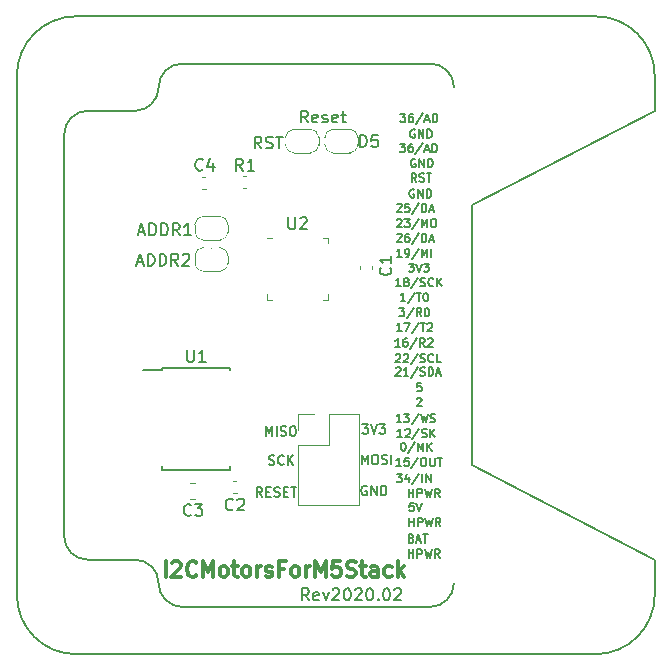
<source format=gbr>
G04 #@! TF.GenerationSoftware,KiCad,Pcbnew,5.1.5-52549c5~84~ubuntu18.04.1*
G04 #@! TF.CreationDate,2020-02-10T01:03:59+09:00*
G04 #@! TF.ProjectId,I2CMotorsForM5Stack,4932434d-6f74-46f7-9273-466f724d3553,rev?*
G04 #@! TF.SameCoordinates,Original*
G04 #@! TF.FileFunction,Legend,Top*
G04 #@! TF.FilePolarity,Positive*
%FSLAX46Y46*%
G04 Gerber Fmt 4.6, Leading zero omitted, Abs format (unit mm)*
G04 Created by KiCad (PCBNEW 5.1.5-52549c5~84~ubuntu18.04.1) date 2020-02-10 01:03:59*
%MOMM*%
%LPD*%
G04 APERTURE LIST*
%ADD10C,0.150000*%
%ADD11C,0.325000*%
%ADD12C,0.175000*%
%ADD13C,0.200000*%
%ADD14C,0.120000*%
%ADD15R,3.500000X3.500000*%
%ADD16C,0.100000*%
%ADD17O,2.100000X2.100000*%
%ADD18R,2.100000X2.100000*%
%ADD19R,2.150000X0.850000*%
%ADD20C,3.400000*%
%ADD21R,3.400000X3.400000*%
%ADD22C,3.600000*%
%ADD23C,2.600000*%
%ADD24O,1.800000X1.100000*%
G04 APERTURE END LIST*
D10*
X9937314Y-6290066D02*
X10413504Y-6290066D01*
X9842076Y-6575780D02*
X10175409Y-5575780D01*
X10508742Y-6575780D01*
X10842076Y-6575780D02*
X10842076Y-5575780D01*
X11080171Y-5575780D01*
X11223028Y-5623400D01*
X11318266Y-5718638D01*
X11365885Y-5813876D01*
X11413504Y-6004352D01*
X11413504Y-6147209D01*
X11365885Y-6337685D01*
X11318266Y-6432923D01*
X11223028Y-6528161D01*
X11080171Y-6575780D01*
X10842076Y-6575780D01*
X11842076Y-6575780D02*
X11842076Y-5575780D01*
X12080171Y-5575780D01*
X12223028Y-5623400D01*
X12318266Y-5718638D01*
X12365885Y-5813876D01*
X12413504Y-6004352D01*
X12413504Y-6147209D01*
X12365885Y-6337685D01*
X12318266Y-6432923D01*
X12223028Y-6528161D01*
X12080171Y-6575780D01*
X11842076Y-6575780D01*
X13413504Y-6575780D02*
X13080171Y-6099590D01*
X12842076Y-6575780D02*
X12842076Y-5575780D01*
X13223028Y-5575780D01*
X13318266Y-5623400D01*
X13365885Y-5671019D01*
X13413504Y-5766257D01*
X13413504Y-5909114D01*
X13365885Y-6004352D01*
X13318266Y-6051971D01*
X13223028Y-6099590D01*
X12842076Y-6099590D01*
X13794457Y-5671019D02*
X13842076Y-5623400D01*
X13937314Y-5575780D01*
X14175409Y-5575780D01*
X14270647Y-5623400D01*
X14318266Y-5671019D01*
X14365885Y-5766257D01*
X14365885Y-5861495D01*
X14318266Y-6004352D01*
X13746838Y-6575780D01*
X14365885Y-6575780D01*
X10062314Y-3715066D02*
X10538504Y-3715066D01*
X9967076Y-4000780D02*
X10300409Y-3000780D01*
X10633742Y-4000780D01*
X10967076Y-4000780D02*
X10967076Y-3000780D01*
X11205171Y-3000780D01*
X11348028Y-3048400D01*
X11443266Y-3143638D01*
X11490885Y-3238876D01*
X11538504Y-3429352D01*
X11538504Y-3572209D01*
X11490885Y-3762685D01*
X11443266Y-3857923D01*
X11348028Y-3953161D01*
X11205171Y-4000780D01*
X10967076Y-4000780D01*
X11967076Y-4000780D02*
X11967076Y-3000780D01*
X12205171Y-3000780D01*
X12348028Y-3048400D01*
X12443266Y-3143638D01*
X12490885Y-3238876D01*
X12538504Y-3429352D01*
X12538504Y-3572209D01*
X12490885Y-3762685D01*
X12443266Y-3857923D01*
X12348028Y-3953161D01*
X12205171Y-4000780D01*
X11967076Y-4000780D01*
X13538504Y-4000780D02*
X13205171Y-3524590D01*
X12967076Y-4000780D02*
X12967076Y-3000780D01*
X13348028Y-3000780D01*
X13443266Y-3048400D01*
X13490885Y-3096019D01*
X13538504Y-3191257D01*
X13538504Y-3334114D01*
X13490885Y-3429352D01*
X13443266Y-3476971D01*
X13348028Y-3524590D01*
X12967076Y-3524590D01*
X14490885Y-4000780D02*
X13919457Y-4000780D01*
X14205171Y-4000780D02*
X14205171Y-3000780D01*
X14109933Y-3143638D01*
X14014695Y-3238876D01*
X13919457Y-3286495D01*
X24481361Y-34900780D02*
X24148028Y-34424590D01*
X23909933Y-34900780D02*
X23909933Y-33900780D01*
X24290885Y-33900780D01*
X24386123Y-33948400D01*
X24433742Y-33996019D01*
X24481361Y-34091257D01*
X24481361Y-34234114D01*
X24433742Y-34329352D01*
X24386123Y-34376971D01*
X24290885Y-34424590D01*
X23909933Y-34424590D01*
X25290885Y-34853161D02*
X25195647Y-34900780D01*
X25005171Y-34900780D01*
X24909933Y-34853161D01*
X24862314Y-34757923D01*
X24862314Y-34376971D01*
X24909933Y-34281733D01*
X25005171Y-34234114D01*
X25195647Y-34234114D01*
X25290885Y-34281733D01*
X25338504Y-34376971D01*
X25338504Y-34472209D01*
X24862314Y-34567447D01*
X25671838Y-34234114D02*
X25909933Y-34900780D01*
X26148028Y-34234114D01*
X26481361Y-33996019D02*
X26528980Y-33948400D01*
X26624219Y-33900780D01*
X26862314Y-33900780D01*
X26957552Y-33948400D01*
X27005171Y-33996019D01*
X27052790Y-34091257D01*
X27052790Y-34186495D01*
X27005171Y-34329352D01*
X26433742Y-34900780D01*
X27052790Y-34900780D01*
X27671838Y-33900780D02*
X27767076Y-33900780D01*
X27862314Y-33948400D01*
X27909933Y-33996019D01*
X27957552Y-34091257D01*
X28005171Y-34281733D01*
X28005171Y-34519828D01*
X27957552Y-34710304D01*
X27909933Y-34805542D01*
X27862314Y-34853161D01*
X27767076Y-34900780D01*
X27671838Y-34900780D01*
X27576600Y-34853161D01*
X27528980Y-34805542D01*
X27481361Y-34710304D01*
X27433742Y-34519828D01*
X27433742Y-34281733D01*
X27481361Y-34091257D01*
X27528980Y-33996019D01*
X27576600Y-33948400D01*
X27671838Y-33900780D01*
X28386123Y-33996019D02*
X28433742Y-33948400D01*
X28528980Y-33900780D01*
X28767076Y-33900780D01*
X28862314Y-33948400D01*
X28909933Y-33996019D01*
X28957552Y-34091257D01*
X28957552Y-34186495D01*
X28909933Y-34329352D01*
X28338504Y-34900780D01*
X28957552Y-34900780D01*
X29576600Y-33900780D02*
X29671838Y-33900780D01*
X29767076Y-33948400D01*
X29814695Y-33996019D01*
X29862314Y-34091257D01*
X29909933Y-34281733D01*
X29909933Y-34519828D01*
X29862314Y-34710304D01*
X29814695Y-34805542D01*
X29767076Y-34853161D01*
X29671838Y-34900780D01*
X29576600Y-34900780D01*
X29481361Y-34853161D01*
X29433742Y-34805542D01*
X29386123Y-34710304D01*
X29338504Y-34519828D01*
X29338504Y-34281733D01*
X29386123Y-34091257D01*
X29433742Y-33996019D01*
X29481361Y-33948400D01*
X29576600Y-33900780D01*
X30338504Y-34805542D02*
X30386123Y-34853161D01*
X30338504Y-34900780D01*
X30290885Y-34853161D01*
X30338504Y-34805542D01*
X30338504Y-34900780D01*
X31005171Y-33900780D02*
X31100409Y-33900780D01*
X31195647Y-33948400D01*
X31243266Y-33996019D01*
X31290885Y-34091257D01*
X31338504Y-34281733D01*
X31338504Y-34519828D01*
X31290885Y-34710304D01*
X31243266Y-34805542D01*
X31195647Y-34853161D01*
X31100409Y-34900780D01*
X31005171Y-34900780D01*
X30909933Y-34853161D01*
X30862314Y-34805542D01*
X30814695Y-34710304D01*
X30767076Y-34519828D01*
X30767076Y-34281733D01*
X30814695Y-34091257D01*
X30862314Y-33996019D01*
X30909933Y-33948400D01*
X31005171Y-33900780D01*
X31719457Y-33996019D02*
X31767076Y-33948400D01*
X31862314Y-33900780D01*
X32100409Y-33900780D01*
X32195647Y-33948400D01*
X32243266Y-33996019D01*
X32290885Y-34091257D01*
X32290885Y-34186495D01*
X32243266Y-34329352D01*
X31671838Y-34900780D01*
X32290885Y-34900780D01*
D11*
X12342076Y-32911495D02*
X12342076Y-31611495D01*
X12899219Y-31735304D02*
X12961123Y-31673400D01*
X13084933Y-31611495D01*
X13394457Y-31611495D01*
X13518266Y-31673400D01*
X13580171Y-31735304D01*
X13642076Y-31859114D01*
X13642076Y-31982923D01*
X13580171Y-32168638D01*
X12837314Y-32911495D01*
X13642076Y-32911495D01*
X14942076Y-32787685D02*
X14880171Y-32849590D01*
X14694457Y-32911495D01*
X14570647Y-32911495D01*
X14384933Y-32849590D01*
X14261123Y-32725780D01*
X14199219Y-32601971D01*
X14137314Y-32354352D01*
X14137314Y-32168638D01*
X14199219Y-31921019D01*
X14261123Y-31797209D01*
X14384933Y-31673400D01*
X14570647Y-31611495D01*
X14694457Y-31611495D01*
X14880171Y-31673400D01*
X14942076Y-31735304D01*
X15499219Y-32911495D02*
X15499219Y-31611495D01*
X15932552Y-32540066D01*
X16365885Y-31611495D01*
X16365885Y-32911495D01*
X17170647Y-32911495D02*
X17046838Y-32849590D01*
X16984933Y-32787685D01*
X16923028Y-32663876D01*
X16923028Y-32292447D01*
X16984933Y-32168638D01*
X17046838Y-32106733D01*
X17170647Y-32044828D01*
X17356361Y-32044828D01*
X17480171Y-32106733D01*
X17542076Y-32168638D01*
X17603980Y-32292447D01*
X17603980Y-32663876D01*
X17542076Y-32787685D01*
X17480171Y-32849590D01*
X17356361Y-32911495D01*
X17170647Y-32911495D01*
X17975409Y-32044828D02*
X18470647Y-32044828D01*
X18161123Y-31611495D02*
X18161123Y-32725780D01*
X18223028Y-32849590D01*
X18346838Y-32911495D01*
X18470647Y-32911495D01*
X19089695Y-32911495D02*
X18965885Y-32849590D01*
X18903980Y-32787685D01*
X18842076Y-32663876D01*
X18842076Y-32292447D01*
X18903980Y-32168638D01*
X18965885Y-32106733D01*
X19089695Y-32044828D01*
X19275409Y-32044828D01*
X19399219Y-32106733D01*
X19461123Y-32168638D01*
X19523028Y-32292447D01*
X19523028Y-32663876D01*
X19461123Y-32787685D01*
X19399219Y-32849590D01*
X19275409Y-32911495D01*
X19089695Y-32911495D01*
X20080171Y-32911495D02*
X20080171Y-32044828D01*
X20080171Y-32292447D02*
X20142076Y-32168638D01*
X20203980Y-32106733D01*
X20327790Y-32044828D01*
X20451600Y-32044828D01*
X20823028Y-32849590D02*
X20946838Y-32911495D01*
X21194457Y-32911495D01*
X21318266Y-32849590D01*
X21380171Y-32725780D01*
X21380171Y-32663876D01*
X21318266Y-32540066D01*
X21194457Y-32478161D01*
X21008742Y-32478161D01*
X20884933Y-32416257D01*
X20823028Y-32292447D01*
X20823028Y-32230542D01*
X20884933Y-32106733D01*
X21008742Y-32044828D01*
X21194457Y-32044828D01*
X21318266Y-32106733D01*
X22370647Y-32230542D02*
X21937314Y-32230542D01*
X21937314Y-32911495D02*
X21937314Y-31611495D01*
X22556361Y-31611495D01*
X23237314Y-32911495D02*
X23113504Y-32849590D01*
X23051600Y-32787685D01*
X22989695Y-32663876D01*
X22989695Y-32292447D01*
X23051600Y-32168638D01*
X23113504Y-32106733D01*
X23237314Y-32044828D01*
X23423028Y-32044828D01*
X23546838Y-32106733D01*
X23608742Y-32168638D01*
X23670647Y-32292447D01*
X23670647Y-32663876D01*
X23608742Y-32787685D01*
X23546838Y-32849590D01*
X23423028Y-32911495D01*
X23237314Y-32911495D01*
X24227790Y-32911495D02*
X24227790Y-32044828D01*
X24227790Y-32292447D02*
X24289695Y-32168638D01*
X24351600Y-32106733D01*
X24475409Y-32044828D01*
X24599219Y-32044828D01*
X25032552Y-32911495D02*
X25032552Y-31611495D01*
X25465885Y-32540066D01*
X25899219Y-31611495D01*
X25899219Y-32911495D01*
X27137314Y-31611495D02*
X26518266Y-31611495D01*
X26456361Y-32230542D01*
X26518266Y-32168638D01*
X26642076Y-32106733D01*
X26951600Y-32106733D01*
X27075409Y-32168638D01*
X27137314Y-32230542D01*
X27199219Y-32354352D01*
X27199219Y-32663876D01*
X27137314Y-32787685D01*
X27075409Y-32849590D01*
X26951600Y-32911495D01*
X26642076Y-32911495D01*
X26518266Y-32849590D01*
X26456361Y-32787685D01*
X27694457Y-32849590D02*
X27880171Y-32911495D01*
X28189695Y-32911495D01*
X28313504Y-32849590D01*
X28375409Y-32787685D01*
X28437314Y-32663876D01*
X28437314Y-32540066D01*
X28375409Y-32416257D01*
X28313504Y-32354352D01*
X28189695Y-32292447D01*
X27942076Y-32230542D01*
X27818266Y-32168638D01*
X27756361Y-32106733D01*
X27694457Y-31982923D01*
X27694457Y-31859114D01*
X27756361Y-31735304D01*
X27818266Y-31673400D01*
X27942076Y-31611495D01*
X28251600Y-31611495D01*
X28437314Y-31673400D01*
X28808742Y-32044828D02*
X29303980Y-32044828D01*
X28994457Y-31611495D02*
X28994457Y-32725780D01*
X29056361Y-32849590D01*
X29180171Y-32911495D01*
X29303980Y-32911495D01*
X30294457Y-32911495D02*
X30294457Y-32230542D01*
X30232552Y-32106733D01*
X30108742Y-32044828D01*
X29861123Y-32044828D01*
X29737314Y-32106733D01*
X30294457Y-32849590D02*
X30170647Y-32911495D01*
X29861123Y-32911495D01*
X29737314Y-32849590D01*
X29675409Y-32725780D01*
X29675409Y-32601971D01*
X29737314Y-32478161D01*
X29861123Y-32416257D01*
X30170647Y-32416257D01*
X30294457Y-32354352D01*
X31470647Y-32849590D02*
X31346838Y-32911495D01*
X31099219Y-32911495D01*
X30975409Y-32849590D01*
X30913504Y-32787685D01*
X30851600Y-32663876D01*
X30851600Y-32292447D01*
X30913504Y-32168638D01*
X30975409Y-32106733D01*
X31099219Y-32044828D01*
X31346838Y-32044828D01*
X31470647Y-32106733D01*
X32027790Y-32911495D02*
X32027790Y-31611495D01*
X32151600Y-32416257D02*
X32523028Y-32911495D01*
X32523028Y-32044828D02*
X32027790Y-32540066D01*
D10*
X29367076Y-25248400D02*
X29290885Y-25210304D01*
X29176600Y-25210304D01*
X29062314Y-25248400D01*
X28986123Y-25324590D01*
X28948028Y-25400780D01*
X28909933Y-25553161D01*
X28909933Y-25667447D01*
X28948028Y-25819828D01*
X28986123Y-25896019D01*
X29062314Y-25972209D01*
X29176600Y-26010304D01*
X29252790Y-26010304D01*
X29367076Y-25972209D01*
X29405171Y-25934114D01*
X29405171Y-25667447D01*
X29252790Y-25667447D01*
X29748028Y-26010304D02*
X29748028Y-25210304D01*
X30205171Y-26010304D01*
X30205171Y-25210304D01*
X30586123Y-26010304D02*
X30586123Y-25210304D01*
X30776600Y-25210304D01*
X30890885Y-25248400D01*
X30967076Y-25324590D01*
X31005171Y-25400780D01*
X31043266Y-25553161D01*
X31043266Y-25667447D01*
X31005171Y-25819828D01*
X30967076Y-25896019D01*
X30890885Y-25972209D01*
X30776600Y-26010304D01*
X30586123Y-26010304D01*
X28944457Y-23385304D02*
X28944457Y-22585304D01*
X29211123Y-23156733D01*
X29477790Y-22585304D01*
X29477790Y-23385304D01*
X30011123Y-22585304D02*
X30163504Y-22585304D01*
X30239695Y-22623400D01*
X30315885Y-22699590D01*
X30353980Y-22851971D01*
X30353980Y-23118638D01*
X30315885Y-23271019D01*
X30239695Y-23347209D01*
X30163504Y-23385304D01*
X30011123Y-23385304D01*
X29934933Y-23347209D01*
X29858742Y-23271019D01*
X29820647Y-23118638D01*
X29820647Y-22851971D01*
X29858742Y-22699590D01*
X29934933Y-22623400D01*
X30011123Y-22585304D01*
X30658742Y-23347209D02*
X30773028Y-23385304D01*
X30963504Y-23385304D01*
X31039695Y-23347209D01*
X31077790Y-23309114D01*
X31115885Y-23232923D01*
X31115885Y-23156733D01*
X31077790Y-23080542D01*
X31039695Y-23042447D01*
X30963504Y-23004352D01*
X30811123Y-22966257D01*
X30734933Y-22928161D01*
X30696838Y-22890066D01*
X30658742Y-22813876D01*
X30658742Y-22737685D01*
X30696838Y-22661495D01*
X30734933Y-22623400D01*
X30811123Y-22585304D01*
X31001600Y-22585304D01*
X31115885Y-22623400D01*
X31458742Y-23385304D02*
X31458742Y-22585304D01*
X28986123Y-20010304D02*
X29481361Y-20010304D01*
X29214695Y-20315066D01*
X29328980Y-20315066D01*
X29405171Y-20353161D01*
X29443266Y-20391257D01*
X29481361Y-20467447D01*
X29481361Y-20657923D01*
X29443266Y-20734114D01*
X29405171Y-20772209D01*
X29328980Y-20810304D01*
X29100409Y-20810304D01*
X29024219Y-20772209D01*
X28986123Y-20734114D01*
X29709933Y-20010304D02*
X29976600Y-20810304D01*
X30243266Y-20010304D01*
X30433742Y-20010304D02*
X30928980Y-20010304D01*
X30662314Y-20315066D01*
X30776600Y-20315066D01*
X30852790Y-20353161D01*
X30890885Y-20391257D01*
X30928980Y-20467447D01*
X30928980Y-20657923D01*
X30890885Y-20734114D01*
X30852790Y-20772209D01*
X30776600Y-20810304D01*
X30548028Y-20810304D01*
X30471838Y-20772209D01*
X30433742Y-20734114D01*
X20514695Y-26135304D02*
X20248028Y-25754352D01*
X20057552Y-26135304D02*
X20057552Y-25335304D01*
X20362314Y-25335304D01*
X20438504Y-25373400D01*
X20476600Y-25411495D01*
X20514695Y-25487685D01*
X20514695Y-25601971D01*
X20476600Y-25678161D01*
X20438504Y-25716257D01*
X20362314Y-25754352D01*
X20057552Y-25754352D01*
X20857552Y-25716257D02*
X21124219Y-25716257D01*
X21238504Y-26135304D02*
X20857552Y-26135304D01*
X20857552Y-25335304D01*
X21238504Y-25335304D01*
X21543266Y-26097209D02*
X21657552Y-26135304D01*
X21848028Y-26135304D01*
X21924219Y-26097209D01*
X21962314Y-26059114D01*
X22000409Y-25982923D01*
X22000409Y-25906733D01*
X21962314Y-25830542D01*
X21924219Y-25792447D01*
X21848028Y-25754352D01*
X21695647Y-25716257D01*
X21619457Y-25678161D01*
X21581361Y-25640066D01*
X21543266Y-25563876D01*
X21543266Y-25487685D01*
X21581361Y-25411495D01*
X21619457Y-25373400D01*
X21695647Y-25335304D01*
X21886123Y-25335304D01*
X22000409Y-25373400D01*
X22343266Y-25716257D02*
X22609933Y-25716257D01*
X22724219Y-26135304D02*
X22343266Y-26135304D01*
X22343266Y-25335304D01*
X22724219Y-25335304D01*
X22952790Y-25335304D02*
X23409933Y-25335304D01*
X23181361Y-26135304D02*
X23181361Y-25335304D01*
X21098028Y-23397209D02*
X21212314Y-23435304D01*
X21402790Y-23435304D01*
X21478980Y-23397209D01*
X21517076Y-23359114D01*
X21555171Y-23282923D01*
X21555171Y-23206733D01*
X21517076Y-23130542D01*
X21478980Y-23092447D01*
X21402790Y-23054352D01*
X21250409Y-23016257D01*
X21174219Y-22978161D01*
X21136123Y-22940066D01*
X21098028Y-22863876D01*
X21098028Y-22787685D01*
X21136123Y-22711495D01*
X21174219Y-22673400D01*
X21250409Y-22635304D01*
X21440885Y-22635304D01*
X21555171Y-22673400D01*
X22355171Y-23359114D02*
X22317076Y-23397209D01*
X22202790Y-23435304D01*
X22126600Y-23435304D01*
X22012314Y-23397209D01*
X21936123Y-23321019D01*
X21898028Y-23244828D01*
X21859933Y-23092447D01*
X21859933Y-22978161D01*
X21898028Y-22825780D01*
X21936123Y-22749590D01*
X22012314Y-22673400D01*
X22126600Y-22635304D01*
X22202790Y-22635304D01*
X22317076Y-22673400D01*
X22355171Y-22711495D01*
X22698028Y-23435304D02*
X22698028Y-22635304D01*
X23155171Y-23435304D02*
X22812314Y-22978161D01*
X23155171Y-22635304D02*
X22698028Y-23092447D01*
X20819457Y-20985304D02*
X20819457Y-20185304D01*
X21086123Y-20756733D01*
X21352790Y-20185304D01*
X21352790Y-20985304D01*
X21733742Y-20985304D02*
X21733742Y-20185304D01*
X22076600Y-20947209D02*
X22190885Y-20985304D01*
X22381361Y-20985304D01*
X22457552Y-20947209D01*
X22495647Y-20909114D01*
X22533742Y-20832923D01*
X22533742Y-20756733D01*
X22495647Y-20680542D01*
X22457552Y-20642447D01*
X22381361Y-20604352D01*
X22228980Y-20566257D01*
X22152790Y-20528161D01*
X22114695Y-20490066D01*
X22076600Y-20413876D01*
X22076600Y-20337685D01*
X22114695Y-20261495D01*
X22152790Y-20223400D01*
X22228980Y-20185304D01*
X22419457Y-20185304D01*
X22533742Y-20223400D01*
X23028980Y-20185304D02*
X23181361Y-20185304D01*
X23257552Y-20223400D01*
X23333742Y-20299590D01*
X23371838Y-20451971D01*
X23371838Y-20718638D01*
X23333742Y-20871019D01*
X23257552Y-20947209D01*
X23181361Y-20985304D01*
X23028980Y-20985304D01*
X22952790Y-20947209D01*
X22876600Y-20871019D01*
X22838504Y-20718638D01*
X22838504Y-20451971D01*
X22876600Y-20299590D01*
X22952790Y-20223400D01*
X23028980Y-20185304D01*
X28813504Y3474220D02*
X28813504Y4474220D01*
X29051600Y4474220D01*
X29194457Y4426600D01*
X29289695Y4331362D01*
X29337314Y4236124D01*
X29384933Y4045648D01*
X29384933Y3902791D01*
X29337314Y3712315D01*
X29289695Y3617077D01*
X29194457Y3521839D01*
X29051600Y3474220D01*
X28813504Y3474220D01*
X30289695Y4474220D02*
X29813504Y4474220D01*
X29765885Y3998029D01*
X29813504Y4045648D01*
X29908742Y4093267D01*
X30146838Y4093267D01*
X30242076Y4045648D01*
X30289695Y3998029D01*
X30337314Y3902791D01*
X30337314Y3664696D01*
X30289695Y3569458D01*
X30242076Y3521839D01*
X30146838Y3474220D01*
X29908742Y3474220D01*
X29813504Y3521839D01*
X29765885Y3569458D01*
X20453980Y3349220D02*
X20120647Y3825410D01*
X19882552Y3349220D02*
X19882552Y4349220D01*
X20263504Y4349220D01*
X20358742Y4301600D01*
X20406361Y4253981D01*
X20453980Y4158743D01*
X20453980Y4015886D01*
X20406361Y3920648D01*
X20358742Y3873029D01*
X20263504Y3825410D01*
X19882552Y3825410D01*
X20834933Y3396839D02*
X20977790Y3349220D01*
X21215885Y3349220D01*
X21311123Y3396839D01*
X21358742Y3444458D01*
X21406361Y3539696D01*
X21406361Y3634934D01*
X21358742Y3730172D01*
X21311123Y3777791D01*
X21215885Y3825410D01*
X21025409Y3873029D01*
X20930171Y3920648D01*
X20882552Y3968267D01*
X20834933Y4063505D01*
X20834933Y4158743D01*
X20882552Y4253981D01*
X20930171Y4301600D01*
X21025409Y4349220D01*
X21263504Y4349220D01*
X21406361Y4301600D01*
X21692076Y4349220D02*
X22263504Y4349220D01*
X21977790Y3349220D02*
X21977790Y4349220D01*
X24388504Y5549220D02*
X24055171Y6025410D01*
X23817076Y5549220D02*
X23817076Y6549220D01*
X24198028Y6549220D01*
X24293266Y6501600D01*
X24340885Y6453981D01*
X24388504Y6358743D01*
X24388504Y6215886D01*
X24340885Y6120648D01*
X24293266Y6073029D01*
X24198028Y6025410D01*
X23817076Y6025410D01*
X25198028Y5596839D02*
X25102790Y5549220D01*
X24912314Y5549220D01*
X24817076Y5596839D01*
X24769457Y5692077D01*
X24769457Y6073029D01*
X24817076Y6168267D01*
X24912314Y6215886D01*
X25102790Y6215886D01*
X25198028Y6168267D01*
X25245647Y6073029D01*
X25245647Y5977791D01*
X24769457Y5882553D01*
X25626600Y5596839D02*
X25721838Y5549220D01*
X25912314Y5549220D01*
X26007552Y5596839D01*
X26055171Y5692077D01*
X26055171Y5739696D01*
X26007552Y5834934D01*
X25912314Y5882553D01*
X25769457Y5882553D01*
X25674219Y5930172D01*
X25626600Y6025410D01*
X25626600Y6073029D01*
X25674219Y6168267D01*
X25769457Y6215886D01*
X25912314Y6215886D01*
X26007552Y6168267D01*
X26864695Y5596839D02*
X26769457Y5549220D01*
X26578980Y5549220D01*
X26483742Y5596839D01*
X26436123Y5692077D01*
X26436123Y6073029D01*
X26483742Y6168267D01*
X26578980Y6215886D01*
X26769457Y6215886D01*
X26864695Y6168267D01*
X26912314Y6073029D01*
X26912314Y5977791D01*
X26436123Y5882553D01*
X27198028Y6215886D02*
X27578980Y6215886D01*
X27340885Y6549220D02*
X27340885Y5692077D01*
X27388504Y5596839D01*
X27483742Y5549220D01*
X27578980Y5549220D01*
X53752800Y9534800D02*
X53752800Y6534800D01*
X38252800Y-23465200D02*
X53752800Y-31465200D01*
X38252800Y-1465200D02*
X38252800Y-23465200D01*
X53752800Y6534800D02*
X38252800Y-1465200D01*
D12*
X31838766Y-15261633D02*
X31872100Y-15228300D01*
X31938766Y-15194966D01*
X32105433Y-15194966D01*
X32172100Y-15228300D01*
X32205433Y-15261633D01*
X32238766Y-15328300D01*
X32238766Y-15394966D01*
X32205433Y-15494966D01*
X31805433Y-15894966D01*
X32238766Y-15894966D01*
X32905433Y-15894966D02*
X32505433Y-15894966D01*
X32705433Y-15894966D02*
X32705433Y-15194966D01*
X32638766Y-15294966D01*
X32572100Y-15361633D01*
X32505433Y-15394966D01*
X33705433Y-15161633D02*
X33105433Y-16061633D01*
X33905433Y-15861633D02*
X34005433Y-15894966D01*
X34172100Y-15894966D01*
X34238766Y-15861633D01*
X34272100Y-15828300D01*
X34305433Y-15761633D01*
X34305433Y-15694966D01*
X34272100Y-15628300D01*
X34238766Y-15594966D01*
X34172100Y-15561633D01*
X34038766Y-15528300D01*
X33972100Y-15494966D01*
X33938766Y-15461633D01*
X33905433Y-15394966D01*
X33905433Y-15328300D01*
X33938766Y-15261633D01*
X33972100Y-15228300D01*
X34038766Y-15194966D01*
X34205433Y-15194966D01*
X34305433Y-15228300D01*
X34605433Y-15894966D02*
X34605433Y-15194966D01*
X34772100Y-15194966D01*
X34872100Y-15228300D01*
X34938766Y-15294966D01*
X34972100Y-15361633D01*
X35005433Y-15494966D01*
X35005433Y-15594966D01*
X34972100Y-15728300D01*
X34938766Y-15794966D01*
X34872100Y-15861633D01*
X34772100Y-15894966D01*
X34605433Y-15894966D01*
X35272100Y-15694966D02*
X35605433Y-15694966D01*
X35205433Y-15894966D02*
X35438766Y-15194966D01*
X35672100Y-15894966D01*
X32930100Y-31300066D02*
X32930100Y-30600066D01*
X32930100Y-30933400D02*
X33330100Y-30933400D01*
X33330100Y-31300066D02*
X33330100Y-30600066D01*
X33663433Y-31300066D02*
X33663433Y-30600066D01*
X33930100Y-30600066D01*
X33996766Y-30633400D01*
X34030100Y-30666733D01*
X34063433Y-30733400D01*
X34063433Y-30833400D01*
X34030100Y-30900066D01*
X33996766Y-30933400D01*
X33930100Y-30966733D01*
X33663433Y-30966733D01*
X34296766Y-30600066D02*
X34463433Y-31300066D01*
X34596766Y-30800066D01*
X34730100Y-31300066D01*
X34896766Y-30600066D01*
X35563433Y-31300066D02*
X35330100Y-30966733D01*
X35163433Y-31300066D02*
X35163433Y-30600066D01*
X35430100Y-30600066D01*
X35496766Y-30633400D01*
X35530100Y-30666733D01*
X35563433Y-30733400D01*
X35563433Y-30833400D01*
X35530100Y-30900066D01*
X35496766Y-30933400D01*
X35430100Y-30966733D01*
X35163433Y-30966733D01*
X32980900Y-28633066D02*
X32980900Y-27933066D01*
X32980900Y-28266400D02*
X33380900Y-28266400D01*
X33380900Y-28633066D02*
X33380900Y-27933066D01*
X33714233Y-28633066D02*
X33714233Y-27933066D01*
X33980900Y-27933066D01*
X34047566Y-27966400D01*
X34080900Y-27999733D01*
X34114233Y-28066400D01*
X34114233Y-28166400D01*
X34080900Y-28233066D01*
X34047566Y-28266400D01*
X33980900Y-28299733D01*
X33714233Y-28299733D01*
X34347566Y-27933066D02*
X34514233Y-28633066D01*
X34647566Y-28133066D01*
X34780900Y-28633066D01*
X34947566Y-27933066D01*
X35614233Y-28633066D02*
X35380900Y-28299733D01*
X35214233Y-28633066D02*
X35214233Y-27933066D01*
X35480900Y-27933066D01*
X35547566Y-27966400D01*
X35580900Y-27999733D01*
X35614233Y-28066400D01*
X35614233Y-28166400D01*
X35580900Y-28233066D01*
X35547566Y-28266400D01*
X35480900Y-28299733D01*
X35214233Y-28299733D01*
X32917400Y-26181966D02*
X32917400Y-25481966D01*
X32917400Y-25815300D02*
X33317400Y-25815300D01*
X33317400Y-26181966D02*
X33317400Y-25481966D01*
X33650733Y-26181966D02*
X33650733Y-25481966D01*
X33917400Y-25481966D01*
X33984066Y-25515300D01*
X34017400Y-25548633D01*
X34050733Y-25615300D01*
X34050733Y-25715300D01*
X34017400Y-25781966D01*
X33984066Y-25815300D01*
X33917400Y-25848633D01*
X33650733Y-25848633D01*
X34284066Y-25481966D02*
X34450733Y-26181966D01*
X34584066Y-25681966D01*
X34717400Y-26181966D01*
X34884066Y-25481966D01*
X35550733Y-26181966D02*
X35317400Y-25848633D01*
X35150733Y-26181966D02*
X35150733Y-25481966D01*
X35417400Y-25481966D01*
X35484066Y-25515300D01*
X35517400Y-25548633D01*
X35550733Y-25615300D01*
X35550733Y-25715300D01*
X35517400Y-25781966D01*
X35484066Y-25815300D01*
X35417400Y-25848633D01*
X35150733Y-25848633D01*
X33620300Y-17840533D02*
X33653633Y-17807200D01*
X33720300Y-17773866D01*
X33886966Y-17773866D01*
X33953633Y-17807200D01*
X33986966Y-17840533D01*
X34020300Y-17907200D01*
X34020300Y-17973866D01*
X33986966Y-18073866D01*
X33586966Y-18473866D01*
X34020300Y-18473866D01*
X33986966Y-16529266D02*
X33653633Y-16529266D01*
X33620300Y-16862600D01*
X33653633Y-16829266D01*
X33720300Y-16795933D01*
X33886966Y-16795933D01*
X33953633Y-16829266D01*
X33986966Y-16862600D01*
X34020300Y-16929266D01*
X34020300Y-17095933D01*
X33986966Y-17162600D01*
X33953633Y-17195933D01*
X33886966Y-17229266D01*
X33720300Y-17229266D01*
X33653633Y-17195933D01*
X33620300Y-17162600D01*
X33154633Y-29650700D02*
X33254633Y-29684033D01*
X33287966Y-29717366D01*
X33321300Y-29784033D01*
X33321300Y-29884033D01*
X33287966Y-29950700D01*
X33254633Y-29984033D01*
X33187966Y-30017366D01*
X32921300Y-30017366D01*
X32921300Y-29317366D01*
X33154633Y-29317366D01*
X33221300Y-29350700D01*
X33254633Y-29384033D01*
X33287966Y-29450700D01*
X33287966Y-29517366D01*
X33254633Y-29584033D01*
X33221300Y-29617366D01*
X33154633Y-29650700D01*
X32921300Y-29650700D01*
X33587966Y-29817366D02*
X33921300Y-29817366D01*
X33521300Y-30017366D02*
X33754633Y-29317366D01*
X33987966Y-30017366D01*
X34121300Y-29317366D02*
X34521300Y-29317366D01*
X34321300Y-30017366D02*
X34321300Y-29317366D01*
X33334766Y-26663066D02*
X33001433Y-26663066D01*
X32968100Y-26996400D01*
X33001433Y-26963066D01*
X33068100Y-26929733D01*
X33234766Y-26929733D01*
X33301433Y-26963066D01*
X33334766Y-26996400D01*
X33368100Y-27063066D01*
X33368100Y-27229733D01*
X33334766Y-27296400D01*
X33301433Y-27329733D01*
X33234766Y-27363066D01*
X33068100Y-27363066D01*
X33001433Y-27329733D01*
X32968100Y-27296400D01*
X33568100Y-26663066D02*
X33801433Y-27363066D01*
X34034766Y-26663066D01*
X33568266Y534934D02*
X33334933Y868267D01*
X33168266Y534934D02*
X33168266Y1234934D01*
X33434933Y1234934D01*
X33501600Y1201600D01*
X33534933Y1168267D01*
X33568266Y1101600D01*
X33568266Y1001600D01*
X33534933Y934934D01*
X33501600Y901600D01*
X33434933Y868267D01*
X33168266Y868267D01*
X33834933Y568267D02*
X33934933Y534934D01*
X34101600Y534934D01*
X34168266Y568267D01*
X34201600Y601600D01*
X34234933Y668267D01*
X34234933Y734934D01*
X34201600Y801600D01*
X34168266Y834934D01*
X34101600Y868267D01*
X33968266Y901600D01*
X33901600Y934934D01*
X33868266Y968267D01*
X33834933Y1034934D01*
X33834933Y1101600D01*
X33868266Y1168267D01*
X33901600Y1201600D01*
X33968266Y1234934D01*
X34134933Y1234934D01*
X34234933Y1201600D01*
X34434933Y1234934D02*
X34834933Y1234934D01*
X34634933Y534934D02*
X34634933Y1234934D01*
X33379266Y-153400D02*
X33312600Y-120066D01*
X33212600Y-120066D01*
X33112600Y-153400D01*
X33045933Y-220066D01*
X33012600Y-286733D01*
X32979266Y-420066D01*
X32979266Y-520066D01*
X33012600Y-653400D01*
X33045933Y-720066D01*
X33112600Y-786733D01*
X33212600Y-820066D01*
X33279266Y-820066D01*
X33379266Y-786733D01*
X33412600Y-753400D01*
X33412600Y-520066D01*
X33279266Y-520066D01*
X33712600Y-820066D02*
X33712600Y-120066D01*
X34112600Y-820066D01*
X34112600Y-120066D01*
X34445933Y-820066D02*
X34445933Y-120066D01*
X34612600Y-120066D01*
X34712600Y-153400D01*
X34779266Y-220066D01*
X34812600Y-286733D01*
X34845933Y-420066D01*
X34845933Y-520066D01*
X34812600Y-653400D01*
X34779266Y-720066D01*
X34712600Y-786733D01*
X34612600Y-820066D01*
X34445933Y-820066D01*
X33498266Y2431600D02*
X33431600Y2464934D01*
X33331600Y2464934D01*
X33231600Y2431600D01*
X33164933Y2364934D01*
X33131600Y2298267D01*
X33098266Y2164934D01*
X33098266Y2064934D01*
X33131600Y1931600D01*
X33164933Y1864934D01*
X33231600Y1798267D01*
X33331600Y1764934D01*
X33398266Y1764934D01*
X33498266Y1798267D01*
X33531600Y1831600D01*
X33531600Y2064934D01*
X33398266Y2064934D01*
X33831600Y1764934D02*
X33831600Y2464934D01*
X34231600Y1764934D01*
X34231600Y2464934D01*
X34564933Y1764934D02*
X34564933Y2464934D01*
X34731600Y2464934D01*
X34831600Y2431600D01*
X34898266Y2364934D01*
X34931600Y2298267D01*
X34964933Y2164934D01*
X34964933Y2064934D01*
X34931600Y1931600D01*
X34898266Y1864934D01*
X34831600Y1798267D01*
X34731600Y1764934D01*
X34564933Y1764934D01*
X33434666Y4922800D02*
X33368000Y4956134D01*
X33268000Y4956134D01*
X33168000Y4922800D01*
X33101333Y4856134D01*
X33068000Y4789467D01*
X33034666Y4656134D01*
X33034666Y4556134D01*
X33068000Y4422800D01*
X33101333Y4356134D01*
X33168000Y4289467D01*
X33268000Y4256134D01*
X33334666Y4256134D01*
X33434666Y4289467D01*
X33468000Y4322800D01*
X33468000Y4556134D01*
X33334666Y4556134D01*
X33768000Y4256134D02*
X33768000Y4956134D01*
X34168000Y4256134D01*
X34168000Y4956134D01*
X34501333Y4256134D02*
X34501333Y4956134D01*
X34668000Y4956134D01*
X34768000Y4922800D01*
X34834666Y4856134D01*
X34868000Y4789467D01*
X34901333Y4656134D01*
X34901333Y4556134D01*
X34868000Y4422800D01*
X34834666Y4356134D01*
X34768000Y4289467D01*
X34668000Y4256134D01*
X34501333Y4256134D01*
D10*
X4752800Y14534800D02*
X48752800Y14534800D01*
X13752800Y-35465200D02*
G75*
G02X11752800Y-33465200I0J2000000D01*
G01*
X5752800Y-31465200D02*
G75*
G02X3752800Y-29465200I0J2000000D01*
G01*
X3752800Y4534800D02*
G75*
G02X5752800Y6534800I2000000J0D01*
G01*
X11752800Y8534800D02*
G75*
G02X13752800Y10534800I2000000J0D01*
G01*
X11752800Y8534800D02*
G75*
G02X9752800Y6534800I-2000000J0D01*
G01*
X9752800Y-31465200D02*
G75*
G02X11752800Y-33465200I0J-2000000D01*
G01*
X36752800Y-33465200D02*
G75*
G02X34752800Y-35465200I-2000000J0D01*
G01*
X34752800Y10534800D02*
G75*
G02X36752800Y8534800I0J-2000000D01*
G01*
D12*
X32918933Y-6393866D02*
X33352266Y-6393866D01*
X33118933Y-6660533D01*
X33218933Y-6660533D01*
X33285600Y-6693866D01*
X33318933Y-6727200D01*
X33352266Y-6793866D01*
X33352266Y-6960533D01*
X33318933Y-7027200D01*
X33285600Y-7060533D01*
X33218933Y-7093866D01*
X33018933Y-7093866D01*
X32952266Y-7060533D01*
X32918933Y-7027200D01*
X33552266Y-6393866D02*
X33785600Y-7093866D01*
X34018933Y-6393866D01*
X34185600Y-6393866D02*
X34618933Y-6393866D01*
X34385600Y-6660533D01*
X34485600Y-6660533D01*
X34552266Y-6693866D01*
X34585600Y-6727200D01*
X34618933Y-6793866D01*
X34618933Y-6960533D01*
X34585600Y-7027200D01*
X34552266Y-7060533D01*
X34485600Y-7093866D01*
X34285600Y-7093866D01*
X34218933Y-7060533D01*
X34185600Y-7027200D01*
X32252266Y-8325766D02*
X31852266Y-8325766D01*
X32052266Y-8325766D02*
X32052266Y-7625766D01*
X31985600Y-7725766D01*
X31918933Y-7792433D01*
X31852266Y-7825766D01*
X32652266Y-7925766D02*
X32585600Y-7892433D01*
X32552266Y-7859100D01*
X32518933Y-7792433D01*
X32518933Y-7759100D01*
X32552266Y-7692433D01*
X32585600Y-7659100D01*
X32652266Y-7625766D01*
X32785600Y-7625766D01*
X32852266Y-7659100D01*
X32885600Y-7692433D01*
X32918933Y-7759100D01*
X32918933Y-7792433D01*
X32885600Y-7859100D01*
X32852266Y-7892433D01*
X32785600Y-7925766D01*
X32652266Y-7925766D01*
X32585600Y-7959100D01*
X32552266Y-7992433D01*
X32518933Y-8059100D01*
X32518933Y-8192433D01*
X32552266Y-8259100D01*
X32585600Y-8292433D01*
X32652266Y-8325766D01*
X32785600Y-8325766D01*
X32852266Y-8292433D01*
X32885600Y-8259100D01*
X32918933Y-8192433D01*
X32918933Y-8059100D01*
X32885600Y-7992433D01*
X32852266Y-7959100D01*
X32785600Y-7925766D01*
X33718933Y-7592433D02*
X33118933Y-8492433D01*
X33918933Y-8292433D02*
X34018933Y-8325766D01*
X34185600Y-8325766D01*
X34252266Y-8292433D01*
X34285600Y-8259100D01*
X34318933Y-8192433D01*
X34318933Y-8125766D01*
X34285600Y-8059100D01*
X34252266Y-8025766D01*
X34185600Y-7992433D01*
X34052266Y-7959100D01*
X33985600Y-7925766D01*
X33952266Y-7892433D01*
X33918933Y-7825766D01*
X33918933Y-7759100D01*
X33952266Y-7692433D01*
X33985600Y-7659100D01*
X34052266Y-7625766D01*
X34218933Y-7625766D01*
X34318933Y-7659100D01*
X35018933Y-8259100D02*
X34985600Y-8292433D01*
X34885600Y-8325766D01*
X34818933Y-8325766D01*
X34718933Y-8292433D01*
X34652266Y-8225766D01*
X34618933Y-8159100D01*
X34585600Y-8025766D01*
X34585600Y-7925766D01*
X34618933Y-7792433D01*
X34652266Y-7725766D01*
X34718933Y-7659100D01*
X34818933Y-7625766D01*
X34885600Y-7625766D01*
X34985600Y-7659100D01*
X35018933Y-7692433D01*
X35318933Y-8325766D02*
X35318933Y-7625766D01*
X35718933Y-8325766D02*
X35418933Y-7925766D01*
X35718933Y-7625766D02*
X35318933Y-8025766D01*
X32325233Y-5861966D02*
X31925233Y-5861966D01*
X32125233Y-5861966D02*
X32125233Y-5161966D01*
X32058566Y-5261966D01*
X31991900Y-5328633D01*
X31925233Y-5361966D01*
X32658566Y-5861966D02*
X32791900Y-5861966D01*
X32858566Y-5828633D01*
X32891900Y-5795300D01*
X32958566Y-5695300D01*
X32991900Y-5561966D01*
X32991900Y-5295300D01*
X32958566Y-5228633D01*
X32925233Y-5195300D01*
X32858566Y-5161966D01*
X32725233Y-5161966D01*
X32658566Y-5195300D01*
X32625233Y-5228633D01*
X32591900Y-5295300D01*
X32591900Y-5461966D01*
X32625233Y-5528633D01*
X32658566Y-5561966D01*
X32725233Y-5595300D01*
X32858566Y-5595300D01*
X32925233Y-5561966D01*
X32958566Y-5528633D01*
X32991900Y-5461966D01*
X33791900Y-5128633D02*
X33191900Y-6028633D01*
X34025233Y-5861966D02*
X34025233Y-5161966D01*
X34258566Y-5661966D01*
X34491900Y-5161966D01*
X34491900Y-5861966D01*
X34825233Y-5861966D02*
X34825233Y-5161966D01*
X31928433Y-2688633D02*
X31961766Y-2655300D01*
X32028433Y-2621966D01*
X32195100Y-2621966D01*
X32261766Y-2655300D01*
X32295100Y-2688633D01*
X32328433Y-2755300D01*
X32328433Y-2821966D01*
X32295100Y-2921966D01*
X31895100Y-3321966D01*
X32328433Y-3321966D01*
X32561766Y-2621966D02*
X32995100Y-2621966D01*
X32761766Y-2888633D01*
X32861766Y-2888633D01*
X32928433Y-2921966D01*
X32961766Y-2955300D01*
X32995100Y-3021966D01*
X32995100Y-3188633D01*
X32961766Y-3255300D01*
X32928433Y-3288633D01*
X32861766Y-3321966D01*
X32661766Y-3321966D01*
X32595100Y-3288633D01*
X32561766Y-3255300D01*
X33795100Y-2588633D02*
X33195100Y-3488633D01*
X34028433Y-3321966D02*
X34028433Y-2621966D01*
X34261766Y-3121966D01*
X34495100Y-2621966D01*
X34495100Y-3321966D01*
X34961766Y-2621966D02*
X35095100Y-2621966D01*
X35161766Y-2655300D01*
X35228433Y-2721966D01*
X35261766Y-2855300D01*
X35261766Y-3088633D01*
X35228433Y-3221966D01*
X35161766Y-3288633D01*
X35095100Y-3321966D01*
X34961766Y-3321966D01*
X34895100Y-3288633D01*
X34828433Y-3221966D01*
X34795100Y-3088633D01*
X34795100Y-2855300D01*
X34828433Y-2721966D01*
X34895100Y-2655300D01*
X34961766Y-2621966D01*
X32285600Y-23553066D02*
X31885600Y-23553066D01*
X32085600Y-23553066D02*
X32085600Y-22853066D01*
X32018933Y-22953066D01*
X31952266Y-23019733D01*
X31885600Y-23053066D01*
X32918933Y-22853066D02*
X32585600Y-22853066D01*
X32552266Y-23186400D01*
X32585600Y-23153066D01*
X32652266Y-23119733D01*
X32818933Y-23119733D01*
X32885600Y-23153066D01*
X32918933Y-23186400D01*
X32952266Y-23253066D01*
X32952266Y-23419733D01*
X32918933Y-23486400D01*
X32885600Y-23519733D01*
X32818933Y-23553066D01*
X32652266Y-23553066D01*
X32585600Y-23519733D01*
X32552266Y-23486400D01*
X33752266Y-22819733D02*
X33152266Y-23719733D01*
X34118933Y-22853066D02*
X34252266Y-22853066D01*
X34318933Y-22886400D01*
X34385600Y-22953066D01*
X34418933Y-23086400D01*
X34418933Y-23319733D01*
X34385600Y-23453066D01*
X34318933Y-23519733D01*
X34252266Y-23553066D01*
X34118933Y-23553066D01*
X34052266Y-23519733D01*
X33985600Y-23453066D01*
X33952266Y-23319733D01*
X33952266Y-23086400D01*
X33985600Y-22953066D01*
X34052266Y-22886400D01*
X34118933Y-22853066D01*
X34718933Y-22853066D02*
X34718933Y-23419733D01*
X34752266Y-23486400D01*
X34785600Y-23519733D01*
X34852266Y-23553066D01*
X34985600Y-23553066D01*
X35052266Y-23519733D01*
X35085600Y-23486400D01*
X35118933Y-23419733D01*
X35118933Y-22853066D01*
X35352266Y-22853066D02*
X35752266Y-22853066D01*
X35552266Y-23553066D02*
X35552266Y-22853066D01*
X32373666Y-21101966D02*
X31973666Y-21101966D01*
X32173666Y-21101966D02*
X32173666Y-20401966D01*
X32107000Y-20501966D01*
X32040333Y-20568633D01*
X31973666Y-20601966D01*
X32640333Y-20468633D02*
X32673666Y-20435300D01*
X32740333Y-20401966D01*
X32907000Y-20401966D01*
X32973666Y-20435300D01*
X33007000Y-20468633D01*
X33040333Y-20535300D01*
X33040333Y-20601966D01*
X33007000Y-20701966D01*
X32607000Y-21101966D01*
X33040333Y-21101966D01*
X33840333Y-20368633D02*
X33240333Y-21268633D01*
X34040333Y-21068633D02*
X34140333Y-21101966D01*
X34307000Y-21101966D01*
X34373666Y-21068633D01*
X34407000Y-21035300D01*
X34440333Y-20968633D01*
X34440333Y-20901966D01*
X34407000Y-20835300D01*
X34373666Y-20801966D01*
X34307000Y-20768633D01*
X34173666Y-20735300D01*
X34107000Y-20701966D01*
X34073666Y-20668633D01*
X34040333Y-20601966D01*
X34040333Y-20535300D01*
X34073666Y-20468633D01*
X34107000Y-20435300D01*
X34173666Y-20401966D01*
X34340333Y-20401966D01*
X34440333Y-20435300D01*
X34740333Y-21101966D02*
X34740333Y-20401966D01*
X35140333Y-21101966D02*
X34840333Y-20701966D01*
X35140333Y-20401966D02*
X34740333Y-20801966D01*
X32133966Y-10165766D02*
X32567300Y-10165766D01*
X32333966Y-10432433D01*
X32433966Y-10432433D01*
X32500633Y-10465766D01*
X32533966Y-10499100D01*
X32567300Y-10565766D01*
X32567300Y-10732433D01*
X32533966Y-10799100D01*
X32500633Y-10832433D01*
X32433966Y-10865766D01*
X32233966Y-10865766D01*
X32167300Y-10832433D01*
X32133966Y-10799100D01*
X33367300Y-10132433D02*
X32767300Y-11032433D01*
X34000633Y-10865766D02*
X33767300Y-10532433D01*
X33600633Y-10865766D02*
X33600633Y-10165766D01*
X33867300Y-10165766D01*
X33933966Y-10199100D01*
X33967300Y-10232433D01*
X34000633Y-10299100D01*
X34000633Y-10399100D01*
X33967300Y-10465766D01*
X33933966Y-10499100D01*
X33867300Y-10532433D01*
X33600633Y-10532433D01*
X34433966Y-10165766D02*
X34500633Y-10165766D01*
X34567300Y-10199100D01*
X34600633Y-10232433D01*
X34633966Y-10299100D01*
X34667300Y-10432433D01*
X34667300Y-10599100D01*
X34633966Y-10732433D01*
X34600633Y-10799100D01*
X34567300Y-10832433D01*
X34500633Y-10865766D01*
X34433966Y-10865766D01*
X34367300Y-10832433D01*
X34333966Y-10799100D01*
X34300633Y-10732433D01*
X34267300Y-10599100D01*
X34267300Y-10432433D01*
X34300633Y-10299100D01*
X34333966Y-10232433D01*
X34367300Y-10199100D01*
X34433966Y-10165766D01*
X32183166Y-13431166D02*
X31783166Y-13431166D01*
X31983166Y-13431166D02*
X31983166Y-12731166D01*
X31916500Y-12831166D01*
X31849833Y-12897833D01*
X31783166Y-12931166D01*
X32783166Y-12731166D02*
X32649833Y-12731166D01*
X32583166Y-12764500D01*
X32549833Y-12797833D01*
X32483166Y-12897833D01*
X32449833Y-13031166D01*
X32449833Y-13297833D01*
X32483166Y-13364500D01*
X32516500Y-13397833D01*
X32583166Y-13431166D01*
X32716500Y-13431166D01*
X32783166Y-13397833D01*
X32816500Y-13364500D01*
X32849833Y-13297833D01*
X32849833Y-13131166D01*
X32816500Y-13064500D01*
X32783166Y-13031166D01*
X32716500Y-12997833D01*
X32583166Y-12997833D01*
X32516500Y-13031166D01*
X32483166Y-13064500D01*
X32449833Y-13131166D01*
X33649833Y-12697833D02*
X33049833Y-13597833D01*
X34283166Y-13431166D02*
X34049833Y-13097833D01*
X33883166Y-13431166D02*
X33883166Y-12731166D01*
X34149833Y-12731166D01*
X34216500Y-12764500D01*
X34249833Y-12797833D01*
X34283166Y-12864500D01*
X34283166Y-12964500D01*
X34249833Y-13031166D01*
X34216500Y-13064500D01*
X34149833Y-13097833D01*
X33883166Y-13097833D01*
X34549833Y-12797833D02*
X34583166Y-12764500D01*
X34649833Y-12731166D01*
X34816500Y-12731166D01*
X34883166Y-12764500D01*
X34916500Y-12797833D01*
X34949833Y-12864500D01*
X34949833Y-12931166D01*
X34916500Y-13031166D01*
X34516500Y-13431166D01*
X34949833Y-13431166D01*
D10*
X13752800Y-35465200D02*
X34752800Y-35465200D01*
X5752800Y-31465200D02*
X9752800Y-31465200D01*
X3752800Y4534800D02*
X3752800Y-29465200D01*
X9752800Y6534800D02*
X5752800Y6534800D01*
X34752800Y10534800D02*
X13752800Y10534800D01*
D13*
X53752800Y-31465200D02*
X53752800Y-34465200D01*
D12*
X31937933Y-24211966D02*
X32371266Y-24211966D01*
X32137933Y-24478633D01*
X32237933Y-24478633D01*
X32304600Y-24511966D01*
X32337933Y-24545300D01*
X32371266Y-24611966D01*
X32371266Y-24778633D01*
X32337933Y-24845300D01*
X32304600Y-24878633D01*
X32237933Y-24911966D01*
X32037933Y-24911966D01*
X31971266Y-24878633D01*
X31937933Y-24845300D01*
X32971266Y-24445300D02*
X32971266Y-24911966D01*
X32804600Y-24178633D02*
X32637933Y-24678633D01*
X33071266Y-24678633D01*
X33837933Y-24178633D02*
X33237933Y-25078633D01*
X34071266Y-24911966D02*
X34071266Y-24211966D01*
X34404600Y-24911966D02*
X34404600Y-24211966D01*
X34804600Y-24911966D01*
X34804600Y-24211966D01*
X32432400Y-21557666D02*
X32499066Y-21557666D01*
X32565733Y-21591000D01*
X32599066Y-21624333D01*
X32632400Y-21691000D01*
X32665733Y-21824333D01*
X32665733Y-21991000D01*
X32632400Y-22124333D01*
X32599066Y-22191000D01*
X32565733Y-22224333D01*
X32499066Y-22257666D01*
X32432400Y-22257666D01*
X32365733Y-22224333D01*
X32332400Y-22191000D01*
X32299066Y-22124333D01*
X32265733Y-21991000D01*
X32265733Y-21824333D01*
X32299066Y-21691000D01*
X32332400Y-21624333D01*
X32365733Y-21591000D01*
X32432400Y-21557666D01*
X33465733Y-21524333D02*
X32865733Y-22424333D01*
X33699066Y-22257666D02*
X33699066Y-21557666D01*
X33932400Y-22057666D01*
X34165733Y-21557666D01*
X34165733Y-22257666D01*
X34499066Y-22257666D02*
X34499066Y-21557666D01*
X34899066Y-22257666D02*
X34599066Y-21857666D01*
X34899066Y-21557666D02*
X34499066Y-21957666D01*
X32298266Y-19831966D02*
X31898266Y-19831966D01*
X32098266Y-19831966D02*
X32098266Y-19131966D01*
X32031600Y-19231966D01*
X31964933Y-19298633D01*
X31898266Y-19331966D01*
X32531600Y-19131966D02*
X32964933Y-19131966D01*
X32731600Y-19398633D01*
X32831600Y-19398633D01*
X32898266Y-19431966D01*
X32931600Y-19465300D01*
X32964933Y-19531966D01*
X32964933Y-19698633D01*
X32931600Y-19765300D01*
X32898266Y-19798633D01*
X32831600Y-19831966D01*
X32631600Y-19831966D01*
X32564933Y-19798633D01*
X32531600Y-19765300D01*
X33764933Y-19098633D02*
X33164933Y-19998633D01*
X33931600Y-19131966D02*
X34098266Y-19831966D01*
X34231600Y-19331966D01*
X34364933Y-19831966D01*
X34531600Y-19131966D01*
X34764933Y-19798633D02*
X34864933Y-19831966D01*
X35031600Y-19831966D01*
X35098266Y-19798633D01*
X35131600Y-19765300D01*
X35164933Y-19698633D01*
X35164933Y-19631966D01*
X35131600Y-19565300D01*
X35098266Y-19531966D01*
X35031600Y-19498633D01*
X34898266Y-19465300D01*
X34831600Y-19431966D01*
X34798266Y-19398633D01*
X34764933Y-19331966D01*
X34764933Y-19265300D01*
X34798266Y-19198633D01*
X34831600Y-19165300D01*
X34898266Y-19131966D01*
X35064933Y-19131966D01*
X35164933Y-19165300D01*
X32637933Y-9583066D02*
X32237933Y-9583066D01*
X32437933Y-9583066D02*
X32437933Y-8883066D01*
X32371266Y-8983066D01*
X32304600Y-9049733D01*
X32237933Y-9083066D01*
X33437933Y-8849733D02*
X32837933Y-9749733D01*
X33571266Y-8883066D02*
X33971266Y-8883066D01*
X33771266Y-9583066D02*
X33771266Y-8883066D01*
X34337933Y-8883066D02*
X34404600Y-8883066D01*
X34471266Y-8916400D01*
X34504600Y-8949733D01*
X34537933Y-9016400D01*
X34571266Y-9149733D01*
X34571266Y-9316400D01*
X34537933Y-9449733D01*
X34504600Y-9516400D01*
X34471266Y-9549733D01*
X34404600Y-9583066D01*
X34337933Y-9583066D01*
X34271266Y-9549733D01*
X34237933Y-9516400D01*
X34204600Y-9449733D01*
X34171266Y-9316400D01*
X34171266Y-9149733D01*
X34204600Y-9016400D01*
X34237933Y-8949733D01*
X34271266Y-8916400D01*
X34337933Y-8883066D01*
X32317300Y-12135766D02*
X31917300Y-12135766D01*
X32117300Y-12135766D02*
X32117300Y-11435766D01*
X32050633Y-11535766D01*
X31983966Y-11602433D01*
X31917300Y-11635766D01*
X32550633Y-11435766D02*
X33017300Y-11435766D01*
X32717300Y-12135766D01*
X33783966Y-11402433D02*
X33183966Y-12302433D01*
X33917300Y-11435766D02*
X34317300Y-11435766D01*
X34117300Y-12135766D02*
X34117300Y-11435766D01*
X34517300Y-11502433D02*
X34550633Y-11469100D01*
X34617300Y-11435766D01*
X34783966Y-11435766D01*
X34850633Y-11469100D01*
X34883966Y-11502433D01*
X34917300Y-11569100D01*
X34917300Y-11635766D01*
X34883966Y-11735766D01*
X34483966Y-12135766D01*
X34917300Y-12135766D01*
X31930800Y-1393233D02*
X31964133Y-1359900D01*
X32030800Y-1326566D01*
X32197466Y-1326566D01*
X32264133Y-1359900D01*
X32297466Y-1393233D01*
X32330800Y-1459900D01*
X32330800Y-1526566D01*
X32297466Y-1626566D01*
X31897466Y-2026566D01*
X32330800Y-2026566D01*
X32964133Y-1326566D02*
X32630800Y-1326566D01*
X32597466Y-1659900D01*
X32630800Y-1626566D01*
X32697466Y-1593233D01*
X32864133Y-1593233D01*
X32930800Y-1626566D01*
X32964133Y-1659900D01*
X32997466Y-1726566D01*
X32997466Y-1893233D01*
X32964133Y-1959900D01*
X32930800Y-1993233D01*
X32864133Y-2026566D01*
X32697466Y-2026566D01*
X32630800Y-1993233D01*
X32597466Y-1959900D01*
X33797466Y-1293233D02*
X33197466Y-2193233D01*
X34030800Y-2026566D02*
X34030800Y-1326566D01*
X34197466Y-1326566D01*
X34297466Y-1359900D01*
X34364133Y-1426566D01*
X34397466Y-1493233D01*
X34430800Y-1626566D01*
X34430800Y-1726566D01*
X34397466Y-1859900D01*
X34364133Y-1926566D01*
X34297466Y-1993233D01*
X34197466Y-2026566D01*
X34030800Y-2026566D01*
X34697466Y-1826566D02*
X35030800Y-1826566D01*
X34630800Y-2026566D02*
X34864133Y-1326566D01*
X35097466Y-2026566D01*
X31930800Y-3933233D02*
X31964133Y-3899900D01*
X32030800Y-3866566D01*
X32197466Y-3866566D01*
X32264133Y-3899900D01*
X32297466Y-3933233D01*
X32330800Y-3999900D01*
X32330800Y-4066566D01*
X32297466Y-4166566D01*
X31897466Y-4566566D01*
X32330800Y-4566566D01*
X32930800Y-3866566D02*
X32797466Y-3866566D01*
X32730800Y-3899900D01*
X32697466Y-3933233D01*
X32630800Y-4033233D01*
X32597466Y-4166566D01*
X32597466Y-4433233D01*
X32630800Y-4499900D01*
X32664133Y-4533233D01*
X32730800Y-4566566D01*
X32864133Y-4566566D01*
X32930800Y-4533233D01*
X32964133Y-4499900D01*
X32997466Y-4433233D01*
X32997466Y-4266566D01*
X32964133Y-4199900D01*
X32930800Y-4166566D01*
X32864133Y-4133233D01*
X32730800Y-4133233D01*
X32664133Y-4166566D01*
X32630800Y-4199900D01*
X32597466Y-4266566D01*
X33797466Y-3833233D02*
X33197466Y-4733233D01*
X34030800Y-4566566D02*
X34030800Y-3866566D01*
X34197466Y-3866566D01*
X34297466Y-3899900D01*
X34364133Y-3966566D01*
X34397466Y-4033233D01*
X34430800Y-4166566D01*
X34430800Y-4266566D01*
X34397466Y-4399900D01*
X34364133Y-4466566D01*
X34297466Y-4533233D01*
X34197466Y-4566566D01*
X34030800Y-4566566D01*
X34697466Y-4366566D02*
X35030800Y-4366566D01*
X34630800Y-4566566D02*
X34864133Y-3866566D01*
X35097466Y-4566566D01*
X32218266Y6294934D02*
X32651600Y6294934D01*
X32418266Y6028267D01*
X32518266Y6028267D01*
X32584933Y5994934D01*
X32618266Y5961600D01*
X32651600Y5894934D01*
X32651600Y5728267D01*
X32618266Y5661600D01*
X32584933Y5628267D01*
X32518266Y5594934D01*
X32318266Y5594934D01*
X32251600Y5628267D01*
X32218266Y5661600D01*
X33251600Y6294934D02*
X33118266Y6294934D01*
X33051600Y6261600D01*
X33018266Y6228267D01*
X32951600Y6128267D01*
X32918266Y5994934D01*
X32918266Y5728267D01*
X32951600Y5661600D01*
X32984933Y5628267D01*
X33051600Y5594934D01*
X33184933Y5594934D01*
X33251600Y5628267D01*
X33284933Y5661600D01*
X33318266Y5728267D01*
X33318266Y5894934D01*
X33284933Y5961600D01*
X33251600Y5994934D01*
X33184933Y6028267D01*
X33051600Y6028267D01*
X32984933Y5994934D01*
X32951600Y5961600D01*
X32918266Y5894934D01*
X34118266Y6328267D02*
X33518266Y5428267D01*
X34318266Y5794934D02*
X34651600Y5794934D01*
X34251600Y5594934D02*
X34484933Y6294934D01*
X34718266Y5594934D01*
X34951600Y5594934D02*
X34951600Y6294934D01*
X35118266Y6294934D01*
X35218266Y6261600D01*
X35284933Y6194934D01*
X35318266Y6128267D01*
X35351600Y5994934D01*
X35351600Y5894934D01*
X35318266Y5761600D01*
X35284933Y5694934D01*
X35218266Y5628267D01*
X35118266Y5594934D01*
X34951600Y5594934D01*
X32198266Y3744934D02*
X32631600Y3744934D01*
X32398266Y3478267D01*
X32498266Y3478267D01*
X32564933Y3444934D01*
X32598266Y3411600D01*
X32631600Y3344934D01*
X32631600Y3178267D01*
X32598266Y3111600D01*
X32564933Y3078267D01*
X32498266Y3044934D01*
X32298266Y3044934D01*
X32231600Y3078267D01*
X32198266Y3111600D01*
X33231600Y3744934D02*
X33098266Y3744934D01*
X33031600Y3711600D01*
X32998266Y3678267D01*
X32931600Y3578267D01*
X32898266Y3444934D01*
X32898266Y3178267D01*
X32931600Y3111600D01*
X32964933Y3078267D01*
X33031600Y3044934D01*
X33164933Y3044934D01*
X33231600Y3078267D01*
X33264933Y3111600D01*
X33298266Y3178267D01*
X33298266Y3344934D01*
X33264933Y3411600D01*
X33231600Y3444934D01*
X33164933Y3478267D01*
X33031600Y3478267D01*
X32964933Y3444934D01*
X32931600Y3411600D01*
X32898266Y3344934D01*
X34098266Y3778267D02*
X33498266Y2878267D01*
X34298266Y3244934D02*
X34631600Y3244934D01*
X34231600Y3044934D02*
X34464933Y3744934D01*
X34698266Y3044934D01*
X34931600Y3044934D02*
X34931600Y3744934D01*
X35098266Y3744934D01*
X35198266Y3711600D01*
X35264933Y3644934D01*
X35298266Y3578267D01*
X35331600Y3444934D01*
X35331600Y3344934D01*
X35298266Y3211600D01*
X35264933Y3144934D01*
X35198266Y3078267D01*
X35098266Y3044934D01*
X34931600Y3044934D01*
X31830033Y-14118633D02*
X31863366Y-14085300D01*
X31930033Y-14051966D01*
X32096700Y-14051966D01*
X32163366Y-14085300D01*
X32196700Y-14118633D01*
X32230033Y-14185300D01*
X32230033Y-14251966D01*
X32196700Y-14351966D01*
X31796700Y-14751966D01*
X32230033Y-14751966D01*
X32496700Y-14118633D02*
X32530033Y-14085300D01*
X32596700Y-14051966D01*
X32763366Y-14051966D01*
X32830033Y-14085300D01*
X32863366Y-14118633D01*
X32896700Y-14185300D01*
X32896700Y-14251966D01*
X32863366Y-14351966D01*
X32463366Y-14751966D01*
X32896700Y-14751966D01*
X33696700Y-14018633D02*
X33096700Y-14918633D01*
X33896700Y-14718633D02*
X33996700Y-14751966D01*
X34163366Y-14751966D01*
X34230033Y-14718633D01*
X34263366Y-14685300D01*
X34296700Y-14618633D01*
X34296700Y-14551966D01*
X34263366Y-14485300D01*
X34230033Y-14451966D01*
X34163366Y-14418633D01*
X34030033Y-14385300D01*
X33963366Y-14351966D01*
X33930033Y-14318633D01*
X33896700Y-14251966D01*
X33896700Y-14185300D01*
X33930033Y-14118633D01*
X33963366Y-14085300D01*
X34030033Y-14051966D01*
X34196700Y-14051966D01*
X34296700Y-14085300D01*
X34996700Y-14685300D02*
X34963366Y-14718633D01*
X34863366Y-14751966D01*
X34796700Y-14751966D01*
X34696700Y-14718633D01*
X34630033Y-14651966D01*
X34596700Y-14585300D01*
X34563366Y-14451966D01*
X34563366Y-14351966D01*
X34596700Y-14218633D01*
X34630033Y-14151966D01*
X34696700Y-14085300D01*
X34796700Y-14051966D01*
X34863366Y-14051966D01*
X34963366Y-14085300D01*
X34996700Y-14118633D01*
X35630033Y-14751966D02*
X35296700Y-14751966D01*
X35296700Y-14051966D01*
D10*
X-247200Y-34465200D02*
X-247200Y9534800D01*
X48752800Y-39465200D02*
X4752800Y-39465200D01*
D14*
X21366800Y-4238400D02*
X20891800Y-4238400D01*
X26111800Y-9458400D02*
X26111800Y-8983400D01*
X25636800Y-9458400D02*
X26111800Y-9458400D01*
X20891800Y-9458400D02*
X20891800Y-8983400D01*
X21366800Y-9458400D02*
X20891800Y-9458400D01*
X26111800Y-4238400D02*
X26111800Y-4713400D01*
X25636800Y-4238400D02*
X26111800Y-4238400D01*
X16926800Y-7048400D02*
X15526800Y-7048400D01*
X14826800Y-6348400D02*
X14826800Y-5748400D01*
X15526800Y-5048400D02*
X16926800Y-5048400D01*
X17626800Y-5748400D02*
X17626800Y-6348400D01*
X17626800Y-6348400D02*
G75*
G02X16926800Y-7048400I-700000J0D01*
G01*
X16926800Y-5048400D02*
G75*
G02X17626800Y-5748400I0J-700000D01*
G01*
X14826800Y-5748400D02*
G75*
G02X15526800Y-5048400I700000J0D01*
G01*
X15526800Y-7048400D02*
G75*
G02X14826800Y-6348400I0J700000D01*
G01*
X16926800Y-4398400D02*
X15526800Y-4398400D01*
X14826800Y-3698400D02*
X14826800Y-3098400D01*
X15526800Y-2398400D02*
X16926800Y-2398400D01*
X17626800Y-3098400D02*
X17626800Y-3698400D01*
X17626800Y-3698400D02*
G75*
G02X16926800Y-4398400I-700000J0D01*
G01*
X16926800Y-2398400D02*
G75*
G02X17626800Y-3098400I0J-700000D01*
G01*
X14826800Y-3098400D02*
G75*
G02X15526800Y-2398400I700000J0D01*
G01*
X15526800Y-4398400D02*
G75*
G02X14826800Y-3698400I0J700000D01*
G01*
X23546800Y-19118400D02*
X24876800Y-19118400D01*
X23546800Y-20448400D02*
X23546800Y-19118400D01*
X26146800Y-19118400D02*
X28746800Y-19118400D01*
X26146800Y-21718400D02*
X26146800Y-19118400D01*
X23546800Y-21718400D02*
X26146800Y-21718400D01*
X28746800Y-19118400D02*
X28746800Y-26858400D01*
X23546800Y-21718400D02*
X23546800Y-26858400D01*
X23546800Y-26858400D02*
X28746800Y-26858400D01*
X18901021Y-8400D02*
X19226579Y-8400D01*
X18901021Y1011600D02*
X19226579Y1011600D01*
X15751579Y961600D02*
X15426021Y961600D01*
X15751579Y-58400D02*
X15426021Y-58400D01*
X14922378Y-24938400D02*
X14405222Y-24938400D01*
X14922378Y-26358400D02*
X14405222Y-26358400D01*
X18076021Y-25833400D02*
X18401579Y-25833400D01*
X18076021Y-24813400D02*
X18401579Y-24813400D01*
D10*
X12051800Y-15423400D02*
X10451800Y-15423400D01*
X12051800Y-23848400D02*
X17801800Y-23848400D01*
X12051800Y-15198400D02*
X17801800Y-15198400D01*
X12051800Y-23848400D02*
X12051800Y-23548400D01*
X17801800Y-23848400D02*
X17801800Y-23548400D01*
X17801800Y-15198400D02*
X17801800Y-15498400D01*
X12051800Y-15198400D02*
X12051800Y-15423400D01*
D14*
X26526800Y4976600D02*
X27926800Y4976600D01*
X28626800Y4276600D02*
X28626800Y3676600D01*
X27926800Y2976600D02*
X26526800Y2976600D01*
X25826800Y3676600D02*
X25826800Y4276600D01*
X25826800Y4276600D02*
G75*
G02X26526800Y4976600I700000J0D01*
G01*
X26526800Y2976600D02*
G75*
G02X25826800Y3676600I0J700000D01*
G01*
X28626800Y3676600D02*
G75*
G02X27926800Y2976600I-700000J0D01*
G01*
X27926800Y4976600D02*
G75*
G02X28626800Y4276600I0J-700000D01*
G01*
X23201800Y4976600D02*
X24601800Y4976600D01*
X25301800Y4276600D02*
X25301800Y3676600D01*
X24601800Y2976600D02*
X23201800Y2976600D01*
X22501800Y3676600D02*
X22501800Y4276600D01*
X22501800Y4276600D02*
G75*
G02X23201800Y4976600I700000J0D01*
G01*
X23201800Y2976600D02*
G75*
G02X22501800Y3676600I0J700000D01*
G01*
X25301800Y3676600D02*
G75*
G02X24601800Y2976600I-700000J0D01*
G01*
X24601800Y4976600D02*
G75*
G02X25301800Y4276600I0J-700000D01*
G01*
X29836800Y-6898679D02*
X29836800Y-6573121D01*
X28816800Y-6898679D02*
X28816800Y-6573121D01*
D10*
X-247200Y9534800D02*
G75*
G02X4752800Y14534800I5000000J0D01*
G01*
X53752800Y-34465200D02*
G75*
G02X48752800Y-39465200I-5000000J0D01*
G01*
X4752800Y-39465200D02*
G75*
G02X-247200Y-34465200I0J5000000D01*
G01*
X48752800Y14534800D02*
G75*
G02X53752800Y9534800I0J-5000000D01*
G01*
X22739895Y-2480780D02*
X22739895Y-3290304D01*
X22787514Y-3385542D01*
X22835133Y-3433161D01*
X22930371Y-3480780D01*
X23120847Y-3480780D01*
X23216085Y-3433161D01*
X23263704Y-3385542D01*
X23311323Y-3290304D01*
X23311323Y-2480780D01*
X23739895Y-2576019D02*
X23787514Y-2528400D01*
X23882752Y-2480780D01*
X24120847Y-2480780D01*
X24216085Y-2528400D01*
X24263704Y-2576019D01*
X24311323Y-2671257D01*
X24311323Y-2766495D01*
X24263704Y-2909352D01*
X23692276Y-3480780D01*
X24311323Y-3480780D01*
X18897133Y1479220D02*
X18563800Y1955410D01*
X18325704Y1479220D02*
X18325704Y2479220D01*
X18706657Y2479220D01*
X18801895Y2431600D01*
X18849514Y2383981D01*
X18897133Y2288743D01*
X18897133Y2145886D01*
X18849514Y2050648D01*
X18801895Y2003029D01*
X18706657Y1955410D01*
X18325704Y1955410D01*
X19849514Y1479220D02*
X19278085Y1479220D01*
X19563800Y1479220D02*
X19563800Y2479220D01*
X19468561Y2336362D01*
X19373323Y2241124D01*
X19278085Y2193505D01*
X15484633Y1569458D02*
X15437014Y1521839D01*
X15294157Y1474220D01*
X15198919Y1474220D01*
X15056061Y1521839D01*
X14960823Y1617077D01*
X14913204Y1712315D01*
X14865585Y1902791D01*
X14865585Y2045648D01*
X14913204Y2236124D01*
X14960823Y2331362D01*
X15056061Y2426600D01*
X15198919Y2474220D01*
X15294157Y2474220D01*
X15437014Y2426600D01*
X15484633Y2378981D01*
X16341776Y2140886D02*
X16341776Y1474220D01*
X16103680Y2521839D02*
X15865585Y1807553D01*
X16484633Y1807553D01*
X14497133Y-27655542D02*
X14449514Y-27703161D01*
X14306657Y-27750780D01*
X14211419Y-27750780D01*
X14068561Y-27703161D01*
X13973323Y-27607923D01*
X13925704Y-27512685D01*
X13878085Y-27322209D01*
X13878085Y-27179352D01*
X13925704Y-26988876D01*
X13973323Y-26893638D01*
X14068561Y-26798400D01*
X14211419Y-26750780D01*
X14306657Y-26750780D01*
X14449514Y-26798400D01*
X14497133Y-26846019D01*
X14830466Y-26750780D02*
X15449514Y-26750780D01*
X15116180Y-27131733D01*
X15259038Y-27131733D01*
X15354276Y-27179352D01*
X15401895Y-27226971D01*
X15449514Y-27322209D01*
X15449514Y-27560304D01*
X15401895Y-27655542D01*
X15354276Y-27703161D01*
X15259038Y-27750780D01*
X14973323Y-27750780D01*
X14878085Y-27703161D01*
X14830466Y-27655542D01*
X18034633Y-27205542D02*
X17987014Y-27253161D01*
X17844157Y-27300780D01*
X17748919Y-27300780D01*
X17606061Y-27253161D01*
X17510823Y-27157923D01*
X17463204Y-27062685D01*
X17415585Y-26872209D01*
X17415585Y-26729352D01*
X17463204Y-26538876D01*
X17510823Y-26443638D01*
X17606061Y-26348400D01*
X17748919Y-26300780D01*
X17844157Y-26300780D01*
X17987014Y-26348400D01*
X18034633Y-26396019D01*
X18415585Y-26396019D02*
X18463204Y-26348400D01*
X18558442Y-26300780D01*
X18796538Y-26300780D01*
X18891776Y-26348400D01*
X18939395Y-26396019D01*
X18987014Y-26491257D01*
X18987014Y-26586495D01*
X18939395Y-26729352D01*
X18367966Y-27300780D01*
X18987014Y-27300780D01*
X14164895Y-13725780D02*
X14164895Y-14535304D01*
X14212514Y-14630542D01*
X14260133Y-14678161D01*
X14355371Y-14725780D01*
X14545847Y-14725780D01*
X14641085Y-14678161D01*
X14688704Y-14630542D01*
X14736323Y-14535304D01*
X14736323Y-13725780D01*
X15736323Y-14725780D02*
X15164895Y-14725780D01*
X15450609Y-14725780D02*
X15450609Y-13725780D01*
X15355371Y-13868638D01*
X15260133Y-13963876D01*
X15164895Y-14011495D01*
X31358942Y-6752566D02*
X31406561Y-6800185D01*
X31454180Y-6943042D01*
X31454180Y-7038280D01*
X31406561Y-7181138D01*
X31311323Y-7276376D01*
X31216085Y-7323995D01*
X31025609Y-7371614D01*
X30882752Y-7371614D01*
X30692276Y-7323995D01*
X30597038Y-7276376D01*
X30501800Y-7181138D01*
X30454180Y-7038280D01*
X30454180Y-6943042D01*
X30501800Y-6800185D01*
X30549419Y-6752566D01*
X31454180Y-5800185D02*
X31454180Y-6371614D01*
X31454180Y-6085900D02*
X30454180Y-6085900D01*
X30597038Y-6181138D01*
X30692276Y-6276376D01*
X30739895Y-6371614D01*
%LPC*%
D15*
X23501800Y-6848400D03*
D16*
G36*
X21930228Y-3774182D02*
G01*
X21946002Y-3776522D01*
X21961471Y-3780397D01*
X21976486Y-3785770D01*
X21990902Y-3792588D01*
X22004580Y-3800786D01*
X22017389Y-3810286D01*
X22029205Y-3820995D01*
X22039914Y-3832811D01*
X22049414Y-3845620D01*
X22057612Y-3859298D01*
X22064430Y-3873714D01*
X22069803Y-3888729D01*
X22073678Y-3904198D01*
X22076018Y-3919972D01*
X22076800Y-3935900D01*
X22076800Y-4885900D01*
X22076018Y-4901828D01*
X22073678Y-4917602D01*
X22069803Y-4933071D01*
X22064430Y-4948086D01*
X22057612Y-4962502D01*
X22049414Y-4976180D01*
X22039914Y-4988989D01*
X22029205Y-5000805D01*
X22017389Y-5011514D01*
X22004580Y-5021014D01*
X21990902Y-5029212D01*
X21976486Y-5036030D01*
X21961471Y-5041403D01*
X21946002Y-5045278D01*
X21930228Y-5047618D01*
X21914300Y-5048400D01*
X21589300Y-5048400D01*
X21573372Y-5047618D01*
X21557598Y-5045278D01*
X21542129Y-5041403D01*
X21527114Y-5036030D01*
X21512698Y-5029212D01*
X21499020Y-5021014D01*
X21486211Y-5011514D01*
X21474395Y-5000805D01*
X21463686Y-4988989D01*
X21454186Y-4976180D01*
X21445988Y-4962502D01*
X21439170Y-4948086D01*
X21433797Y-4933071D01*
X21429922Y-4917602D01*
X21427582Y-4901828D01*
X21426800Y-4885900D01*
X21426800Y-3935900D01*
X21427582Y-3919972D01*
X21429922Y-3904198D01*
X21433797Y-3888729D01*
X21439170Y-3873714D01*
X21445988Y-3859298D01*
X21454186Y-3845620D01*
X21463686Y-3832811D01*
X21474395Y-3820995D01*
X21486211Y-3810286D01*
X21499020Y-3800786D01*
X21512698Y-3792588D01*
X21527114Y-3785770D01*
X21542129Y-3780397D01*
X21557598Y-3776522D01*
X21573372Y-3774182D01*
X21589300Y-3773400D01*
X21914300Y-3773400D01*
X21930228Y-3774182D01*
G37*
G36*
X22430228Y-3774182D02*
G01*
X22446002Y-3776522D01*
X22461471Y-3780397D01*
X22476486Y-3785770D01*
X22490902Y-3792588D01*
X22504580Y-3800786D01*
X22517389Y-3810286D01*
X22529205Y-3820995D01*
X22539914Y-3832811D01*
X22549414Y-3845620D01*
X22557612Y-3859298D01*
X22564430Y-3873714D01*
X22569803Y-3888729D01*
X22573678Y-3904198D01*
X22576018Y-3919972D01*
X22576800Y-3935900D01*
X22576800Y-4885900D01*
X22576018Y-4901828D01*
X22573678Y-4917602D01*
X22569803Y-4933071D01*
X22564430Y-4948086D01*
X22557612Y-4962502D01*
X22549414Y-4976180D01*
X22539914Y-4988989D01*
X22529205Y-5000805D01*
X22517389Y-5011514D01*
X22504580Y-5021014D01*
X22490902Y-5029212D01*
X22476486Y-5036030D01*
X22461471Y-5041403D01*
X22446002Y-5045278D01*
X22430228Y-5047618D01*
X22414300Y-5048400D01*
X22089300Y-5048400D01*
X22073372Y-5047618D01*
X22057598Y-5045278D01*
X22042129Y-5041403D01*
X22027114Y-5036030D01*
X22012698Y-5029212D01*
X21999020Y-5021014D01*
X21986211Y-5011514D01*
X21974395Y-5000805D01*
X21963686Y-4988989D01*
X21954186Y-4976180D01*
X21945988Y-4962502D01*
X21939170Y-4948086D01*
X21933797Y-4933071D01*
X21929922Y-4917602D01*
X21927582Y-4901828D01*
X21926800Y-4885900D01*
X21926800Y-3935900D01*
X21927582Y-3919972D01*
X21929922Y-3904198D01*
X21933797Y-3888729D01*
X21939170Y-3873714D01*
X21945988Y-3859298D01*
X21954186Y-3845620D01*
X21963686Y-3832811D01*
X21974395Y-3820995D01*
X21986211Y-3810286D01*
X21999020Y-3800786D01*
X22012698Y-3792588D01*
X22027114Y-3785770D01*
X22042129Y-3780397D01*
X22057598Y-3776522D01*
X22073372Y-3774182D01*
X22089300Y-3773400D01*
X22414300Y-3773400D01*
X22430228Y-3774182D01*
G37*
G36*
X22930228Y-3774182D02*
G01*
X22946002Y-3776522D01*
X22961471Y-3780397D01*
X22976486Y-3785770D01*
X22990902Y-3792588D01*
X23004580Y-3800786D01*
X23017389Y-3810286D01*
X23029205Y-3820995D01*
X23039914Y-3832811D01*
X23049414Y-3845620D01*
X23057612Y-3859298D01*
X23064430Y-3873714D01*
X23069803Y-3888729D01*
X23073678Y-3904198D01*
X23076018Y-3919972D01*
X23076800Y-3935900D01*
X23076800Y-4885900D01*
X23076018Y-4901828D01*
X23073678Y-4917602D01*
X23069803Y-4933071D01*
X23064430Y-4948086D01*
X23057612Y-4962502D01*
X23049414Y-4976180D01*
X23039914Y-4988989D01*
X23029205Y-5000805D01*
X23017389Y-5011514D01*
X23004580Y-5021014D01*
X22990902Y-5029212D01*
X22976486Y-5036030D01*
X22961471Y-5041403D01*
X22946002Y-5045278D01*
X22930228Y-5047618D01*
X22914300Y-5048400D01*
X22589300Y-5048400D01*
X22573372Y-5047618D01*
X22557598Y-5045278D01*
X22542129Y-5041403D01*
X22527114Y-5036030D01*
X22512698Y-5029212D01*
X22499020Y-5021014D01*
X22486211Y-5011514D01*
X22474395Y-5000805D01*
X22463686Y-4988989D01*
X22454186Y-4976180D01*
X22445988Y-4962502D01*
X22439170Y-4948086D01*
X22433797Y-4933071D01*
X22429922Y-4917602D01*
X22427582Y-4901828D01*
X22426800Y-4885900D01*
X22426800Y-3935900D01*
X22427582Y-3919972D01*
X22429922Y-3904198D01*
X22433797Y-3888729D01*
X22439170Y-3873714D01*
X22445988Y-3859298D01*
X22454186Y-3845620D01*
X22463686Y-3832811D01*
X22474395Y-3820995D01*
X22486211Y-3810286D01*
X22499020Y-3800786D01*
X22512698Y-3792588D01*
X22527114Y-3785770D01*
X22542129Y-3780397D01*
X22557598Y-3776522D01*
X22573372Y-3774182D01*
X22589300Y-3773400D01*
X22914300Y-3773400D01*
X22930228Y-3774182D01*
G37*
G36*
X23430228Y-3774182D02*
G01*
X23446002Y-3776522D01*
X23461471Y-3780397D01*
X23476486Y-3785770D01*
X23490902Y-3792588D01*
X23504580Y-3800786D01*
X23517389Y-3810286D01*
X23529205Y-3820995D01*
X23539914Y-3832811D01*
X23549414Y-3845620D01*
X23557612Y-3859298D01*
X23564430Y-3873714D01*
X23569803Y-3888729D01*
X23573678Y-3904198D01*
X23576018Y-3919972D01*
X23576800Y-3935900D01*
X23576800Y-4885900D01*
X23576018Y-4901828D01*
X23573678Y-4917602D01*
X23569803Y-4933071D01*
X23564430Y-4948086D01*
X23557612Y-4962502D01*
X23549414Y-4976180D01*
X23539914Y-4988989D01*
X23529205Y-5000805D01*
X23517389Y-5011514D01*
X23504580Y-5021014D01*
X23490902Y-5029212D01*
X23476486Y-5036030D01*
X23461471Y-5041403D01*
X23446002Y-5045278D01*
X23430228Y-5047618D01*
X23414300Y-5048400D01*
X23089300Y-5048400D01*
X23073372Y-5047618D01*
X23057598Y-5045278D01*
X23042129Y-5041403D01*
X23027114Y-5036030D01*
X23012698Y-5029212D01*
X22999020Y-5021014D01*
X22986211Y-5011514D01*
X22974395Y-5000805D01*
X22963686Y-4988989D01*
X22954186Y-4976180D01*
X22945988Y-4962502D01*
X22939170Y-4948086D01*
X22933797Y-4933071D01*
X22929922Y-4917602D01*
X22927582Y-4901828D01*
X22926800Y-4885900D01*
X22926800Y-3935900D01*
X22927582Y-3919972D01*
X22929922Y-3904198D01*
X22933797Y-3888729D01*
X22939170Y-3873714D01*
X22945988Y-3859298D01*
X22954186Y-3845620D01*
X22963686Y-3832811D01*
X22974395Y-3820995D01*
X22986211Y-3810286D01*
X22999020Y-3800786D01*
X23012698Y-3792588D01*
X23027114Y-3785770D01*
X23042129Y-3780397D01*
X23057598Y-3776522D01*
X23073372Y-3774182D01*
X23089300Y-3773400D01*
X23414300Y-3773400D01*
X23430228Y-3774182D01*
G37*
G36*
X23930228Y-3774182D02*
G01*
X23946002Y-3776522D01*
X23961471Y-3780397D01*
X23976486Y-3785770D01*
X23990902Y-3792588D01*
X24004580Y-3800786D01*
X24017389Y-3810286D01*
X24029205Y-3820995D01*
X24039914Y-3832811D01*
X24049414Y-3845620D01*
X24057612Y-3859298D01*
X24064430Y-3873714D01*
X24069803Y-3888729D01*
X24073678Y-3904198D01*
X24076018Y-3919972D01*
X24076800Y-3935900D01*
X24076800Y-4885900D01*
X24076018Y-4901828D01*
X24073678Y-4917602D01*
X24069803Y-4933071D01*
X24064430Y-4948086D01*
X24057612Y-4962502D01*
X24049414Y-4976180D01*
X24039914Y-4988989D01*
X24029205Y-5000805D01*
X24017389Y-5011514D01*
X24004580Y-5021014D01*
X23990902Y-5029212D01*
X23976486Y-5036030D01*
X23961471Y-5041403D01*
X23946002Y-5045278D01*
X23930228Y-5047618D01*
X23914300Y-5048400D01*
X23589300Y-5048400D01*
X23573372Y-5047618D01*
X23557598Y-5045278D01*
X23542129Y-5041403D01*
X23527114Y-5036030D01*
X23512698Y-5029212D01*
X23499020Y-5021014D01*
X23486211Y-5011514D01*
X23474395Y-5000805D01*
X23463686Y-4988989D01*
X23454186Y-4976180D01*
X23445988Y-4962502D01*
X23439170Y-4948086D01*
X23433797Y-4933071D01*
X23429922Y-4917602D01*
X23427582Y-4901828D01*
X23426800Y-4885900D01*
X23426800Y-3935900D01*
X23427582Y-3919972D01*
X23429922Y-3904198D01*
X23433797Y-3888729D01*
X23439170Y-3873714D01*
X23445988Y-3859298D01*
X23454186Y-3845620D01*
X23463686Y-3832811D01*
X23474395Y-3820995D01*
X23486211Y-3810286D01*
X23499020Y-3800786D01*
X23512698Y-3792588D01*
X23527114Y-3785770D01*
X23542129Y-3780397D01*
X23557598Y-3776522D01*
X23573372Y-3774182D01*
X23589300Y-3773400D01*
X23914300Y-3773400D01*
X23930228Y-3774182D01*
G37*
G36*
X24430228Y-3774182D02*
G01*
X24446002Y-3776522D01*
X24461471Y-3780397D01*
X24476486Y-3785770D01*
X24490902Y-3792588D01*
X24504580Y-3800786D01*
X24517389Y-3810286D01*
X24529205Y-3820995D01*
X24539914Y-3832811D01*
X24549414Y-3845620D01*
X24557612Y-3859298D01*
X24564430Y-3873714D01*
X24569803Y-3888729D01*
X24573678Y-3904198D01*
X24576018Y-3919972D01*
X24576800Y-3935900D01*
X24576800Y-4885900D01*
X24576018Y-4901828D01*
X24573678Y-4917602D01*
X24569803Y-4933071D01*
X24564430Y-4948086D01*
X24557612Y-4962502D01*
X24549414Y-4976180D01*
X24539914Y-4988989D01*
X24529205Y-5000805D01*
X24517389Y-5011514D01*
X24504580Y-5021014D01*
X24490902Y-5029212D01*
X24476486Y-5036030D01*
X24461471Y-5041403D01*
X24446002Y-5045278D01*
X24430228Y-5047618D01*
X24414300Y-5048400D01*
X24089300Y-5048400D01*
X24073372Y-5047618D01*
X24057598Y-5045278D01*
X24042129Y-5041403D01*
X24027114Y-5036030D01*
X24012698Y-5029212D01*
X23999020Y-5021014D01*
X23986211Y-5011514D01*
X23974395Y-5000805D01*
X23963686Y-4988989D01*
X23954186Y-4976180D01*
X23945988Y-4962502D01*
X23939170Y-4948086D01*
X23933797Y-4933071D01*
X23929922Y-4917602D01*
X23927582Y-4901828D01*
X23926800Y-4885900D01*
X23926800Y-3935900D01*
X23927582Y-3919972D01*
X23929922Y-3904198D01*
X23933797Y-3888729D01*
X23939170Y-3873714D01*
X23945988Y-3859298D01*
X23954186Y-3845620D01*
X23963686Y-3832811D01*
X23974395Y-3820995D01*
X23986211Y-3810286D01*
X23999020Y-3800786D01*
X24012698Y-3792588D01*
X24027114Y-3785770D01*
X24042129Y-3780397D01*
X24057598Y-3776522D01*
X24073372Y-3774182D01*
X24089300Y-3773400D01*
X24414300Y-3773400D01*
X24430228Y-3774182D01*
G37*
G36*
X24930228Y-3774182D02*
G01*
X24946002Y-3776522D01*
X24961471Y-3780397D01*
X24976486Y-3785770D01*
X24990902Y-3792588D01*
X25004580Y-3800786D01*
X25017389Y-3810286D01*
X25029205Y-3820995D01*
X25039914Y-3832811D01*
X25049414Y-3845620D01*
X25057612Y-3859298D01*
X25064430Y-3873714D01*
X25069803Y-3888729D01*
X25073678Y-3904198D01*
X25076018Y-3919972D01*
X25076800Y-3935900D01*
X25076800Y-4885900D01*
X25076018Y-4901828D01*
X25073678Y-4917602D01*
X25069803Y-4933071D01*
X25064430Y-4948086D01*
X25057612Y-4962502D01*
X25049414Y-4976180D01*
X25039914Y-4988989D01*
X25029205Y-5000805D01*
X25017389Y-5011514D01*
X25004580Y-5021014D01*
X24990902Y-5029212D01*
X24976486Y-5036030D01*
X24961471Y-5041403D01*
X24946002Y-5045278D01*
X24930228Y-5047618D01*
X24914300Y-5048400D01*
X24589300Y-5048400D01*
X24573372Y-5047618D01*
X24557598Y-5045278D01*
X24542129Y-5041403D01*
X24527114Y-5036030D01*
X24512698Y-5029212D01*
X24499020Y-5021014D01*
X24486211Y-5011514D01*
X24474395Y-5000805D01*
X24463686Y-4988989D01*
X24454186Y-4976180D01*
X24445988Y-4962502D01*
X24439170Y-4948086D01*
X24433797Y-4933071D01*
X24429922Y-4917602D01*
X24427582Y-4901828D01*
X24426800Y-4885900D01*
X24426800Y-3935900D01*
X24427582Y-3919972D01*
X24429922Y-3904198D01*
X24433797Y-3888729D01*
X24439170Y-3873714D01*
X24445988Y-3859298D01*
X24454186Y-3845620D01*
X24463686Y-3832811D01*
X24474395Y-3820995D01*
X24486211Y-3810286D01*
X24499020Y-3800786D01*
X24512698Y-3792588D01*
X24527114Y-3785770D01*
X24542129Y-3780397D01*
X24557598Y-3776522D01*
X24573372Y-3774182D01*
X24589300Y-3773400D01*
X24914300Y-3773400D01*
X24930228Y-3774182D01*
G37*
G36*
X25430228Y-3774182D02*
G01*
X25446002Y-3776522D01*
X25461471Y-3780397D01*
X25476486Y-3785770D01*
X25490902Y-3792588D01*
X25504580Y-3800786D01*
X25517389Y-3810286D01*
X25529205Y-3820995D01*
X25539914Y-3832811D01*
X25549414Y-3845620D01*
X25557612Y-3859298D01*
X25564430Y-3873714D01*
X25569803Y-3888729D01*
X25573678Y-3904198D01*
X25576018Y-3919972D01*
X25576800Y-3935900D01*
X25576800Y-4885900D01*
X25576018Y-4901828D01*
X25573678Y-4917602D01*
X25569803Y-4933071D01*
X25564430Y-4948086D01*
X25557612Y-4962502D01*
X25549414Y-4976180D01*
X25539914Y-4988989D01*
X25529205Y-5000805D01*
X25517389Y-5011514D01*
X25504580Y-5021014D01*
X25490902Y-5029212D01*
X25476486Y-5036030D01*
X25461471Y-5041403D01*
X25446002Y-5045278D01*
X25430228Y-5047618D01*
X25414300Y-5048400D01*
X25089300Y-5048400D01*
X25073372Y-5047618D01*
X25057598Y-5045278D01*
X25042129Y-5041403D01*
X25027114Y-5036030D01*
X25012698Y-5029212D01*
X24999020Y-5021014D01*
X24986211Y-5011514D01*
X24974395Y-5000805D01*
X24963686Y-4988989D01*
X24954186Y-4976180D01*
X24945988Y-4962502D01*
X24939170Y-4948086D01*
X24933797Y-4933071D01*
X24929922Y-4917602D01*
X24927582Y-4901828D01*
X24926800Y-4885900D01*
X24926800Y-3935900D01*
X24927582Y-3919972D01*
X24929922Y-3904198D01*
X24933797Y-3888729D01*
X24939170Y-3873714D01*
X24945988Y-3859298D01*
X24954186Y-3845620D01*
X24963686Y-3832811D01*
X24974395Y-3820995D01*
X24986211Y-3810286D01*
X24999020Y-3800786D01*
X25012698Y-3792588D01*
X25027114Y-3785770D01*
X25042129Y-3780397D01*
X25057598Y-3776522D01*
X25073372Y-3774182D01*
X25089300Y-3773400D01*
X25414300Y-3773400D01*
X25430228Y-3774182D01*
G37*
G36*
X26430228Y-4774182D02*
G01*
X26446002Y-4776522D01*
X26461471Y-4780397D01*
X26476486Y-4785770D01*
X26490902Y-4792588D01*
X26504580Y-4800786D01*
X26517389Y-4810286D01*
X26529205Y-4820995D01*
X26539914Y-4832811D01*
X26549414Y-4845620D01*
X26557612Y-4859298D01*
X26564430Y-4873714D01*
X26569803Y-4888729D01*
X26573678Y-4904198D01*
X26576018Y-4919972D01*
X26576800Y-4935900D01*
X26576800Y-5260900D01*
X26576018Y-5276828D01*
X26573678Y-5292602D01*
X26569803Y-5308071D01*
X26564430Y-5323086D01*
X26557612Y-5337502D01*
X26549414Y-5351180D01*
X26539914Y-5363989D01*
X26529205Y-5375805D01*
X26517389Y-5386514D01*
X26504580Y-5396014D01*
X26490902Y-5404212D01*
X26476486Y-5411030D01*
X26461471Y-5416403D01*
X26446002Y-5420278D01*
X26430228Y-5422618D01*
X26414300Y-5423400D01*
X25464300Y-5423400D01*
X25448372Y-5422618D01*
X25432598Y-5420278D01*
X25417129Y-5416403D01*
X25402114Y-5411030D01*
X25387698Y-5404212D01*
X25374020Y-5396014D01*
X25361211Y-5386514D01*
X25349395Y-5375805D01*
X25338686Y-5363989D01*
X25329186Y-5351180D01*
X25320988Y-5337502D01*
X25314170Y-5323086D01*
X25308797Y-5308071D01*
X25304922Y-5292602D01*
X25302582Y-5276828D01*
X25301800Y-5260900D01*
X25301800Y-4935900D01*
X25302582Y-4919972D01*
X25304922Y-4904198D01*
X25308797Y-4888729D01*
X25314170Y-4873714D01*
X25320988Y-4859298D01*
X25329186Y-4845620D01*
X25338686Y-4832811D01*
X25349395Y-4820995D01*
X25361211Y-4810286D01*
X25374020Y-4800786D01*
X25387698Y-4792588D01*
X25402114Y-4785770D01*
X25417129Y-4780397D01*
X25432598Y-4776522D01*
X25448372Y-4774182D01*
X25464300Y-4773400D01*
X26414300Y-4773400D01*
X26430228Y-4774182D01*
G37*
G36*
X26430228Y-5274182D02*
G01*
X26446002Y-5276522D01*
X26461471Y-5280397D01*
X26476486Y-5285770D01*
X26490902Y-5292588D01*
X26504580Y-5300786D01*
X26517389Y-5310286D01*
X26529205Y-5320995D01*
X26539914Y-5332811D01*
X26549414Y-5345620D01*
X26557612Y-5359298D01*
X26564430Y-5373714D01*
X26569803Y-5388729D01*
X26573678Y-5404198D01*
X26576018Y-5419972D01*
X26576800Y-5435900D01*
X26576800Y-5760900D01*
X26576018Y-5776828D01*
X26573678Y-5792602D01*
X26569803Y-5808071D01*
X26564430Y-5823086D01*
X26557612Y-5837502D01*
X26549414Y-5851180D01*
X26539914Y-5863989D01*
X26529205Y-5875805D01*
X26517389Y-5886514D01*
X26504580Y-5896014D01*
X26490902Y-5904212D01*
X26476486Y-5911030D01*
X26461471Y-5916403D01*
X26446002Y-5920278D01*
X26430228Y-5922618D01*
X26414300Y-5923400D01*
X25464300Y-5923400D01*
X25448372Y-5922618D01*
X25432598Y-5920278D01*
X25417129Y-5916403D01*
X25402114Y-5911030D01*
X25387698Y-5904212D01*
X25374020Y-5896014D01*
X25361211Y-5886514D01*
X25349395Y-5875805D01*
X25338686Y-5863989D01*
X25329186Y-5851180D01*
X25320988Y-5837502D01*
X25314170Y-5823086D01*
X25308797Y-5808071D01*
X25304922Y-5792602D01*
X25302582Y-5776828D01*
X25301800Y-5760900D01*
X25301800Y-5435900D01*
X25302582Y-5419972D01*
X25304922Y-5404198D01*
X25308797Y-5388729D01*
X25314170Y-5373714D01*
X25320988Y-5359298D01*
X25329186Y-5345620D01*
X25338686Y-5332811D01*
X25349395Y-5320995D01*
X25361211Y-5310286D01*
X25374020Y-5300786D01*
X25387698Y-5292588D01*
X25402114Y-5285770D01*
X25417129Y-5280397D01*
X25432598Y-5276522D01*
X25448372Y-5274182D01*
X25464300Y-5273400D01*
X26414300Y-5273400D01*
X26430228Y-5274182D01*
G37*
G36*
X26430228Y-5774182D02*
G01*
X26446002Y-5776522D01*
X26461471Y-5780397D01*
X26476486Y-5785770D01*
X26490902Y-5792588D01*
X26504580Y-5800786D01*
X26517389Y-5810286D01*
X26529205Y-5820995D01*
X26539914Y-5832811D01*
X26549414Y-5845620D01*
X26557612Y-5859298D01*
X26564430Y-5873714D01*
X26569803Y-5888729D01*
X26573678Y-5904198D01*
X26576018Y-5919972D01*
X26576800Y-5935900D01*
X26576800Y-6260900D01*
X26576018Y-6276828D01*
X26573678Y-6292602D01*
X26569803Y-6308071D01*
X26564430Y-6323086D01*
X26557612Y-6337502D01*
X26549414Y-6351180D01*
X26539914Y-6363989D01*
X26529205Y-6375805D01*
X26517389Y-6386514D01*
X26504580Y-6396014D01*
X26490902Y-6404212D01*
X26476486Y-6411030D01*
X26461471Y-6416403D01*
X26446002Y-6420278D01*
X26430228Y-6422618D01*
X26414300Y-6423400D01*
X25464300Y-6423400D01*
X25448372Y-6422618D01*
X25432598Y-6420278D01*
X25417129Y-6416403D01*
X25402114Y-6411030D01*
X25387698Y-6404212D01*
X25374020Y-6396014D01*
X25361211Y-6386514D01*
X25349395Y-6375805D01*
X25338686Y-6363989D01*
X25329186Y-6351180D01*
X25320988Y-6337502D01*
X25314170Y-6323086D01*
X25308797Y-6308071D01*
X25304922Y-6292602D01*
X25302582Y-6276828D01*
X25301800Y-6260900D01*
X25301800Y-5935900D01*
X25302582Y-5919972D01*
X25304922Y-5904198D01*
X25308797Y-5888729D01*
X25314170Y-5873714D01*
X25320988Y-5859298D01*
X25329186Y-5845620D01*
X25338686Y-5832811D01*
X25349395Y-5820995D01*
X25361211Y-5810286D01*
X25374020Y-5800786D01*
X25387698Y-5792588D01*
X25402114Y-5785770D01*
X25417129Y-5780397D01*
X25432598Y-5776522D01*
X25448372Y-5774182D01*
X25464300Y-5773400D01*
X26414300Y-5773400D01*
X26430228Y-5774182D01*
G37*
G36*
X26430228Y-6274182D02*
G01*
X26446002Y-6276522D01*
X26461471Y-6280397D01*
X26476486Y-6285770D01*
X26490902Y-6292588D01*
X26504580Y-6300786D01*
X26517389Y-6310286D01*
X26529205Y-6320995D01*
X26539914Y-6332811D01*
X26549414Y-6345620D01*
X26557612Y-6359298D01*
X26564430Y-6373714D01*
X26569803Y-6388729D01*
X26573678Y-6404198D01*
X26576018Y-6419972D01*
X26576800Y-6435900D01*
X26576800Y-6760900D01*
X26576018Y-6776828D01*
X26573678Y-6792602D01*
X26569803Y-6808071D01*
X26564430Y-6823086D01*
X26557612Y-6837502D01*
X26549414Y-6851180D01*
X26539914Y-6863989D01*
X26529205Y-6875805D01*
X26517389Y-6886514D01*
X26504580Y-6896014D01*
X26490902Y-6904212D01*
X26476486Y-6911030D01*
X26461471Y-6916403D01*
X26446002Y-6920278D01*
X26430228Y-6922618D01*
X26414300Y-6923400D01*
X25464300Y-6923400D01*
X25448372Y-6922618D01*
X25432598Y-6920278D01*
X25417129Y-6916403D01*
X25402114Y-6911030D01*
X25387698Y-6904212D01*
X25374020Y-6896014D01*
X25361211Y-6886514D01*
X25349395Y-6875805D01*
X25338686Y-6863989D01*
X25329186Y-6851180D01*
X25320988Y-6837502D01*
X25314170Y-6823086D01*
X25308797Y-6808071D01*
X25304922Y-6792602D01*
X25302582Y-6776828D01*
X25301800Y-6760900D01*
X25301800Y-6435900D01*
X25302582Y-6419972D01*
X25304922Y-6404198D01*
X25308797Y-6388729D01*
X25314170Y-6373714D01*
X25320988Y-6359298D01*
X25329186Y-6345620D01*
X25338686Y-6332811D01*
X25349395Y-6320995D01*
X25361211Y-6310286D01*
X25374020Y-6300786D01*
X25387698Y-6292588D01*
X25402114Y-6285770D01*
X25417129Y-6280397D01*
X25432598Y-6276522D01*
X25448372Y-6274182D01*
X25464300Y-6273400D01*
X26414300Y-6273400D01*
X26430228Y-6274182D01*
G37*
G36*
X26430228Y-6774182D02*
G01*
X26446002Y-6776522D01*
X26461471Y-6780397D01*
X26476486Y-6785770D01*
X26490902Y-6792588D01*
X26504580Y-6800786D01*
X26517389Y-6810286D01*
X26529205Y-6820995D01*
X26539914Y-6832811D01*
X26549414Y-6845620D01*
X26557612Y-6859298D01*
X26564430Y-6873714D01*
X26569803Y-6888729D01*
X26573678Y-6904198D01*
X26576018Y-6919972D01*
X26576800Y-6935900D01*
X26576800Y-7260900D01*
X26576018Y-7276828D01*
X26573678Y-7292602D01*
X26569803Y-7308071D01*
X26564430Y-7323086D01*
X26557612Y-7337502D01*
X26549414Y-7351180D01*
X26539914Y-7363989D01*
X26529205Y-7375805D01*
X26517389Y-7386514D01*
X26504580Y-7396014D01*
X26490902Y-7404212D01*
X26476486Y-7411030D01*
X26461471Y-7416403D01*
X26446002Y-7420278D01*
X26430228Y-7422618D01*
X26414300Y-7423400D01*
X25464300Y-7423400D01*
X25448372Y-7422618D01*
X25432598Y-7420278D01*
X25417129Y-7416403D01*
X25402114Y-7411030D01*
X25387698Y-7404212D01*
X25374020Y-7396014D01*
X25361211Y-7386514D01*
X25349395Y-7375805D01*
X25338686Y-7363989D01*
X25329186Y-7351180D01*
X25320988Y-7337502D01*
X25314170Y-7323086D01*
X25308797Y-7308071D01*
X25304922Y-7292602D01*
X25302582Y-7276828D01*
X25301800Y-7260900D01*
X25301800Y-6935900D01*
X25302582Y-6919972D01*
X25304922Y-6904198D01*
X25308797Y-6888729D01*
X25314170Y-6873714D01*
X25320988Y-6859298D01*
X25329186Y-6845620D01*
X25338686Y-6832811D01*
X25349395Y-6820995D01*
X25361211Y-6810286D01*
X25374020Y-6800786D01*
X25387698Y-6792588D01*
X25402114Y-6785770D01*
X25417129Y-6780397D01*
X25432598Y-6776522D01*
X25448372Y-6774182D01*
X25464300Y-6773400D01*
X26414300Y-6773400D01*
X26430228Y-6774182D01*
G37*
G36*
X26430228Y-7274182D02*
G01*
X26446002Y-7276522D01*
X26461471Y-7280397D01*
X26476486Y-7285770D01*
X26490902Y-7292588D01*
X26504580Y-7300786D01*
X26517389Y-7310286D01*
X26529205Y-7320995D01*
X26539914Y-7332811D01*
X26549414Y-7345620D01*
X26557612Y-7359298D01*
X26564430Y-7373714D01*
X26569803Y-7388729D01*
X26573678Y-7404198D01*
X26576018Y-7419972D01*
X26576800Y-7435900D01*
X26576800Y-7760900D01*
X26576018Y-7776828D01*
X26573678Y-7792602D01*
X26569803Y-7808071D01*
X26564430Y-7823086D01*
X26557612Y-7837502D01*
X26549414Y-7851180D01*
X26539914Y-7863989D01*
X26529205Y-7875805D01*
X26517389Y-7886514D01*
X26504580Y-7896014D01*
X26490902Y-7904212D01*
X26476486Y-7911030D01*
X26461471Y-7916403D01*
X26446002Y-7920278D01*
X26430228Y-7922618D01*
X26414300Y-7923400D01*
X25464300Y-7923400D01*
X25448372Y-7922618D01*
X25432598Y-7920278D01*
X25417129Y-7916403D01*
X25402114Y-7911030D01*
X25387698Y-7904212D01*
X25374020Y-7896014D01*
X25361211Y-7886514D01*
X25349395Y-7875805D01*
X25338686Y-7863989D01*
X25329186Y-7851180D01*
X25320988Y-7837502D01*
X25314170Y-7823086D01*
X25308797Y-7808071D01*
X25304922Y-7792602D01*
X25302582Y-7776828D01*
X25301800Y-7760900D01*
X25301800Y-7435900D01*
X25302582Y-7419972D01*
X25304922Y-7404198D01*
X25308797Y-7388729D01*
X25314170Y-7373714D01*
X25320988Y-7359298D01*
X25329186Y-7345620D01*
X25338686Y-7332811D01*
X25349395Y-7320995D01*
X25361211Y-7310286D01*
X25374020Y-7300786D01*
X25387698Y-7292588D01*
X25402114Y-7285770D01*
X25417129Y-7280397D01*
X25432598Y-7276522D01*
X25448372Y-7274182D01*
X25464300Y-7273400D01*
X26414300Y-7273400D01*
X26430228Y-7274182D01*
G37*
G36*
X26430228Y-7774182D02*
G01*
X26446002Y-7776522D01*
X26461471Y-7780397D01*
X26476486Y-7785770D01*
X26490902Y-7792588D01*
X26504580Y-7800786D01*
X26517389Y-7810286D01*
X26529205Y-7820995D01*
X26539914Y-7832811D01*
X26549414Y-7845620D01*
X26557612Y-7859298D01*
X26564430Y-7873714D01*
X26569803Y-7888729D01*
X26573678Y-7904198D01*
X26576018Y-7919972D01*
X26576800Y-7935900D01*
X26576800Y-8260900D01*
X26576018Y-8276828D01*
X26573678Y-8292602D01*
X26569803Y-8308071D01*
X26564430Y-8323086D01*
X26557612Y-8337502D01*
X26549414Y-8351180D01*
X26539914Y-8363989D01*
X26529205Y-8375805D01*
X26517389Y-8386514D01*
X26504580Y-8396014D01*
X26490902Y-8404212D01*
X26476486Y-8411030D01*
X26461471Y-8416403D01*
X26446002Y-8420278D01*
X26430228Y-8422618D01*
X26414300Y-8423400D01*
X25464300Y-8423400D01*
X25448372Y-8422618D01*
X25432598Y-8420278D01*
X25417129Y-8416403D01*
X25402114Y-8411030D01*
X25387698Y-8404212D01*
X25374020Y-8396014D01*
X25361211Y-8386514D01*
X25349395Y-8375805D01*
X25338686Y-8363989D01*
X25329186Y-8351180D01*
X25320988Y-8337502D01*
X25314170Y-8323086D01*
X25308797Y-8308071D01*
X25304922Y-8292602D01*
X25302582Y-8276828D01*
X25301800Y-8260900D01*
X25301800Y-7935900D01*
X25302582Y-7919972D01*
X25304922Y-7904198D01*
X25308797Y-7888729D01*
X25314170Y-7873714D01*
X25320988Y-7859298D01*
X25329186Y-7845620D01*
X25338686Y-7832811D01*
X25349395Y-7820995D01*
X25361211Y-7810286D01*
X25374020Y-7800786D01*
X25387698Y-7792588D01*
X25402114Y-7785770D01*
X25417129Y-7780397D01*
X25432598Y-7776522D01*
X25448372Y-7774182D01*
X25464300Y-7773400D01*
X26414300Y-7773400D01*
X26430228Y-7774182D01*
G37*
G36*
X26430228Y-8274182D02*
G01*
X26446002Y-8276522D01*
X26461471Y-8280397D01*
X26476486Y-8285770D01*
X26490902Y-8292588D01*
X26504580Y-8300786D01*
X26517389Y-8310286D01*
X26529205Y-8320995D01*
X26539914Y-8332811D01*
X26549414Y-8345620D01*
X26557612Y-8359298D01*
X26564430Y-8373714D01*
X26569803Y-8388729D01*
X26573678Y-8404198D01*
X26576018Y-8419972D01*
X26576800Y-8435900D01*
X26576800Y-8760900D01*
X26576018Y-8776828D01*
X26573678Y-8792602D01*
X26569803Y-8808071D01*
X26564430Y-8823086D01*
X26557612Y-8837502D01*
X26549414Y-8851180D01*
X26539914Y-8863989D01*
X26529205Y-8875805D01*
X26517389Y-8886514D01*
X26504580Y-8896014D01*
X26490902Y-8904212D01*
X26476486Y-8911030D01*
X26461471Y-8916403D01*
X26446002Y-8920278D01*
X26430228Y-8922618D01*
X26414300Y-8923400D01*
X25464300Y-8923400D01*
X25448372Y-8922618D01*
X25432598Y-8920278D01*
X25417129Y-8916403D01*
X25402114Y-8911030D01*
X25387698Y-8904212D01*
X25374020Y-8896014D01*
X25361211Y-8886514D01*
X25349395Y-8875805D01*
X25338686Y-8863989D01*
X25329186Y-8851180D01*
X25320988Y-8837502D01*
X25314170Y-8823086D01*
X25308797Y-8808071D01*
X25304922Y-8792602D01*
X25302582Y-8776828D01*
X25301800Y-8760900D01*
X25301800Y-8435900D01*
X25302582Y-8419972D01*
X25304922Y-8404198D01*
X25308797Y-8388729D01*
X25314170Y-8373714D01*
X25320988Y-8359298D01*
X25329186Y-8345620D01*
X25338686Y-8332811D01*
X25349395Y-8320995D01*
X25361211Y-8310286D01*
X25374020Y-8300786D01*
X25387698Y-8292588D01*
X25402114Y-8285770D01*
X25417129Y-8280397D01*
X25432598Y-8276522D01*
X25448372Y-8274182D01*
X25464300Y-8273400D01*
X26414300Y-8273400D01*
X26430228Y-8274182D01*
G37*
G36*
X25430228Y-8649182D02*
G01*
X25446002Y-8651522D01*
X25461471Y-8655397D01*
X25476486Y-8660770D01*
X25490902Y-8667588D01*
X25504580Y-8675786D01*
X25517389Y-8685286D01*
X25529205Y-8695995D01*
X25539914Y-8707811D01*
X25549414Y-8720620D01*
X25557612Y-8734298D01*
X25564430Y-8748714D01*
X25569803Y-8763729D01*
X25573678Y-8779198D01*
X25576018Y-8794972D01*
X25576800Y-8810900D01*
X25576800Y-9760900D01*
X25576018Y-9776828D01*
X25573678Y-9792602D01*
X25569803Y-9808071D01*
X25564430Y-9823086D01*
X25557612Y-9837502D01*
X25549414Y-9851180D01*
X25539914Y-9863989D01*
X25529205Y-9875805D01*
X25517389Y-9886514D01*
X25504580Y-9896014D01*
X25490902Y-9904212D01*
X25476486Y-9911030D01*
X25461471Y-9916403D01*
X25446002Y-9920278D01*
X25430228Y-9922618D01*
X25414300Y-9923400D01*
X25089300Y-9923400D01*
X25073372Y-9922618D01*
X25057598Y-9920278D01*
X25042129Y-9916403D01*
X25027114Y-9911030D01*
X25012698Y-9904212D01*
X24999020Y-9896014D01*
X24986211Y-9886514D01*
X24974395Y-9875805D01*
X24963686Y-9863989D01*
X24954186Y-9851180D01*
X24945988Y-9837502D01*
X24939170Y-9823086D01*
X24933797Y-9808071D01*
X24929922Y-9792602D01*
X24927582Y-9776828D01*
X24926800Y-9760900D01*
X24926800Y-8810900D01*
X24927582Y-8794972D01*
X24929922Y-8779198D01*
X24933797Y-8763729D01*
X24939170Y-8748714D01*
X24945988Y-8734298D01*
X24954186Y-8720620D01*
X24963686Y-8707811D01*
X24974395Y-8695995D01*
X24986211Y-8685286D01*
X24999020Y-8675786D01*
X25012698Y-8667588D01*
X25027114Y-8660770D01*
X25042129Y-8655397D01*
X25057598Y-8651522D01*
X25073372Y-8649182D01*
X25089300Y-8648400D01*
X25414300Y-8648400D01*
X25430228Y-8649182D01*
G37*
G36*
X24930228Y-8649182D02*
G01*
X24946002Y-8651522D01*
X24961471Y-8655397D01*
X24976486Y-8660770D01*
X24990902Y-8667588D01*
X25004580Y-8675786D01*
X25017389Y-8685286D01*
X25029205Y-8695995D01*
X25039914Y-8707811D01*
X25049414Y-8720620D01*
X25057612Y-8734298D01*
X25064430Y-8748714D01*
X25069803Y-8763729D01*
X25073678Y-8779198D01*
X25076018Y-8794972D01*
X25076800Y-8810900D01*
X25076800Y-9760900D01*
X25076018Y-9776828D01*
X25073678Y-9792602D01*
X25069803Y-9808071D01*
X25064430Y-9823086D01*
X25057612Y-9837502D01*
X25049414Y-9851180D01*
X25039914Y-9863989D01*
X25029205Y-9875805D01*
X25017389Y-9886514D01*
X25004580Y-9896014D01*
X24990902Y-9904212D01*
X24976486Y-9911030D01*
X24961471Y-9916403D01*
X24946002Y-9920278D01*
X24930228Y-9922618D01*
X24914300Y-9923400D01*
X24589300Y-9923400D01*
X24573372Y-9922618D01*
X24557598Y-9920278D01*
X24542129Y-9916403D01*
X24527114Y-9911030D01*
X24512698Y-9904212D01*
X24499020Y-9896014D01*
X24486211Y-9886514D01*
X24474395Y-9875805D01*
X24463686Y-9863989D01*
X24454186Y-9851180D01*
X24445988Y-9837502D01*
X24439170Y-9823086D01*
X24433797Y-9808071D01*
X24429922Y-9792602D01*
X24427582Y-9776828D01*
X24426800Y-9760900D01*
X24426800Y-8810900D01*
X24427582Y-8794972D01*
X24429922Y-8779198D01*
X24433797Y-8763729D01*
X24439170Y-8748714D01*
X24445988Y-8734298D01*
X24454186Y-8720620D01*
X24463686Y-8707811D01*
X24474395Y-8695995D01*
X24486211Y-8685286D01*
X24499020Y-8675786D01*
X24512698Y-8667588D01*
X24527114Y-8660770D01*
X24542129Y-8655397D01*
X24557598Y-8651522D01*
X24573372Y-8649182D01*
X24589300Y-8648400D01*
X24914300Y-8648400D01*
X24930228Y-8649182D01*
G37*
G36*
X24430228Y-8649182D02*
G01*
X24446002Y-8651522D01*
X24461471Y-8655397D01*
X24476486Y-8660770D01*
X24490902Y-8667588D01*
X24504580Y-8675786D01*
X24517389Y-8685286D01*
X24529205Y-8695995D01*
X24539914Y-8707811D01*
X24549414Y-8720620D01*
X24557612Y-8734298D01*
X24564430Y-8748714D01*
X24569803Y-8763729D01*
X24573678Y-8779198D01*
X24576018Y-8794972D01*
X24576800Y-8810900D01*
X24576800Y-9760900D01*
X24576018Y-9776828D01*
X24573678Y-9792602D01*
X24569803Y-9808071D01*
X24564430Y-9823086D01*
X24557612Y-9837502D01*
X24549414Y-9851180D01*
X24539914Y-9863989D01*
X24529205Y-9875805D01*
X24517389Y-9886514D01*
X24504580Y-9896014D01*
X24490902Y-9904212D01*
X24476486Y-9911030D01*
X24461471Y-9916403D01*
X24446002Y-9920278D01*
X24430228Y-9922618D01*
X24414300Y-9923400D01*
X24089300Y-9923400D01*
X24073372Y-9922618D01*
X24057598Y-9920278D01*
X24042129Y-9916403D01*
X24027114Y-9911030D01*
X24012698Y-9904212D01*
X23999020Y-9896014D01*
X23986211Y-9886514D01*
X23974395Y-9875805D01*
X23963686Y-9863989D01*
X23954186Y-9851180D01*
X23945988Y-9837502D01*
X23939170Y-9823086D01*
X23933797Y-9808071D01*
X23929922Y-9792602D01*
X23927582Y-9776828D01*
X23926800Y-9760900D01*
X23926800Y-8810900D01*
X23927582Y-8794972D01*
X23929922Y-8779198D01*
X23933797Y-8763729D01*
X23939170Y-8748714D01*
X23945988Y-8734298D01*
X23954186Y-8720620D01*
X23963686Y-8707811D01*
X23974395Y-8695995D01*
X23986211Y-8685286D01*
X23999020Y-8675786D01*
X24012698Y-8667588D01*
X24027114Y-8660770D01*
X24042129Y-8655397D01*
X24057598Y-8651522D01*
X24073372Y-8649182D01*
X24089300Y-8648400D01*
X24414300Y-8648400D01*
X24430228Y-8649182D01*
G37*
G36*
X23930228Y-8649182D02*
G01*
X23946002Y-8651522D01*
X23961471Y-8655397D01*
X23976486Y-8660770D01*
X23990902Y-8667588D01*
X24004580Y-8675786D01*
X24017389Y-8685286D01*
X24029205Y-8695995D01*
X24039914Y-8707811D01*
X24049414Y-8720620D01*
X24057612Y-8734298D01*
X24064430Y-8748714D01*
X24069803Y-8763729D01*
X24073678Y-8779198D01*
X24076018Y-8794972D01*
X24076800Y-8810900D01*
X24076800Y-9760900D01*
X24076018Y-9776828D01*
X24073678Y-9792602D01*
X24069803Y-9808071D01*
X24064430Y-9823086D01*
X24057612Y-9837502D01*
X24049414Y-9851180D01*
X24039914Y-9863989D01*
X24029205Y-9875805D01*
X24017389Y-9886514D01*
X24004580Y-9896014D01*
X23990902Y-9904212D01*
X23976486Y-9911030D01*
X23961471Y-9916403D01*
X23946002Y-9920278D01*
X23930228Y-9922618D01*
X23914300Y-9923400D01*
X23589300Y-9923400D01*
X23573372Y-9922618D01*
X23557598Y-9920278D01*
X23542129Y-9916403D01*
X23527114Y-9911030D01*
X23512698Y-9904212D01*
X23499020Y-9896014D01*
X23486211Y-9886514D01*
X23474395Y-9875805D01*
X23463686Y-9863989D01*
X23454186Y-9851180D01*
X23445988Y-9837502D01*
X23439170Y-9823086D01*
X23433797Y-9808071D01*
X23429922Y-9792602D01*
X23427582Y-9776828D01*
X23426800Y-9760900D01*
X23426800Y-8810900D01*
X23427582Y-8794972D01*
X23429922Y-8779198D01*
X23433797Y-8763729D01*
X23439170Y-8748714D01*
X23445988Y-8734298D01*
X23454186Y-8720620D01*
X23463686Y-8707811D01*
X23474395Y-8695995D01*
X23486211Y-8685286D01*
X23499020Y-8675786D01*
X23512698Y-8667588D01*
X23527114Y-8660770D01*
X23542129Y-8655397D01*
X23557598Y-8651522D01*
X23573372Y-8649182D01*
X23589300Y-8648400D01*
X23914300Y-8648400D01*
X23930228Y-8649182D01*
G37*
G36*
X23430228Y-8649182D02*
G01*
X23446002Y-8651522D01*
X23461471Y-8655397D01*
X23476486Y-8660770D01*
X23490902Y-8667588D01*
X23504580Y-8675786D01*
X23517389Y-8685286D01*
X23529205Y-8695995D01*
X23539914Y-8707811D01*
X23549414Y-8720620D01*
X23557612Y-8734298D01*
X23564430Y-8748714D01*
X23569803Y-8763729D01*
X23573678Y-8779198D01*
X23576018Y-8794972D01*
X23576800Y-8810900D01*
X23576800Y-9760900D01*
X23576018Y-9776828D01*
X23573678Y-9792602D01*
X23569803Y-9808071D01*
X23564430Y-9823086D01*
X23557612Y-9837502D01*
X23549414Y-9851180D01*
X23539914Y-9863989D01*
X23529205Y-9875805D01*
X23517389Y-9886514D01*
X23504580Y-9896014D01*
X23490902Y-9904212D01*
X23476486Y-9911030D01*
X23461471Y-9916403D01*
X23446002Y-9920278D01*
X23430228Y-9922618D01*
X23414300Y-9923400D01*
X23089300Y-9923400D01*
X23073372Y-9922618D01*
X23057598Y-9920278D01*
X23042129Y-9916403D01*
X23027114Y-9911030D01*
X23012698Y-9904212D01*
X22999020Y-9896014D01*
X22986211Y-9886514D01*
X22974395Y-9875805D01*
X22963686Y-9863989D01*
X22954186Y-9851180D01*
X22945988Y-9837502D01*
X22939170Y-9823086D01*
X22933797Y-9808071D01*
X22929922Y-9792602D01*
X22927582Y-9776828D01*
X22926800Y-9760900D01*
X22926800Y-8810900D01*
X22927582Y-8794972D01*
X22929922Y-8779198D01*
X22933797Y-8763729D01*
X22939170Y-8748714D01*
X22945988Y-8734298D01*
X22954186Y-8720620D01*
X22963686Y-8707811D01*
X22974395Y-8695995D01*
X22986211Y-8685286D01*
X22999020Y-8675786D01*
X23012698Y-8667588D01*
X23027114Y-8660770D01*
X23042129Y-8655397D01*
X23057598Y-8651522D01*
X23073372Y-8649182D01*
X23089300Y-8648400D01*
X23414300Y-8648400D01*
X23430228Y-8649182D01*
G37*
G36*
X22930228Y-8649182D02*
G01*
X22946002Y-8651522D01*
X22961471Y-8655397D01*
X22976486Y-8660770D01*
X22990902Y-8667588D01*
X23004580Y-8675786D01*
X23017389Y-8685286D01*
X23029205Y-8695995D01*
X23039914Y-8707811D01*
X23049414Y-8720620D01*
X23057612Y-8734298D01*
X23064430Y-8748714D01*
X23069803Y-8763729D01*
X23073678Y-8779198D01*
X23076018Y-8794972D01*
X23076800Y-8810900D01*
X23076800Y-9760900D01*
X23076018Y-9776828D01*
X23073678Y-9792602D01*
X23069803Y-9808071D01*
X23064430Y-9823086D01*
X23057612Y-9837502D01*
X23049414Y-9851180D01*
X23039914Y-9863989D01*
X23029205Y-9875805D01*
X23017389Y-9886514D01*
X23004580Y-9896014D01*
X22990902Y-9904212D01*
X22976486Y-9911030D01*
X22961471Y-9916403D01*
X22946002Y-9920278D01*
X22930228Y-9922618D01*
X22914300Y-9923400D01*
X22589300Y-9923400D01*
X22573372Y-9922618D01*
X22557598Y-9920278D01*
X22542129Y-9916403D01*
X22527114Y-9911030D01*
X22512698Y-9904212D01*
X22499020Y-9896014D01*
X22486211Y-9886514D01*
X22474395Y-9875805D01*
X22463686Y-9863989D01*
X22454186Y-9851180D01*
X22445988Y-9837502D01*
X22439170Y-9823086D01*
X22433797Y-9808071D01*
X22429922Y-9792602D01*
X22427582Y-9776828D01*
X22426800Y-9760900D01*
X22426800Y-8810900D01*
X22427582Y-8794972D01*
X22429922Y-8779198D01*
X22433797Y-8763729D01*
X22439170Y-8748714D01*
X22445988Y-8734298D01*
X22454186Y-8720620D01*
X22463686Y-8707811D01*
X22474395Y-8695995D01*
X22486211Y-8685286D01*
X22499020Y-8675786D01*
X22512698Y-8667588D01*
X22527114Y-8660770D01*
X22542129Y-8655397D01*
X22557598Y-8651522D01*
X22573372Y-8649182D01*
X22589300Y-8648400D01*
X22914300Y-8648400D01*
X22930228Y-8649182D01*
G37*
G36*
X22430228Y-8649182D02*
G01*
X22446002Y-8651522D01*
X22461471Y-8655397D01*
X22476486Y-8660770D01*
X22490902Y-8667588D01*
X22504580Y-8675786D01*
X22517389Y-8685286D01*
X22529205Y-8695995D01*
X22539914Y-8707811D01*
X22549414Y-8720620D01*
X22557612Y-8734298D01*
X22564430Y-8748714D01*
X22569803Y-8763729D01*
X22573678Y-8779198D01*
X22576018Y-8794972D01*
X22576800Y-8810900D01*
X22576800Y-9760900D01*
X22576018Y-9776828D01*
X22573678Y-9792602D01*
X22569803Y-9808071D01*
X22564430Y-9823086D01*
X22557612Y-9837502D01*
X22549414Y-9851180D01*
X22539914Y-9863989D01*
X22529205Y-9875805D01*
X22517389Y-9886514D01*
X22504580Y-9896014D01*
X22490902Y-9904212D01*
X22476486Y-9911030D01*
X22461471Y-9916403D01*
X22446002Y-9920278D01*
X22430228Y-9922618D01*
X22414300Y-9923400D01*
X22089300Y-9923400D01*
X22073372Y-9922618D01*
X22057598Y-9920278D01*
X22042129Y-9916403D01*
X22027114Y-9911030D01*
X22012698Y-9904212D01*
X21999020Y-9896014D01*
X21986211Y-9886514D01*
X21974395Y-9875805D01*
X21963686Y-9863989D01*
X21954186Y-9851180D01*
X21945988Y-9837502D01*
X21939170Y-9823086D01*
X21933797Y-9808071D01*
X21929922Y-9792602D01*
X21927582Y-9776828D01*
X21926800Y-9760900D01*
X21926800Y-8810900D01*
X21927582Y-8794972D01*
X21929922Y-8779198D01*
X21933797Y-8763729D01*
X21939170Y-8748714D01*
X21945988Y-8734298D01*
X21954186Y-8720620D01*
X21963686Y-8707811D01*
X21974395Y-8695995D01*
X21986211Y-8685286D01*
X21999020Y-8675786D01*
X22012698Y-8667588D01*
X22027114Y-8660770D01*
X22042129Y-8655397D01*
X22057598Y-8651522D01*
X22073372Y-8649182D01*
X22089300Y-8648400D01*
X22414300Y-8648400D01*
X22430228Y-8649182D01*
G37*
G36*
X21930228Y-8649182D02*
G01*
X21946002Y-8651522D01*
X21961471Y-8655397D01*
X21976486Y-8660770D01*
X21990902Y-8667588D01*
X22004580Y-8675786D01*
X22017389Y-8685286D01*
X22029205Y-8695995D01*
X22039914Y-8707811D01*
X22049414Y-8720620D01*
X22057612Y-8734298D01*
X22064430Y-8748714D01*
X22069803Y-8763729D01*
X22073678Y-8779198D01*
X22076018Y-8794972D01*
X22076800Y-8810900D01*
X22076800Y-9760900D01*
X22076018Y-9776828D01*
X22073678Y-9792602D01*
X22069803Y-9808071D01*
X22064430Y-9823086D01*
X22057612Y-9837502D01*
X22049414Y-9851180D01*
X22039914Y-9863989D01*
X22029205Y-9875805D01*
X22017389Y-9886514D01*
X22004580Y-9896014D01*
X21990902Y-9904212D01*
X21976486Y-9911030D01*
X21961471Y-9916403D01*
X21946002Y-9920278D01*
X21930228Y-9922618D01*
X21914300Y-9923400D01*
X21589300Y-9923400D01*
X21573372Y-9922618D01*
X21557598Y-9920278D01*
X21542129Y-9916403D01*
X21527114Y-9911030D01*
X21512698Y-9904212D01*
X21499020Y-9896014D01*
X21486211Y-9886514D01*
X21474395Y-9875805D01*
X21463686Y-9863989D01*
X21454186Y-9851180D01*
X21445988Y-9837502D01*
X21439170Y-9823086D01*
X21433797Y-9808071D01*
X21429922Y-9792602D01*
X21427582Y-9776828D01*
X21426800Y-9760900D01*
X21426800Y-8810900D01*
X21427582Y-8794972D01*
X21429922Y-8779198D01*
X21433797Y-8763729D01*
X21439170Y-8748714D01*
X21445988Y-8734298D01*
X21454186Y-8720620D01*
X21463686Y-8707811D01*
X21474395Y-8695995D01*
X21486211Y-8685286D01*
X21499020Y-8675786D01*
X21512698Y-8667588D01*
X21527114Y-8660770D01*
X21542129Y-8655397D01*
X21557598Y-8651522D01*
X21573372Y-8649182D01*
X21589300Y-8648400D01*
X21914300Y-8648400D01*
X21930228Y-8649182D01*
G37*
G36*
X21555228Y-8274182D02*
G01*
X21571002Y-8276522D01*
X21586471Y-8280397D01*
X21601486Y-8285770D01*
X21615902Y-8292588D01*
X21629580Y-8300786D01*
X21642389Y-8310286D01*
X21654205Y-8320995D01*
X21664914Y-8332811D01*
X21674414Y-8345620D01*
X21682612Y-8359298D01*
X21689430Y-8373714D01*
X21694803Y-8388729D01*
X21698678Y-8404198D01*
X21701018Y-8419972D01*
X21701800Y-8435900D01*
X21701800Y-8760900D01*
X21701018Y-8776828D01*
X21698678Y-8792602D01*
X21694803Y-8808071D01*
X21689430Y-8823086D01*
X21682612Y-8837502D01*
X21674414Y-8851180D01*
X21664914Y-8863989D01*
X21654205Y-8875805D01*
X21642389Y-8886514D01*
X21629580Y-8896014D01*
X21615902Y-8904212D01*
X21601486Y-8911030D01*
X21586471Y-8916403D01*
X21571002Y-8920278D01*
X21555228Y-8922618D01*
X21539300Y-8923400D01*
X20589300Y-8923400D01*
X20573372Y-8922618D01*
X20557598Y-8920278D01*
X20542129Y-8916403D01*
X20527114Y-8911030D01*
X20512698Y-8904212D01*
X20499020Y-8896014D01*
X20486211Y-8886514D01*
X20474395Y-8875805D01*
X20463686Y-8863989D01*
X20454186Y-8851180D01*
X20445988Y-8837502D01*
X20439170Y-8823086D01*
X20433797Y-8808071D01*
X20429922Y-8792602D01*
X20427582Y-8776828D01*
X20426800Y-8760900D01*
X20426800Y-8435900D01*
X20427582Y-8419972D01*
X20429922Y-8404198D01*
X20433797Y-8388729D01*
X20439170Y-8373714D01*
X20445988Y-8359298D01*
X20454186Y-8345620D01*
X20463686Y-8332811D01*
X20474395Y-8320995D01*
X20486211Y-8310286D01*
X20499020Y-8300786D01*
X20512698Y-8292588D01*
X20527114Y-8285770D01*
X20542129Y-8280397D01*
X20557598Y-8276522D01*
X20573372Y-8274182D01*
X20589300Y-8273400D01*
X21539300Y-8273400D01*
X21555228Y-8274182D01*
G37*
G36*
X21555228Y-7774182D02*
G01*
X21571002Y-7776522D01*
X21586471Y-7780397D01*
X21601486Y-7785770D01*
X21615902Y-7792588D01*
X21629580Y-7800786D01*
X21642389Y-7810286D01*
X21654205Y-7820995D01*
X21664914Y-7832811D01*
X21674414Y-7845620D01*
X21682612Y-7859298D01*
X21689430Y-7873714D01*
X21694803Y-7888729D01*
X21698678Y-7904198D01*
X21701018Y-7919972D01*
X21701800Y-7935900D01*
X21701800Y-8260900D01*
X21701018Y-8276828D01*
X21698678Y-8292602D01*
X21694803Y-8308071D01*
X21689430Y-8323086D01*
X21682612Y-8337502D01*
X21674414Y-8351180D01*
X21664914Y-8363989D01*
X21654205Y-8375805D01*
X21642389Y-8386514D01*
X21629580Y-8396014D01*
X21615902Y-8404212D01*
X21601486Y-8411030D01*
X21586471Y-8416403D01*
X21571002Y-8420278D01*
X21555228Y-8422618D01*
X21539300Y-8423400D01*
X20589300Y-8423400D01*
X20573372Y-8422618D01*
X20557598Y-8420278D01*
X20542129Y-8416403D01*
X20527114Y-8411030D01*
X20512698Y-8404212D01*
X20499020Y-8396014D01*
X20486211Y-8386514D01*
X20474395Y-8375805D01*
X20463686Y-8363989D01*
X20454186Y-8351180D01*
X20445988Y-8337502D01*
X20439170Y-8323086D01*
X20433797Y-8308071D01*
X20429922Y-8292602D01*
X20427582Y-8276828D01*
X20426800Y-8260900D01*
X20426800Y-7935900D01*
X20427582Y-7919972D01*
X20429922Y-7904198D01*
X20433797Y-7888729D01*
X20439170Y-7873714D01*
X20445988Y-7859298D01*
X20454186Y-7845620D01*
X20463686Y-7832811D01*
X20474395Y-7820995D01*
X20486211Y-7810286D01*
X20499020Y-7800786D01*
X20512698Y-7792588D01*
X20527114Y-7785770D01*
X20542129Y-7780397D01*
X20557598Y-7776522D01*
X20573372Y-7774182D01*
X20589300Y-7773400D01*
X21539300Y-7773400D01*
X21555228Y-7774182D01*
G37*
G36*
X21555228Y-7274182D02*
G01*
X21571002Y-7276522D01*
X21586471Y-7280397D01*
X21601486Y-7285770D01*
X21615902Y-7292588D01*
X21629580Y-7300786D01*
X21642389Y-7310286D01*
X21654205Y-7320995D01*
X21664914Y-7332811D01*
X21674414Y-7345620D01*
X21682612Y-7359298D01*
X21689430Y-7373714D01*
X21694803Y-7388729D01*
X21698678Y-7404198D01*
X21701018Y-7419972D01*
X21701800Y-7435900D01*
X21701800Y-7760900D01*
X21701018Y-7776828D01*
X21698678Y-7792602D01*
X21694803Y-7808071D01*
X21689430Y-7823086D01*
X21682612Y-7837502D01*
X21674414Y-7851180D01*
X21664914Y-7863989D01*
X21654205Y-7875805D01*
X21642389Y-7886514D01*
X21629580Y-7896014D01*
X21615902Y-7904212D01*
X21601486Y-7911030D01*
X21586471Y-7916403D01*
X21571002Y-7920278D01*
X21555228Y-7922618D01*
X21539300Y-7923400D01*
X20589300Y-7923400D01*
X20573372Y-7922618D01*
X20557598Y-7920278D01*
X20542129Y-7916403D01*
X20527114Y-7911030D01*
X20512698Y-7904212D01*
X20499020Y-7896014D01*
X20486211Y-7886514D01*
X20474395Y-7875805D01*
X20463686Y-7863989D01*
X20454186Y-7851180D01*
X20445988Y-7837502D01*
X20439170Y-7823086D01*
X20433797Y-7808071D01*
X20429922Y-7792602D01*
X20427582Y-7776828D01*
X20426800Y-7760900D01*
X20426800Y-7435900D01*
X20427582Y-7419972D01*
X20429922Y-7404198D01*
X20433797Y-7388729D01*
X20439170Y-7373714D01*
X20445988Y-7359298D01*
X20454186Y-7345620D01*
X20463686Y-7332811D01*
X20474395Y-7320995D01*
X20486211Y-7310286D01*
X20499020Y-7300786D01*
X20512698Y-7292588D01*
X20527114Y-7285770D01*
X20542129Y-7280397D01*
X20557598Y-7276522D01*
X20573372Y-7274182D01*
X20589300Y-7273400D01*
X21539300Y-7273400D01*
X21555228Y-7274182D01*
G37*
G36*
X21555228Y-6774182D02*
G01*
X21571002Y-6776522D01*
X21586471Y-6780397D01*
X21601486Y-6785770D01*
X21615902Y-6792588D01*
X21629580Y-6800786D01*
X21642389Y-6810286D01*
X21654205Y-6820995D01*
X21664914Y-6832811D01*
X21674414Y-6845620D01*
X21682612Y-6859298D01*
X21689430Y-6873714D01*
X21694803Y-6888729D01*
X21698678Y-6904198D01*
X21701018Y-6919972D01*
X21701800Y-6935900D01*
X21701800Y-7260900D01*
X21701018Y-7276828D01*
X21698678Y-7292602D01*
X21694803Y-7308071D01*
X21689430Y-7323086D01*
X21682612Y-7337502D01*
X21674414Y-7351180D01*
X21664914Y-7363989D01*
X21654205Y-7375805D01*
X21642389Y-7386514D01*
X21629580Y-7396014D01*
X21615902Y-7404212D01*
X21601486Y-7411030D01*
X21586471Y-7416403D01*
X21571002Y-7420278D01*
X21555228Y-7422618D01*
X21539300Y-7423400D01*
X20589300Y-7423400D01*
X20573372Y-7422618D01*
X20557598Y-7420278D01*
X20542129Y-7416403D01*
X20527114Y-7411030D01*
X20512698Y-7404212D01*
X20499020Y-7396014D01*
X20486211Y-7386514D01*
X20474395Y-7375805D01*
X20463686Y-7363989D01*
X20454186Y-7351180D01*
X20445988Y-7337502D01*
X20439170Y-7323086D01*
X20433797Y-7308071D01*
X20429922Y-7292602D01*
X20427582Y-7276828D01*
X20426800Y-7260900D01*
X20426800Y-6935900D01*
X20427582Y-6919972D01*
X20429922Y-6904198D01*
X20433797Y-6888729D01*
X20439170Y-6873714D01*
X20445988Y-6859298D01*
X20454186Y-6845620D01*
X20463686Y-6832811D01*
X20474395Y-6820995D01*
X20486211Y-6810286D01*
X20499020Y-6800786D01*
X20512698Y-6792588D01*
X20527114Y-6785770D01*
X20542129Y-6780397D01*
X20557598Y-6776522D01*
X20573372Y-6774182D01*
X20589300Y-6773400D01*
X21539300Y-6773400D01*
X21555228Y-6774182D01*
G37*
G36*
X21555228Y-6274182D02*
G01*
X21571002Y-6276522D01*
X21586471Y-6280397D01*
X21601486Y-6285770D01*
X21615902Y-6292588D01*
X21629580Y-6300786D01*
X21642389Y-6310286D01*
X21654205Y-6320995D01*
X21664914Y-6332811D01*
X21674414Y-6345620D01*
X21682612Y-6359298D01*
X21689430Y-6373714D01*
X21694803Y-6388729D01*
X21698678Y-6404198D01*
X21701018Y-6419972D01*
X21701800Y-6435900D01*
X21701800Y-6760900D01*
X21701018Y-6776828D01*
X21698678Y-6792602D01*
X21694803Y-6808071D01*
X21689430Y-6823086D01*
X21682612Y-6837502D01*
X21674414Y-6851180D01*
X21664914Y-6863989D01*
X21654205Y-6875805D01*
X21642389Y-6886514D01*
X21629580Y-6896014D01*
X21615902Y-6904212D01*
X21601486Y-6911030D01*
X21586471Y-6916403D01*
X21571002Y-6920278D01*
X21555228Y-6922618D01*
X21539300Y-6923400D01*
X20589300Y-6923400D01*
X20573372Y-6922618D01*
X20557598Y-6920278D01*
X20542129Y-6916403D01*
X20527114Y-6911030D01*
X20512698Y-6904212D01*
X20499020Y-6896014D01*
X20486211Y-6886514D01*
X20474395Y-6875805D01*
X20463686Y-6863989D01*
X20454186Y-6851180D01*
X20445988Y-6837502D01*
X20439170Y-6823086D01*
X20433797Y-6808071D01*
X20429922Y-6792602D01*
X20427582Y-6776828D01*
X20426800Y-6760900D01*
X20426800Y-6435900D01*
X20427582Y-6419972D01*
X20429922Y-6404198D01*
X20433797Y-6388729D01*
X20439170Y-6373714D01*
X20445988Y-6359298D01*
X20454186Y-6345620D01*
X20463686Y-6332811D01*
X20474395Y-6320995D01*
X20486211Y-6310286D01*
X20499020Y-6300786D01*
X20512698Y-6292588D01*
X20527114Y-6285770D01*
X20542129Y-6280397D01*
X20557598Y-6276522D01*
X20573372Y-6274182D01*
X20589300Y-6273400D01*
X21539300Y-6273400D01*
X21555228Y-6274182D01*
G37*
G36*
X21555228Y-5774182D02*
G01*
X21571002Y-5776522D01*
X21586471Y-5780397D01*
X21601486Y-5785770D01*
X21615902Y-5792588D01*
X21629580Y-5800786D01*
X21642389Y-5810286D01*
X21654205Y-5820995D01*
X21664914Y-5832811D01*
X21674414Y-5845620D01*
X21682612Y-5859298D01*
X21689430Y-5873714D01*
X21694803Y-5888729D01*
X21698678Y-5904198D01*
X21701018Y-5919972D01*
X21701800Y-5935900D01*
X21701800Y-6260900D01*
X21701018Y-6276828D01*
X21698678Y-6292602D01*
X21694803Y-6308071D01*
X21689430Y-6323086D01*
X21682612Y-6337502D01*
X21674414Y-6351180D01*
X21664914Y-6363989D01*
X21654205Y-6375805D01*
X21642389Y-6386514D01*
X21629580Y-6396014D01*
X21615902Y-6404212D01*
X21601486Y-6411030D01*
X21586471Y-6416403D01*
X21571002Y-6420278D01*
X21555228Y-6422618D01*
X21539300Y-6423400D01*
X20589300Y-6423400D01*
X20573372Y-6422618D01*
X20557598Y-6420278D01*
X20542129Y-6416403D01*
X20527114Y-6411030D01*
X20512698Y-6404212D01*
X20499020Y-6396014D01*
X20486211Y-6386514D01*
X20474395Y-6375805D01*
X20463686Y-6363989D01*
X20454186Y-6351180D01*
X20445988Y-6337502D01*
X20439170Y-6323086D01*
X20433797Y-6308071D01*
X20429922Y-6292602D01*
X20427582Y-6276828D01*
X20426800Y-6260900D01*
X20426800Y-5935900D01*
X20427582Y-5919972D01*
X20429922Y-5904198D01*
X20433797Y-5888729D01*
X20439170Y-5873714D01*
X20445988Y-5859298D01*
X20454186Y-5845620D01*
X20463686Y-5832811D01*
X20474395Y-5820995D01*
X20486211Y-5810286D01*
X20499020Y-5800786D01*
X20512698Y-5792588D01*
X20527114Y-5785770D01*
X20542129Y-5780397D01*
X20557598Y-5776522D01*
X20573372Y-5774182D01*
X20589300Y-5773400D01*
X21539300Y-5773400D01*
X21555228Y-5774182D01*
G37*
G36*
X21555228Y-5274182D02*
G01*
X21571002Y-5276522D01*
X21586471Y-5280397D01*
X21601486Y-5285770D01*
X21615902Y-5292588D01*
X21629580Y-5300786D01*
X21642389Y-5310286D01*
X21654205Y-5320995D01*
X21664914Y-5332811D01*
X21674414Y-5345620D01*
X21682612Y-5359298D01*
X21689430Y-5373714D01*
X21694803Y-5388729D01*
X21698678Y-5404198D01*
X21701018Y-5419972D01*
X21701800Y-5435900D01*
X21701800Y-5760900D01*
X21701018Y-5776828D01*
X21698678Y-5792602D01*
X21694803Y-5808071D01*
X21689430Y-5823086D01*
X21682612Y-5837502D01*
X21674414Y-5851180D01*
X21664914Y-5863989D01*
X21654205Y-5875805D01*
X21642389Y-5886514D01*
X21629580Y-5896014D01*
X21615902Y-5904212D01*
X21601486Y-5911030D01*
X21586471Y-5916403D01*
X21571002Y-5920278D01*
X21555228Y-5922618D01*
X21539300Y-5923400D01*
X20589300Y-5923400D01*
X20573372Y-5922618D01*
X20557598Y-5920278D01*
X20542129Y-5916403D01*
X20527114Y-5911030D01*
X20512698Y-5904212D01*
X20499020Y-5896014D01*
X20486211Y-5886514D01*
X20474395Y-5875805D01*
X20463686Y-5863989D01*
X20454186Y-5851180D01*
X20445988Y-5837502D01*
X20439170Y-5823086D01*
X20433797Y-5808071D01*
X20429922Y-5792602D01*
X20427582Y-5776828D01*
X20426800Y-5760900D01*
X20426800Y-5435900D01*
X20427582Y-5419972D01*
X20429922Y-5404198D01*
X20433797Y-5388729D01*
X20439170Y-5373714D01*
X20445988Y-5359298D01*
X20454186Y-5345620D01*
X20463686Y-5332811D01*
X20474395Y-5320995D01*
X20486211Y-5310286D01*
X20499020Y-5300786D01*
X20512698Y-5292588D01*
X20527114Y-5285770D01*
X20542129Y-5280397D01*
X20557598Y-5276522D01*
X20573372Y-5274182D01*
X20589300Y-5273400D01*
X21539300Y-5273400D01*
X21555228Y-5274182D01*
G37*
G36*
X21555228Y-4774182D02*
G01*
X21571002Y-4776522D01*
X21586471Y-4780397D01*
X21601486Y-4785770D01*
X21615902Y-4792588D01*
X21629580Y-4800786D01*
X21642389Y-4810286D01*
X21654205Y-4820995D01*
X21664914Y-4832811D01*
X21674414Y-4845620D01*
X21682612Y-4859298D01*
X21689430Y-4873714D01*
X21694803Y-4888729D01*
X21698678Y-4904198D01*
X21701018Y-4919972D01*
X21701800Y-4935900D01*
X21701800Y-5260900D01*
X21701018Y-5276828D01*
X21698678Y-5292602D01*
X21694803Y-5308071D01*
X21689430Y-5323086D01*
X21682612Y-5337502D01*
X21674414Y-5351180D01*
X21664914Y-5363989D01*
X21654205Y-5375805D01*
X21642389Y-5386514D01*
X21629580Y-5396014D01*
X21615902Y-5404212D01*
X21601486Y-5411030D01*
X21586471Y-5416403D01*
X21571002Y-5420278D01*
X21555228Y-5422618D01*
X21539300Y-5423400D01*
X20589300Y-5423400D01*
X20573372Y-5422618D01*
X20557598Y-5420278D01*
X20542129Y-5416403D01*
X20527114Y-5411030D01*
X20512698Y-5404212D01*
X20499020Y-5396014D01*
X20486211Y-5386514D01*
X20474395Y-5375805D01*
X20463686Y-5363989D01*
X20454186Y-5351180D01*
X20445988Y-5337502D01*
X20439170Y-5323086D01*
X20433797Y-5308071D01*
X20429922Y-5292602D01*
X20427582Y-5276828D01*
X20426800Y-5260900D01*
X20426800Y-4935900D01*
X20427582Y-4919972D01*
X20429922Y-4904198D01*
X20433797Y-4888729D01*
X20439170Y-4873714D01*
X20445988Y-4859298D01*
X20454186Y-4845620D01*
X20463686Y-4832811D01*
X20474395Y-4820995D01*
X20486211Y-4810286D01*
X20499020Y-4800786D01*
X20512698Y-4792588D01*
X20527114Y-4785770D01*
X20542129Y-4780397D01*
X20557598Y-4776522D01*
X20573372Y-4774182D01*
X20589300Y-4773400D01*
X21539300Y-4773400D01*
X21555228Y-4774182D01*
G37*
G36*
X15570688Y-6997798D02*
G01*
X15552266Y-6997798D01*
X15532660Y-6996835D01*
X15483829Y-6992025D01*
X15464420Y-6989146D01*
X15416295Y-6979574D01*
X15397252Y-6974804D01*
X15350297Y-6960560D01*
X15331820Y-6953949D01*
X15286487Y-6935172D01*
X15268739Y-6926777D01*
X15225466Y-6903646D01*
X15208638Y-6893560D01*
X15167839Y-6866300D01*
X15152070Y-6854605D01*
X15114141Y-6823477D01*
X15099600Y-6810297D01*
X15064903Y-6775600D01*
X15051723Y-6761059D01*
X15020595Y-6723130D01*
X15008900Y-6707361D01*
X14981640Y-6666562D01*
X14971554Y-6649734D01*
X14948423Y-6606461D01*
X14940028Y-6588713D01*
X14921251Y-6543380D01*
X14914640Y-6524903D01*
X14900396Y-6477948D01*
X14895626Y-6458905D01*
X14886054Y-6410780D01*
X14883175Y-6391371D01*
X14878365Y-6342540D01*
X14877402Y-6322934D01*
X14877402Y-6304512D01*
X14876800Y-6298400D01*
X14876800Y-5798400D01*
X14877402Y-5792288D01*
X14877402Y-5773866D01*
X14878365Y-5754260D01*
X14883175Y-5705429D01*
X14886054Y-5686020D01*
X14895626Y-5637895D01*
X14900396Y-5618852D01*
X14914640Y-5571897D01*
X14921251Y-5553420D01*
X14940028Y-5508087D01*
X14948423Y-5490339D01*
X14971554Y-5447066D01*
X14981640Y-5430238D01*
X15008900Y-5389439D01*
X15020595Y-5373670D01*
X15051723Y-5335741D01*
X15064903Y-5321200D01*
X15099600Y-5286503D01*
X15114141Y-5273323D01*
X15152070Y-5242195D01*
X15167839Y-5230500D01*
X15208638Y-5203240D01*
X15225466Y-5193154D01*
X15268739Y-5170023D01*
X15286487Y-5161628D01*
X15331820Y-5142851D01*
X15350297Y-5136240D01*
X15397252Y-5121996D01*
X15416295Y-5117226D01*
X15464420Y-5107654D01*
X15483829Y-5104775D01*
X15532660Y-5099965D01*
X15552266Y-5099002D01*
X15570688Y-5099002D01*
X15576800Y-5098400D01*
X16076800Y-5098400D01*
X16115818Y-5102243D01*
X16153337Y-5113624D01*
X16187914Y-5132106D01*
X16218221Y-5156979D01*
X16243094Y-5187286D01*
X16261576Y-5221863D01*
X16272957Y-5259382D01*
X16276800Y-5298400D01*
X16276800Y-6798400D01*
X16272957Y-6837418D01*
X16261576Y-6874937D01*
X16243094Y-6909514D01*
X16218221Y-6939821D01*
X16187914Y-6964694D01*
X16153337Y-6983176D01*
X16115818Y-6994557D01*
X16076800Y-6998400D01*
X15576800Y-6998400D01*
X15570688Y-6997798D01*
G37*
G36*
X16337782Y-6994557D02*
G01*
X16300263Y-6983176D01*
X16265686Y-6964694D01*
X16235379Y-6939821D01*
X16210506Y-6909514D01*
X16192024Y-6874937D01*
X16180643Y-6837418D01*
X16176800Y-6798400D01*
X16176800Y-5298400D01*
X16180643Y-5259382D01*
X16192024Y-5221863D01*
X16210506Y-5187286D01*
X16235379Y-5156979D01*
X16265686Y-5132106D01*
X16300263Y-5113624D01*
X16337782Y-5102243D01*
X16376800Y-5098400D01*
X16876800Y-5098400D01*
X16882912Y-5099002D01*
X16901334Y-5099002D01*
X16920940Y-5099965D01*
X16969771Y-5104775D01*
X16989180Y-5107654D01*
X17037305Y-5117226D01*
X17056348Y-5121996D01*
X17103303Y-5136240D01*
X17121780Y-5142851D01*
X17167113Y-5161628D01*
X17184861Y-5170023D01*
X17228134Y-5193154D01*
X17244962Y-5203240D01*
X17285761Y-5230500D01*
X17301530Y-5242195D01*
X17339459Y-5273323D01*
X17354000Y-5286503D01*
X17388697Y-5321200D01*
X17401877Y-5335741D01*
X17433005Y-5373670D01*
X17444700Y-5389439D01*
X17471960Y-5430238D01*
X17482046Y-5447066D01*
X17505177Y-5490339D01*
X17513572Y-5508087D01*
X17532349Y-5553420D01*
X17538960Y-5571897D01*
X17553204Y-5618852D01*
X17557974Y-5637895D01*
X17567546Y-5686020D01*
X17570425Y-5705429D01*
X17575235Y-5754260D01*
X17576198Y-5773866D01*
X17576198Y-5792288D01*
X17576800Y-5798400D01*
X17576800Y-6298400D01*
X17576198Y-6304512D01*
X17576198Y-6322934D01*
X17575235Y-6342540D01*
X17570425Y-6391371D01*
X17567546Y-6410780D01*
X17557974Y-6458905D01*
X17553204Y-6477948D01*
X17538960Y-6524903D01*
X17532349Y-6543380D01*
X17513572Y-6588713D01*
X17505177Y-6606461D01*
X17482046Y-6649734D01*
X17471960Y-6666562D01*
X17444700Y-6707361D01*
X17433005Y-6723130D01*
X17401877Y-6761059D01*
X17388697Y-6775600D01*
X17354000Y-6810297D01*
X17339459Y-6823477D01*
X17301530Y-6854605D01*
X17285761Y-6866300D01*
X17244962Y-6893560D01*
X17228134Y-6903646D01*
X17184861Y-6926777D01*
X17167113Y-6935172D01*
X17121780Y-6953949D01*
X17103303Y-6960560D01*
X17056348Y-6974804D01*
X17037305Y-6979574D01*
X16989180Y-6989146D01*
X16969771Y-6992025D01*
X16920940Y-6996835D01*
X16901334Y-6997798D01*
X16882912Y-6997798D01*
X16876800Y-6998400D01*
X16376800Y-6998400D01*
X16337782Y-6994557D01*
G37*
G36*
X15570688Y-4347798D02*
G01*
X15552266Y-4347798D01*
X15532660Y-4346835D01*
X15483829Y-4342025D01*
X15464420Y-4339146D01*
X15416295Y-4329574D01*
X15397252Y-4324804D01*
X15350297Y-4310560D01*
X15331820Y-4303949D01*
X15286487Y-4285172D01*
X15268739Y-4276777D01*
X15225466Y-4253646D01*
X15208638Y-4243560D01*
X15167839Y-4216300D01*
X15152070Y-4204605D01*
X15114141Y-4173477D01*
X15099600Y-4160297D01*
X15064903Y-4125600D01*
X15051723Y-4111059D01*
X15020595Y-4073130D01*
X15008900Y-4057361D01*
X14981640Y-4016562D01*
X14971554Y-3999734D01*
X14948423Y-3956461D01*
X14940028Y-3938713D01*
X14921251Y-3893380D01*
X14914640Y-3874903D01*
X14900396Y-3827948D01*
X14895626Y-3808905D01*
X14886054Y-3760780D01*
X14883175Y-3741371D01*
X14878365Y-3692540D01*
X14877402Y-3672934D01*
X14877402Y-3654512D01*
X14876800Y-3648400D01*
X14876800Y-3148400D01*
X14877402Y-3142288D01*
X14877402Y-3123866D01*
X14878365Y-3104260D01*
X14883175Y-3055429D01*
X14886054Y-3036020D01*
X14895626Y-2987895D01*
X14900396Y-2968852D01*
X14914640Y-2921897D01*
X14921251Y-2903420D01*
X14940028Y-2858087D01*
X14948423Y-2840339D01*
X14971554Y-2797066D01*
X14981640Y-2780238D01*
X15008900Y-2739439D01*
X15020595Y-2723670D01*
X15051723Y-2685741D01*
X15064903Y-2671200D01*
X15099600Y-2636503D01*
X15114141Y-2623323D01*
X15152070Y-2592195D01*
X15167839Y-2580500D01*
X15208638Y-2553240D01*
X15225466Y-2543154D01*
X15268739Y-2520023D01*
X15286487Y-2511628D01*
X15331820Y-2492851D01*
X15350297Y-2486240D01*
X15397252Y-2471996D01*
X15416295Y-2467226D01*
X15464420Y-2457654D01*
X15483829Y-2454775D01*
X15532660Y-2449965D01*
X15552266Y-2449002D01*
X15570688Y-2449002D01*
X15576800Y-2448400D01*
X16076800Y-2448400D01*
X16115818Y-2452243D01*
X16153337Y-2463624D01*
X16187914Y-2482106D01*
X16218221Y-2506979D01*
X16243094Y-2537286D01*
X16261576Y-2571863D01*
X16272957Y-2609382D01*
X16276800Y-2648400D01*
X16276800Y-4148400D01*
X16272957Y-4187418D01*
X16261576Y-4224937D01*
X16243094Y-4259514D01*
X16218221Y-4289821D01*
X16187914Y-4314694D01*
X16153337Y-4333176D01*
X16115818Y-4344557D01*
X16076800Y-4348400D01*
X15576800Y-4348400D01*
X15570688Y-4347798D01*
G37*
G36*
X16337782Y-4344557D02*
G01*
X16300263Y-4333176D01*
X16265686Y-4314694D01*
X16235379Y-4289821D01*
X16210506Y-4259514D01*
X16192024Y-4224937D01*
X16180643Y-4187418D01*
X16176800Y-4148400D01*
X16176800Y-2648400D01*
X16180643Y-2609382D01*
X16192024Y-2571863D01*
X16210506Y-2537286D01*
X16235379Y-2506979D01*
X16265686Y-2482106D01*
X16300263Y-2463624D01*
X16337782Y-2452243D01*
X16376800Y-2448400D01*
X16876800Y-2448400D01*
X16882912Y-2449002D01*
X16901334Y-2449002D01*
X16920940Y-2449965D01*
X16969771Y-2454775D01*
X16989180Y-2457654D01*
X17037305Y-2467226D01*
X17056348Y-2471996D01*
X17103303Y-2486240D01*
X17121780Y-2492851D01*
X17167113Y-2511628D01*
X17184861Y-2520023D01*
X17228134Y-2543154D01*
X17244962Y-2553240D01*
X17285761Y-2580500D01*
X17301530Y-2592195D01*
X17339459Y-2623323D01*
X17354000Y-2636503D01*
X17388697Y-2671200D01*
X17401877Y-2685741D01*
X17433005Y-2723670D01*
X17444700Y-2739439D01*
X17471960Y-2780238D01*
X17482046Y-2797066D01*
X17505177Y-2840339D01*
X17513572Y-2858087D01*
X17532349Y-2903420D01*
X17538960Y-2921897D01*
X17553204Y-2968852D01*
X17557974Y-2987895D01*
X17567546Y-3036020D01*
X17570425Y-3055429D01*
X17575235Y-3104260D01*
X17576198Y-3123866D01*
X17576198Y-3142288D01*
X17576800Y-3148400D01*
X17576800Y-3648400D01*
X17576198Y-3654512D01*
X17576198Y-3672934D01*
X17575235Y-3692540D01*
X17570425Y-3741371D01*
X17567546Y-3760780D01*
X17557974Y-3808905D01*
X17553204Y-3827948D01*
X17538960Y-3874903D01*
X17532349Y-3893380D01*
X17513572Y-3938713D01*
X17505177Y-3956461D01*
X17482046Y-3999734D01*
X17471960Y-4016562D01*
X17444700Y-4057361D01*
X17433005Y-4073130D01*
X17401877Y-4111059D01*
X17388697Y-4125600D01*
X17354000Y-4160297D01*
X17339459Y-4173477D01*
X17301530Y-4204605D01*
X17285761Y-4216300D01*
X17244962Y-4243560D01*
X17228134Y-4253646D01*
X17184861Y-4276777D01*
X17167113Y-4285172D01*
X17121780Y-4303949D01*
X17103303Y-4310560D01*
X17056348Y-4324804D01*
X17037305Y-4329574D01*
X16989180Y-4339146D01*
X16969771Y-4342025D01*
X16920940Y-4346835D01*
X16901334Y-4347798D01*
X16882912Y-4347798D01*
X16876800Y-4348400D01*
X16376800Y-4348400D01*
X16337782Y-4344557D01*
G37*
D17*
X27416800Y-25528400D03*
X24876800Y-25528400D03*
X27416800Y-22988400D03*
X24876800Y-22988400D03*
X27416800Y-20448400D03*
D18*
X24876800Y-20448400D03*
D16*
G36*
X20201293Y1175065D02*
G01*
X20232235Y1170475D01*
X20262578Y1162875D01*
X20292030Y1152337D01*
X20320308Y1138962D01*
X20347138Y1122881D01*
X20372263Y1104247D01*
X20395440Y1083240D01*
X20416447Y1060063D01*
X20435081Y1034938D01*
X20451162Y1008108D01*
X20464537Y979830D01*
X20475075Y950378D01*
X20482675Y920035D01*
X20487265Y889093D01*
X20488800Y857850D01*
X20488800Y145350D01*
X20487265Y114107D01*
X20482675Y83165D01*
X20475075Y52822D01*
X20464537Y23370D01*
X20451162Y-4908D01*
X20435081Y-31738D01*
X20416447Y-56863D01*
X20395440Y-80040D01*
X20372263Y-101047D01*
X20347138Y-119681D01*
X20320308Y-135762D01*
X20292030Y-149137D01*
X20262578Y-159675D01*
X20232235Y-167275D01*
X20201293Y-171865D01*
X20170050Y-173400D01*
X19532550Y-173400D01*
X19501307Y-171865D01*
X19470365Y-167275D01*
X19440022Y-159675D01*
X19410570Y-149137D01*
X19382292Y-135762D01*
X19355462Y-119681D01*
X19330337Y-101047D01*
X19307160Y-80040D01*
X19286153Y-56863D01*
X19267519Y-31738D01*
X19251438Y-4908D01*
X19238063Y23370D01*
X19227525Y52822D01*
X19219925Y83165D01*
X19215335Y114107D01*
X19213800Y145350D01*
X19213800Y857850D01*
X19215335Y889093D01*
X19219925Y920035D01*
X19227525Y950378D01*
X19238063Y979830D01*
X19251438Y1008108D01*
X19267519Y1034938D01*
X19286153Y1060063D01*
X19307160Y1083240D01*
X19330337Y1104247D01*
X19355462Y1122881D01*
X19382292Y1138962D01*
X19410570Y1152337D01*
X19440022Y1162875D01*
X19470365Y1170475D01*
X19501307Y1175065D01*
X19532550Y1176600D01*
X20170050Y1176600D01*
X20201293Y1175065D01*
G37*
G36*
X18626293Y1175065D02*
G01*
X18657235Y1170475D01*
X18687578Y1162875D01*
X18717030Y1152337D01*
X18745308Y1138962D01*
X18772138Y1122881D01*
X18797263Y1104247D01*
X18820440Y1083240D01*
X18841447Y1060063D01*
X18860081Y1034938D01*
X18876162Y1008108D01*
X18889537Y979830D01*
X18900075Y950378D01*
X18907675Y920035D01*
X18912265Y889093D01*
X18913800Y857850D01*
X18913800Y145350D01*
X18912265Y114107D01*
X18907675Y83165D01*
X18900075Y52822D01*
X18889537Y23370D01*
X18876162Y-4908D01*
X18860081Y-31738D01*
X18841447Y-56863D01*
X18820440Y-80040D01*
X18797263Y-101047D01*
X18772138Y-119681D01*
X18745308Y-135762D01*
X18717030Y-149137D01*
X18687578Y-159675D01*
X18657235Y-167275D01*
X18626293Y-171865D01*
X18595050Y-173400D01*
X17957550Y-173400D01*
X17926307Y-171865D01*
X17895365Y-167275D01*
X17865022Y-159675D01*
X17835570Y-149137D01*
X17807292Y-135762D01*
X17780462Y-119681D01*
X17755337Y-101047D01*
X17732160Y-80040D01*
X17711153Y-56863D01*
X17692519Y-31738D01*
X17676438Y-4908D01*
X17663063Y23370D01*
X17652525Y52822D01*
X17644925Y83165D01*
X17640335Y114107D01*
X17638800Y145350D01*
X17638800Y857850D01*
X17640335Y889093D01*
X17644925Y920035D01*
X17652525Y950378D01*
X17663063Y979830D01*
X17676438Y1008108D01*
X17692519Y1034938D01*
X17711153Y1060063D01*
X17732160Y1083240D01*
X17755337Y1104247D01*
X17780462Y1122881D01*
X17807292Y1138962D01*
X17835570Y1152337D01*
X17865022Y1162875D01*
X17895365Y1170475D01*
X17926307Y1175065D01*
X17957550Y1176600D01*
X18595050Y1176600D01*
X18626293Y1175065D01*
G37*
G36*
X15151293Y1125065D02*
G01*
X15182235Y1120475D01*
X15212578Y1112875D01*
X15242030Y1102337D01*
X15270308Y1088962D01*
X15297138Y1072881D01*
X15322263Y1054247D01*
X15345440Y1033240D01*
X15366447Y1010063D01*
X15385081Y984938D01*
X15401162Y958108D01*
X15414537Y929830D01*
X15425075Y900378D01*
X15432675Y870035D01*
X15437265Y839093D01*
X15438800Y807850D01*
X15438800Y95350D01*
X15437265Y64107D01*
X15432675Y33165D01*
X15425075Y2822D01*
X15414537Y-26630D01*
X15401162Y-54908D01*
X15385081Y-81738D01*
X15366447Y-106863D01*
X15345440Y-130040D01*
X15322263Y-151047D01*
X15297138Y-169681D01*
X15270308Y-185762D01*
X15242030Y-199137D01*
X15212578Y-209675D01*
X15182235Y-217275D01*
X15151293Y-221865D01*
X15120050Y-223400D01*
X14482550Y-223400D01*
X14451307Y-221865D01*
X14420365Y-217275D01*
X14390022Y-209675D01*
X14360570Y-199137D01*
X14332292Y-185762D01*
X14305462Y-169681D01*
X14280337Y-151047D01*
X14257160Y-130040D01*
X14236153Y-106863D01*
X14217519Y-81738D01*
X14201438Y-54908D01*
X14188063Y-26630D01*
X14177525Y2822D01*
X14169925Y33165D01*
X14165335Y64107D01*
X14163800Y95350D01*
X14163800Y807850D01*
X14165335Y839093D01*
X14169925Y870035D01*
X14177525Y900378D01*
X14188063Y929830D01*
X14201438Y958108D01*
X14217519Y984938D01*
X14236153Y1010063D01*
X14257160Y1033240D01*
X14280337Y1054247D01*
X14305462Y1072881D01*
X14332292Y1088962D01*
X14360570Y1102337D01*
X14390022Y1112875D01*
X14420365Y1120475D01*
X14451307Y1125065D01*
X14482550Y1126600D01*
X15120050Y1126600D01*
X15151293Y1125065D01*
G37*
G36*
X16726293Y1125065D02*
G01*
X16757235Y1120475D01*
X16787578Y1112875D01*
X16817030Y1102337D01*
X16845308Y1088962D01*
X16872138Y1072881D01*
X16897263Y1054247D01*
X16920440Y1033240D01*
X16941447Y1010063D01*
X16960081Y984938D01*
X16976162Y958108D01*
X16989537Y929830D01*
X17000075Y900378D01*
X17007675Y870035D01*
X17012265Y839093D01*
X17013800Y807850D01*
X17013800Y95350D01*
X17012265Y64107D01*
X17007675Y33165D01*
X17000075Y2822D01*
X16989537Y-26630D01*
X16976162Y-54908D01*
X16960081Y-81738D01*
X16941447Y-106863D01*
X16920440Y-130040D01*
X16897263Y-151047D01*
X16872138Y-169681D01*
X16845308Y-185762D01*
X16817030Y-199137D01*
X16787578Y-209675D01*
X16757235Y-217275D01*
X16726293Y-221865D01*
X16695050Y-223400D01*
X16057550Y-223400D01*
X16026307Y-221865D01*
X15995365Y-217275D01*
X15965022Y-209675D01*
X15935570Y-199137D01*
X15907292Y-185762D01*
X15880462Y-169681D01*
X15855337Y-151047D01*
X15832160Y-130040D01*
X15811153Y-106863D01*
X15792519Y-81738D01*
X15776438Y-54908D01*
X15763063Y-26630D01*
X15752525Y2822D01*
X15744925Y33165D01*
X15740335Y64107D01*
X15738800Y95350D01*
X15738800Y807850D01*
X15740335Y839093D01*
X15744925Y870035D01*
X15752525Y900378D01*
X15763063Y929830D01*
X15776438Y958108D01*
X15792519Y984938D01*
X15811153Y1010063D01*
X15832160Y1033240D01*
X15855337Y1054247D01*
X15880462Y1072881D01*
X15907292Y1088962D01*
X15935570Y1102337D01*
X15965022Y1112875D01*
X15995365Y1120475D01*
X16026307Y1125065D01*
X16057550Y1126600D01*
X16695050Y1126600D01*
X16726293Y1125065D01*
G37*
G36*
X14103743Y-24750055D02*
G01*
X14137112Y-24755005D01*
X14169835Y-24763202D01*
X14201597Y-24774566D01*
X14232093Y-24788990D01*
X14261027Y-24806332D01*
X14288123Y-24826428D01*
X14313118Y-24849082D01*
X14335772Y-24874077D01*
X14355868Y-24901173D01*
X14373210Y-24930107D01*
X14387634Y-24960603D01*
X14398998Y-24992365D01*
X14407195Y-25025088D01*
X14412145Y-25058457D01*
X14413800Y-25092150D01*
X14413800Y-26204650D01*
X14412145Y-26238343D01*
X14407195Y-26271712D01*
X14398998Y-26304435D01*
X14387634Y-26336197D01*
X14373210Y-26366693D01*
X14355868Y-26395627D01*
X14335772Y-26422723D01*
X14313118Y-26447718D01*
X14288123Y-26470372D01*
X14261027Y-26490468D01*
X14232093Y-26507810D01*
X14201597Y-26522234D01*
X14169835Y-26533598D01*
X14137112Y-26541795D01*
X14103743Y-26546745D01*
X14070050Y-26548400D01*
X13382550Y-26548400D01*
X13348857Y-26546745D01*
X13315488Y-26541795D01*
X13282765Y-26533598D01*
X13251003Y-26522234D01*
X13220507Y-26507810D01*
X13191573Y-26490468D01*
X13164477Y-26470372D01*
X13139482Y-26447718D01*
X13116828Y-26422723D01*
X13096732Y-26395627D01*
X13079390Y-26366693D01*
X13064966Y-26336197D01*
X13053602Y-26304435D01*
X13045405Y-26271712D01*
X13040455Y-26238343D01*
X13038800Y-26204650D01*
X13038800Y-25092150D01*
X13040455Y-25058457D01*
X13045405Y-25025088D01*
X13053602Y-24992365D01*
X13064966Y-24960603D01*
X13079390Y-24930107D01*
X13096732Y-24901173D01*
X13116828Y-24874077D01*
X13139482Y-24849082D01*
X13164477Y-24826428D01*
X13191573Y-24806332D01*
X13220507Y-24788990D01*
X13251003Y-24774566D01*
X13282765Y-24763202D01*
X13315488Y-24755005D01*
X13348857Y-24750055D01*
X13382550Y-24748400D01*
X14070050Y-24748400D01*
X14103743Y-24750055D01*
G37*
G36*
X15978743Y-24750055D02*
G01*
X16012112Y-24755005D01*
X16044835Y-24763202D01*
X16076597Y-24774566D01*
X16107093Y-24788990D01*
X16136027Y-24806332D01*
X16163123Y-24826428D01*
X16188118Y-24849082D01*
X16210772Y-24874077D01*
X16230868Y-24901173D01*
X16248210Y-24930107D01*
X16262634Y-24960603D01*
X16273998Y-24992365D01*
X16282195Y-25025088D01*
X16287145Y-25058457D01*
X16288800Y-25092150D01*
X16288800Y-26204650D01*
X16287145Y-26238343D01*
X16282195Y-26271712D01*
X16273998Y-26304435D01*
X16262634Y-26336197D01*
X16248210Y-26366693D01*
X16230868Y-26395627D01*
X16210772Y-26422723D01*
X16188118Y-26447718D01*
X16163123Y-26470372D01*
X16136027Y-26490468D01*
X16107093Y-26507810D01*
X16076597Y-26522234D01*
X16044835Y-26533598D01*
X16012112Y-26541795D01*
X15978743Y-26546745D01*
X15945050Y-26548400D01*
X15257550Y-26548400D01*
X15223857Y-26546745D01*
X15190488Y-26541795D01*
X15157765Y-26533598D01*
X15126003Y-26522234D01*
X15095507Y-26507810D01*
X15066573Y-26490468D01*
X15039477Y-26470372D01*
X15014482Y-26447718D01*
X14991828Y-26422723D01*
X14971732Y-26395627D01*
X14954390Y-26366693D01*
X14939966Y-26336197D01*
X14928602Y-26304435D01*
X14920405Y-26271712D01*
X14915455Y-26238343D01*
X14913800Y-26204650D01*
X14913800Y-25092150D01*
X14915455Y-25058457D01*
X14920405Y-25025088D01*
X14928602Y-24992365D01*
X14939966Y-24960603D01*
X14954390Y-24930107D01*
X14971732Y-24901173D01*
X14991828Y-24874077D01*
X15014482Y-24849082D01*
X15039477Y-24826428D01*
X15066573Y-24806332D01*
X15095507Y-24788990D01*
X15126003Y-24774566D01*
X15157765Y-24763202D01*
X15190488Y-24755005D01*
X15223857Y-24750055D01*
X15257550Y-24748400D01*
X15945050Y-24748400D01*
X15978743Y-24750055D01*
G37*
G36*
X19376293Y-24649935D02*
G01*
X19407235Y-24654525D01*
X19437578Y-24662125D01*
X19467030Y-24672663D01*
X19495308Y-24686038D01*
X19522138Y-24702119D01*
X19547263Y-24720753D01*
X19570440Y-24741760D01*
X19591447Y-24764937D01*
X19610081Y-24790062D01*
X19626162Y-24816892D01*
X19639537Y-24845170D01*
X19650075Y-24874622D01*
X19657675Y-24904965D01*
X19662265Y-24935907D01*
X19663800Y-24967150D01*
X19663800Y-25679650D01*
X19662265Y-25710893D01*
X19657675Y-25741835D01*
X19650075Y-25772178D01*
X19639537Y-25801630D01*
X19626162Y-25829908D01*
X19610081Y-25856738D01*
X19591447Y-25881863D01*
X19570440Y-25905040D01*
X19547263Y-25926047D01*
X19522138Y-25944681D01*
X19495308Y-25960762D01*
X19467030Y-25974137D01*
X19437578Y-25984675D01*
X19407235Y-25992275D01*
X19376293Y-25996865D01*
X19345050Y-25998400D01*
X18707550Y-25998400D01*
X18676307Y-25996865D01*
X18645365Y-25992275D01*
X18615022Y-25984675D01*
X18585570Y-25974137D01*
X18557292Y-25960762D01*
X18530462Y-25944681D01*
X18505337Y-25926047D01*
X18482160Y-25905040D01*
X18461153Y-25881863D01*
X18442519Y-25856738D01*
X18426438Y-25829908D01*
X18413063Y-25801630D01*
X18402525Y-25772178D01*
X18394925Y-25741835D01*
X18390335Y-25710893D01*
X18388800Y-25679650D01*
X18388800Y-24967150D01*
X18390335Y-24935907D01*
X18394925Y-24904965D01*
X18402525Y-24874622D01*
X18413063Y-24845170D01*
X18426438Y-24816892D01*
X18442519Y-24790062D01*
X18461153Y-24764937D01*
X18482160Y-24741760D01*
X18505337Y-24720753D01*
X18530462Y-24702119D01*
X18557292Y-24686038D01*
X18585570Y-24672663D01*
X18615022Y-24662125D01*
X18645365Y-24654525D01*
X18676307Y-24649935D01*
X18707550Y-24648400D01*
X19345050Y-24648400D01*
X19376293Y-24649935D01*
G37*
G36*
X17801293Y-24649935D02*
G01*
X17832235Y-24654525D01*
X17862578Y-24662125D01*
X17892030Y-24672663D01*
X17920308Y-24686038D01*
X17947138Y-24702119D01*
X17972263Y-24720753D01*
X17995440Y-24741760D01*
X18016447Y-24764937D01*
X18035081Y-24790062D01*
X18051162Y-24816892D01*
X18064537Y-24845170D01*
X18075075Y-24874622D01*
X18082675Y-24904965D01*
X18087265Y-24935907D01*
X18088800Y-24967150D01*
X18088800Y-25679650D01*
X18087265Y-25710893D01*
X18082675Y-25741835D01*
X18075075Y-25772178D01*
X18064537Y-25801630D01*
X18051162Y-25829908D01*
X18035081Y-25856738D01*
X18016447Y-25881863D01*
X17995440Y-25905040D01*
X17972263Y-25926047D01*
X17947138Y-25944681D01*
X17920308Y-25960762D01*
X17892030Y-25974137D01*
X17862578Y-25984675D01*
X17832235Y-25992275D01*
X17801293Y-25996865D01*
X17770050Y-25998400D01*
X17132550Y-25998400D01*
X17101307Y-25996865D01*
X17070365Y-25992275D01*
X17040022Y-25984675D01*
X17010570Y-25974137D01*
X16982292Y-25960762D01*
X16955462Y-25944681D01*
X16930337Y-25926047D01*
X16907160Y-25905040D01*
X16886153Y-25881863D01*
X16867519Y-25856738D01*
X16851438Y-25829908D01*
X16838063Y-25801630D01*
X16827525Y-25772178D01*
X16819925Y-25741835D01*
X16815335Y-25710893D01*
X16813800Y-25679650D01*
X16813800Y-24967150D01*
X16815335Y-24935907D01*
X16819925Y-24904965D01*
X16827525Y-24874622D01*
X16838063Y-24845170D01*
X16851438Y-24816892D01*
X16867519Y-24790062D01*
X16886153Y-24764937D01*
X16907160Y-24741760D01*
X16930337Y-24720753D01*
X16955462Y-24702119D01*
X16982292Y-24686038D01*
X17010570Y-24672663D01*
X17040022Y-24662125D01*
X17070365Y-24654525D01*
X17101307Y-24649935D01*
X17132550Y-24648400D01*
X17770050Y-24648400D01*
X17801293Y-24649935D01*
G37*
D19*
X18526800Y-15948400D03*
X18526800Y-16598400D03*
X18526800Y-17248400D03*
X18526800Y-17898400D03*
X18526800Y-18548400D03*
X18526800Y-19198400D03*
X18526800Y-19848400D03*
X18526800Y-20498400D03*
X18526800Y-21148400D03*
X18526800Y-21798400D03*
X18526800Y-22448400D03*
X18526800Y-23098400D03*
X11326800Y-23098400D03*
X11326800Y-22448400D03*
X11326800Y-21798400D03*
X11326800Y-21148400D03*
X11326800Y-20498400D03*
X11326800Y-19848400D03*
X11326800Y-19198400D03*
X11326800Y-18548400D03*
X11326800Y-17898400D03*
X11326800Y-17248400D03*
X11326800Y-16598400D03*
X11326800Y-15948400D03*
D16*
G36*
X27882912Y4925998D02*
G01*
X27901334Y4925998D01*
X27920940Y4925035D01*
X27969771Y4920225D01*
X27989180Y4917346D01*
X28037305Y4907774D01*
X28056348Y4903004D01*
X28103303Y4888760D01*
X28121780Y4882149D01*
X28167113Y4863372D01*
X28184861Y4854977D01*
X28228134Y4831846D01*
X28244962Y4821760D01*
X28285761Y4794500D01*
X28301530Y4782805D01*
X28339459Y4751677D01*
X28354000Y4738497D01*
X28388697Y4703800D01*
X28401877Y4689259D01*
X28433005Y4651330D01*
X28444700Y4635561D01*
X28471960Y4594762D01*
X28482046Y4577934D01*
X28505177Y4534661D01*
X28513572Y4516913D01*
X28532349Y4471580D01*
X28538960Y4453103D01*
X28553204Y4406148D01*
X28557974Y4387105D01*
X28567546Y4338980D01*
X28570425Y4319571D01*
X28575235Y4270740D01*
X28576198Y4251134D01*
X28576198Y4232712D01*
X28576800Y4226600D01*
X28576800Y3726600D01*
X28576198Y3720488D01*
X28576198Y3702066D01*
X28575235Y3682460D01*
X28570425Y3633629D01*
X28567546Y3614220D01*
X28557974Y3566095D01*
X28553204Y3547052D01*
X28538960Y3500097D01*
X28532349Y3481620D01*
X28513572Y3436287D01*
X28505177Y3418539D01*
X28482046Y3375266D01*
X28471960Y3358438D01*
X28444700Y3317639D01*
X28433005Y3301870D01*
X28401877Y3263941D01*
X28388697Y3249400D01*
X28354000Y3214703D01*
X28339459Y3201523D01*
X28301530Y3170395D01*
X28285761Y3158700D01*
X28244962Y3131440D01*
X28228134Y3121354D01*
X28184861Y3098223D01*
X28167113Y3089828D01*
X28121780Y3071051D01*
X28103303Y3064440D01*
X28056348Y3050196D01*
X28037305Y3045426D01*
X27989180Y3035854D01*
X27969771Y3032975D01*
X27920940Y3028165D01*
X27901334Y3027202D01*
X27882912Y3027202D01*
X27876800Y3026600D01*
X27376800Y3026600D01*
X27337782Y3030443D01*
X27300263Y3041824D01*
X27265686Y3060306D01*
X27235379Y3085179D01*
X27210506Y3115486D01*
X27192024Y3150063D01*
X27180643Y3187582D01*
X27176800Y3226600D01*
X27176800Y4726600D01*
X27180643Y4765618D01*
X27192024Y4803137D01*
X27210506Y4837714D01*
X27235379Y4868021D01*
X27265686Y4892894D01*
X27300263Y4911376D01*
X27337782Y4922757D01*
X27376800Y4926600D01*
X27876800Y4926600D01*
X27882912Y4925998D01*
G37*
G36*
X27115818Y4922757D02*
G01*
X27153337Y4911376D01*
X27187914Y4892894D01*
X27218221Y4868021D01*
X27243094Y4837714D01*
X27261576Y4803137D01*
X27272957Y4765618D01*
X27276800Y4726600D01*
X27276800Y3226600D01*
X27272957Y3187582D01*
X27261576Y3150063D01*
X27243094Y3115486D01*
X27218221Y3085179D01*
X27187914Y3060306D01*
X27153337Y3041824D01*
X27115818Y3030443D01*
X27076800Y3026600D01*
X26576800Y3026600D01*
X26570688Y3027202D01*
X26552266Y3027202D01*
X26532660Y3028165D01*
X26483829Y3032975D01*
X26464420Y3035854D01*
X26416295Y3045426D01*
X26397252Y3050196D01*
X26350297Y3064440D01*
X26331820Y3071051D01*
X26286487Y3089828D01*
X26268739Y3098223D01*
X26225466Y3121354D01*
X26208638Y3131440D01*
X26167839Y3158700D01*
X26152070Y3170395D01*
X26114141Y3201523D01*
X26099600Y3214703D01*
X26064903Y3249400D01*
X26051723Y3263941D01*
X26020595Y3301870D01*
X26008900Y3317639D01*
X25981640Y3358438D01*
X25971554Y3375266D01*
X25948423Y3418539D01*
X25940028Y3436287D01*
X25921251Y3481620D01*
X25914640Y3500097D01*
X25900396Y3547052D01*
X25895626Y3566095D01*
X25886054Y3614220D01*
X25883175Y3633629D01*
X25878365Y3682460D01*
X25877402Y3702066D01*
X25877402Y3720488D01*
X25876800Y3726600D01*
X25876800Y4226600D01*
X25877402Y4232712D01*
X25877402Y4251134D01*
X25878365Y4270740D01*
X25883175Y4319571D01*
X25886054Y4338980D01*
X25895626Y4387105D01*
X25900396Y4406148D01*
X25914640Y4453103D01*
X25921251Y4471580D01*
X25940028Y4516913D01*
X25948423Y4534661D01*
X25971554Y4577934D01*
X25981640Y4594762D01*
X26008900Y4635561D01*
X26020595Y4651330D01*
X26051723Y4689259D01*
X26064903Y4703800D01*
X26099600Y4738497D01*
X26114141Y4751677D01*
X26152070Y4782805D01*
X26167839Y4794500D01*
X26208638Y4821760D01*
X26225466Y4831846D01*
X26268739Y4854977D01*
X26286487Y4863372D01*
X26331820Y4882149D01*
X26350297Y4888760D01*
X26397252Y4903004D01*
X26416295Y4907774D01*
X26464420Y4917346D01*
X26483829Y4920225D01*
X26532660Y4925035D01*
X26552266Y4925998D01*
X26570688Y4925998D01*
X26576800Y4926600D01*
X27076800Y4926600D01*
X27115818Y4922757D01*
G37*
G36*
X23790818Y4922757D02*
G01*
X23828337Y4911376D01*
X23862914Y4892894D01*
X23893221Y4868021D01*
X23918094Y4837714D01*
X23936576Y4803137D01*
X23947957Y4765618D01*
X23951800Y4726600D01*
X23951800Y3226600D01*
X23947957Y3187582D01*
X23936576Y3150063D01*
X23918094Y3115486D01*
X23893221Y3085179D01*
X23862914Y3060306D01*
X23828337Y3041824D01*
X23790818Y3030443D01*
X23751800Y3026600D01*
X23251800Y3026600D01*
X23245688Y3027202D01*
X23227266Y3027202D01*
X23207660Y3028165D01*
X23158829Y3032975D01*
X23139420Y3035854D01*
X23091295Y3045426D01*
X23072252Y3050196D01*
X23025297Y3064440D01*
X23006820Y3071051D01*
X22961487Y3089828D01*
X22943739Y3098223D01*
X22900466Y3121354D01*
X22883638Y3131440D01*
X22842839Y3158700D01*
X22827070Y3170395D01*
X22789141Y3201523D01*
X22774600Y3214703D01*
X22739903Y3249400D01*
X22726723Y3263941D01*
X22695595Y3301870D01*
X22683900Y3317639D01*
X22656640Y3358438D01*
X22646554Y3375266D01*
X22623423Y3418539D01*
X22615028Y3436287D01*
X22596251Y3481620D01*
X22589640Y3500097D01*
X22575396Y3547052D01*
X22570626Y3566095D01*
X22561054Y3614220D01*
X22558175Y3633629D01*
X22553365Y3682460D01*
X22552402Y3702066D01*
X22552402Y3720488D01*
X22551800Y3726600D01*
X22551800Y4226600D01*
X22552402Y4232712D01*
X22552402Y4251134D01*
X22553365Y4270740D01*
X22558175Y4319571D01*
X22561054Y4338980D01*
X22570626Y4387105D01*
X22575396Y4406148D01*
X22589640Y4453103D01*
X22596251Y4471580D01*
X22615028Y4516913D01*
X22623423Y4534661D01*
X22646554Y4577934D01*
X22656640Y4594762D01*
X22683900Y4635561D01*
X22695595Y4651330D01*
X22726723Y4689259D01*
X22739903Y4703800D01*
X22774600Y4738497D01*
X22789141Y4751677D01*
X22827070Y4782805D01*
X22842839Y4794500D01*
X22883638Y4821760D01*
X22900466Y4831846D01*
X22943739Y4854977D01*
X22961487Y4863372D01*
X23006820Y4882149D01*
X23025297Y4888760D01*
X23072252Y4903004D01*
X23091295Y4907774D01*
X23139420Y4917346D01*
X23158829Y4920225D01*
X23207660Y4925035D01*
X23227266Y4925998D01*
X23245688Y4925998D01*
X23251800Y4926600D01*
X23751800Y4926600D01*
X23790818Y4922757D01*
G37*
G36*
X24557912Y4925998D02*
G01*
X24576334Y4925998D01*
X24595940Y4925035D01*
X24644771Y4920225D01*
X24664180Y4917346D01*
X24712305Y4907774D01*
X24731348Y4903004D01*
X24778303Y4888760D01*
X24796780Y4882149D01*
X24842113Y4863372D01*
X24859861Y4854977D01*
X24903134Y4831846D01*
X24919962Y4821760D01*
X24960761Y4794500D01*
X24976530Y4782805D01*
X25014459Y4751677D01*
X25029000Y4738497D01*
X25063697Y4703800D01*
X25076877Y4689259D01*
X25108005Y4651330D01*
X25119700Y4635561D01*
X25146960Y4594762D01*
X25157046Y4577934D01*
X25180177Y4534661D01*
X25188572Y4516913D01*
X25207349Y4471580D01*
X25213960Y4453103D01*
X25228204Y4406148D01*
X25232974Y4387105D01*
X25242546Y4338980D01*
X25245425Y4319571D01*
X25250235Y4270740D01*
X25251198Y4251134D01*
X25251198Y4232712D01*
X25251800Y4226600D01*
X25251800Y3726600D01*
X25251198Y3720488D01*
X25251198Y3702066D01*
X25250235Y3682460D01*
X25245425Y3633629D01*
X25242546Y3614220D01*
X25232974Y3566095D01*
X25228204Y3547052D01*
X25213960Y3500097D01*
X25207349Y3481620D01*
X25188572Y3436287D01*
X25180177Y3418539D01*
X25157046Y3375266D01*
X25146960Y3358438D01*
X25119700Y3317639D01*
X25108005Y3301870D01*
X25076877Y3263941D01*
X25063697Y3249400D01*
X25029000Y3214703D01*
X25014459Y3201523D01*
X24976530Y3170395D01*
X24960761Y3158700D01*
X24919962Y3131440D01*
X24903134Y3121354D01*
X24859861Y3098223D01*
X24842113Y3089828D01*
X24796780Y3071051D01*
X24778303Y3064440D01*
X24731348Y3050196D01*
X24712305Y3045426D01*
X24664180Y3035854D01*
X24644771Y3032975D01*
X24595940Y3028165D01*
X24576334Y3027202D01*
X24557912Y3027202D01*
X24551800Y3026600D01*
X24051800Y3026600D01*
X24012782Y3030443D01*
X23975263Y3041824D01*
X23940686Y3060306D01*
X23910379Y3085179D01*
X23885506Y3115486D01*
X23867024Y3150063D01*
X23855643Y3187582D01*
X23851800Y3226600D01*
X23851800Y4726600D01*
X23855643Y4765618D01*
X23867024Y4803137D01*
X23885506Y4837714D01*
X23910379Y4868021D01*
X23940686Y4892894D01*
X23975263Y4911376D01*
X24012782Y4922757D01*
X24051800Y4926600D01*
X24551800Y4926600D01*
X24557912Y4925998D01*
G37*
D20*
X5876800Y-27513400D03*
D21*
X5876800Y-12273400D03*
D20*
X5876800Y-22433400D03*
X5876800Y-17353400D03*
D16*
G36*
X29714293Y-5312435D02*
G01*
X29745235Y-5317025D01*
X29775578Y-5324625D01*
X29805030Y-5335163D01*
X29833308Y-5348538D01*
X29860138Y-5364619D01*
X29885263Y-5383253D01*
X29908440Y-5404260D01*
X29929447Y-5427437D01*
X29948081Y-5452562D01*
X29964162Y-5479392D01*
X29977537Y-5507670D01*
X29988075Y-5537122D01*
X29995675Y-5567465D01*
X30000265Y-5598407D01*
X30001800Y-5629650D01*
X30001800Y-6267150D01*
X30000265Y-6298393D01*
X29995675Y-6329335D01*
X29988075Y-6359678D01*
X29977537Y-6389130D01*
X29964162Y-6417408D01*
X29948081Y-6444238D01*
X29929447Y-6469363D01*
X29908440Y-6492540D01*
X29885263Y-6513547D01*
X29860138Y-6532181D01*
X29833308Y-6548262D01*
X29805030Y-6561637D01*
X29775578Y-6572175D01*
X29745235Y-6579775D01*
X29714293Y-6584365D01*
X29683050Y-6585900D01*
X28970550Y-6585900D01*
X28939307Y-6584365D01*
X28908365Y-6579775D01*
X28878022Y-6572175D01*
X28848570Y-6561637D01*
X28820292Y-6548262D01*
X28793462Y-6532181D01*
X28768337Y-6513547D01*
X28745160Y-6492540D01*
X28724153Y-6469363D01*
X28705519Y-6444238D01*
X28689438Y-6417408D01*
X28676063Y-6389130D01*
X28665525Y-6359678D01*
X28657925Y-6329335D01*
X28653335Y-6298393D01*
X28651800Y-6267150D01*
X28651800Y-5629650D01*
X28653335Y-5598407D01*
X28657925Y-5567465D01*
X28665525Y-5537122D01*
X28676063Y-5507670D01*
X28689438Y-5479392D01*
X28705519Y-5452562D01*
X28724153Y-5427437D01*
X28745160Y-5404260D01*
X28768337Y-5383253D01*
X28793462Y-5364619D01*
X28820292Y-5348538D01*
X28848570Y-5335163D01*
X28878022Y-5324625D01*
X28908365Y-5317025D01*
X28939307Y-5312435D01*
X28970550Y-5310900D01*
X29683050Y-5310900D01*
X29714293Y-5312435D01*
G37*
G36*
X29714293Y-6887435D02*
G01*
X29745235Y-6892025D01*
X29775578Y-6899625D01*
X29805030Y-6910163D01*
X29833308Y-6923538D01*
X29860138Y-6939619D01*
X29885263Y-6958253D01*
X29908440Y-6979260D01*
X29929447Y-7002437D01*
X29948081Y-7027562D01*
X29964162Y-7054392D01*
X29977537Y-7082670D01*
X29988075Y-7112122D01*
X29995675Y-7142465D01*
X30000265Y-7173407D01*
X30001800Y-7204650D01*
X30001800Y-7842150D01*
X30000265Y-7873393D01*
X29995675Y-7904335D01*
X29988075Y-7934678D01*
X29977537Y-7964130D01*
X29964162Y-7992408D01*
X29948081Y-8019238D01*
X29929447Y-8044363D01*
X29908440Y-8067540D01*
X29885263Y-8088547D01*
X29860138Y-8107181D01*
X29833308Y-8123262D01*
X29805030Y-8136637D01*
X29775578Y-8147175D01*
X29745235Y-8154775D01*
X29714293Y-8159365D01*
X29683050Y-8160900D01*
X28970550Y-8160900D01*
X28939307Y-8159365D01*
X28908365Y-8154775D01*
X28878022Y-8147175D01*
X28848570Y-8136637D01*
X28820292Y-8123262D01*
X28793462Y-8107181D01*
X28768337Y-8088547D01*
X28745160Y-8067540D01*
X28724153Y-8044363D01*
X28705519Y-8019238D01*
X28689438Y-7992408D01*
X28676063Y-7964130D01*
X28665525Y-7934678D01*
X28657925Y-7904335D01*
X28653335Y-7873393D01*
X28651800Y-7842150D01*
X28651800Y-7204650D01*
X28653335Y-7173407D01*
X28657925Y-7142465D01*
X28665525Y-7112122D01*
X28676063Y-7082670D01*
X28689438Y-7054392D01*
X28705519Y-7027562D01*
X28724153Y-7002437D01*
X28745160Y-6979260D01*
X28768337Y-6958253D01*
X28793462Y-6939619D01*
X28820292Y-6923538D01*
X28848570Y-6910163D01*
X28878022Y-6899625D01*
X28908365Y-6892025D01*
X28939307Y-6887435D01*
X28970550Y-6885900D01*
X29683050Y-6885900D01*
X29714293Y-6887435D01*
G37*
D22*
X4752800Y9534800D03*
X48752800Y9534800D03*
X4752800Y-34465200D03*
X48752800Y-34465200D03*
D23*
X8752800Y9534800D03*
X44752800Y9534800D03*
X8752800Y-34465200D03*
X44752800Y-34465200D03*
D24*
X36752800Y5949800D03*
X36752800Y4679800D03*
X36752800Y3409800D03*
X36752800Y2139800D03*
X36752800Y869800D03*
X36752800Y-400200D03*
X36752800Y-1670200D03*
X36752800Y-2940200D03*
X36752800Y-4210200D03*
X36752800Y-5480200D03*
X36752800Y-6750200D03*
X36752800Y-8020200D03*
X36752800Y-9290200D03*
X36752800Y-10560200D03*
X36752800Y-11830200D03*
X36752800Y-13100200D03*
X36752800Y-14370200D03*
X36752800Y-15640200D03*
X36752800Y-16910200D03*
X36752800Y-18180200D03*
X36752800Y-19450200D03*
X36752800Y-20720200D03*
X36752800Y-21990200D03*
X36752800Y-23260200D03*
X36752800Y-24530200D03*
X36752800Y-25800200D03*
X36752800Y-27070200D03*
X36752800Y-28340200D03*
X36752800Y-29610200D03*
X36752800Y-30880200D03*
M02*

</source>
